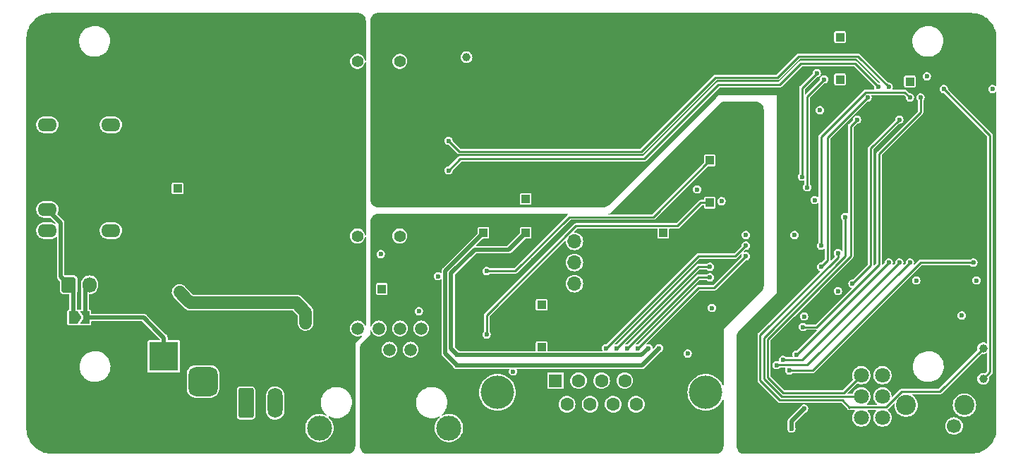
<source format=gbr>
%TF.GenerationSoftware,KiCad,Pcbnew,7.0.10*%
%TF.CreationDate,2024-04-30T16:31:27+09:00*%
%TF.ProjectId,ESP_Weight,4553505f-5765-4696-9768-742e6b696361,rev?*%
%TF.SameCoordinates,Original*%
%TF.FileFunction,Copper,L4,Bot*%
%TF.FilePolarity,Positive*%
%FSLAX46Y46*%
G04 Gerber Fmt 4.6, Leading zero omitted, Abs format (unit mm)*
G04 Created by KiCad (PCBNEW 7.0.10) date 2024-04-30 16:31:27*
%MOMM*%
%LPD*%
G01*
G04 APERTURE LIST*
G04 Aperture macros list*
%AMRoundRect*
0 Rectangle with rounded corners*
0 $1 Rounding radius*
0 $2 $3 $4 $5 $6 $7 $8 $9 X,Y pos of 4 corners*
0 Add a 4 corners polygon primitive as box body*
4,1,4,$2,$3,$4,$5,$6,$7,$8,$9,$2,$3,0*
0 Add four circle primitives for the rounded corners*
1,1,$1+$1,$2,$3*
1,1,$1+$1,$4,$5*
1,1,$1+$1,$6,$7*
1,1,$1+$1,$8,$9*
0 Add four rect primitives between the rounded corners*
20,1,$1+$1,$2,$3,$4,$5,0*
20,1,$1+$1,$4,$5,$6,$7,0*
20,1,$1+$1,$6,$7,$8,$9,0*
20,1,$1+$1,$8,$9,$2,$3,0*%
%AMFreePoly0*
4,1,6,1.000000,0.000000,0.500000,-0.750000,-0.500000,-0.750000,-0.500000,0.750000,0.500000,0.750000,1.000000,0.000000,1.000000,0.000000,$1*%
%AMFreePoly1*
4,1,6,0.500000,-0.750000,-0.650000,-0.750000,-0.150000,0.000000,-0.650000,0.750000,0.500000,0.750000,0.500000,-0.750000,0.500000,-0.750000,$1*%
G04 Aperture macros list end*
%TA.AperFunction,ComponentPad*%
%ADD10C,1.800000*%
%TD*%
%TA.AperFunction,ComponentPad*%
%ADD11C,1.000000*%
%TD*%
%TA.AperFunction,ComponentPad*%
%ADD12R,1.000000X1.000000*%
%TD*%
%TA.AperFunction,ComponentPad*%
%ADD13C,1.400000*%
%TD*%
%TA.AperFunction,ComponentPad*%
%ADD14R,1.500000X1.500000*%
%TD*%
%TA.AperFunction,ComponentPad*%
%ADD15C,1.500000*%
%TD*%
%TA.AperFunction,ComponentPad*%
%ADD16C,3.000000*%
%TD*%
%TA.AperFunction,ComponentPad*%
%ADD17RoundRect,0.250000X-0.600000X-0.675000X0.600000X-0.675000X0.600000X0.675000X-0.600000X0.675000X0*%
%TD*%
%TA.AperFunction,ComponentPad*%
%ADD18O,1.700000X1.850000*%
%TD*%
%TA.AperFunction,ComponentPad*%
%ADD19O,2.300000X1.600000*%
%TD*%
%TA.AperFunction,ComponentPad*%
%ADD20C,0.630000*%
%TD*%
%TA.AperFunction,SMDPad,CuDef*%
%ADD21R,3.300000X2.600000*%
%TD*%
%TA.AperFunction,ComponentPad*%
%ADD22R,1.600000X1.600000*%
%TD*%
%TA.AperFunction,ComponentPad*%
%ADD23C,1.600000*%
%TD*%
%TA.AperFunction,ComponentPad*%
%ADD24C,4.000000*%
%TD*%
%TA.AperFunction,ComponentPad*%
%ADD25R,1.700000X1.700000*%
%TD*%
%TA.AperFunction,ComponentPad*%
%ADD26O,1.700000X1.700000*%
%TD*%
%TA.AperFunction,ComponentPad*%
%ADD27RoundRect,0.250000X-0.650000X-1.550000X0.650000X-1.550000X0.650000X1.550000X-0.650000X1.550000X0*%
%TD*%
%TA.AperFunction,ComponentPad*%
%ADD28O,1.800000X3.600000*%
%TD*%
%TA.AperFunction,ComponentPad*%
%ADD29R,3.500000X3.500000*%
%TD*%
%TA.AperFunction,ComponentPad*%
%ADD30RoundRect,0.750000X1.000000X-0.750000X1.000000X0.750000X-1.000000X0.750000X-1.000000X-0.750000X0*%
%TD*%
%TA.AperFunction,ComponentPad*%
%ADD31RoundRect,0.875000X0.875000X-0.875000X0.875000X0.875000X-0.875000X0.875000X-0.875000X-0.875000X0*%
%TD*%
%TA.AperFunction,ComponentPad*%
%ADD32C,2.400000*%
%TD*%
%TA.AperFunction,ComponentPad*%
%ADD33C,1.700000*%
%TD*%
%TA.AperFunction,SMDPad,CuDef*%
%ADD34FreePoly0,0.000000*%
%TD*%
%TA.AperFunction,SMDPad,CuDef*%
%ADD35FreePoly1,0.000000*%
%TD*%
%TA.AperFunction,ViaPad*%
%ADD36C,0.600000*%
%TD*%
%TA.AperFunction,ViaPad*%
%ADD37C,0.800000*%
%TD*%
%TA.AperFunction,ViaPad*%
%ADD38C,1.000000*%
%TD*%
%TA.AperFunction,Conductor*%
%ADD39C,0.250000*%
%TD*%
%TA.AperFunction,Conductor*%
%ADD40C,1.500000*%
%TD*%
%TA.AperFunction,Conductor*%
%ADD41C,0.500000*%
%TD*%
G04 APERTURE END LIST*
D10*
%TO.P,D4,1,RK*%
%TO.N,Net-(D4-RK)*%
X195326000Y-121105000D03*
%TO.P,D4,2,GK*%
%TO.N,Net-(D4-GK)*%
X195326000Y-123645000D03*
%TO.P,D4,3,BK*%
%TO.N,Net-(D4-BK)*%
X195326000Y-126185000D03*
%TO.P,D4,4,BA*%
%TO.N,+3.3V*%
X192786000Y-126185000D03*
%TO.P,D4,5,GA*%
%TO.N,/STATUS_1*%
X192786000Y-123645000D03*
%TO.P,D4,6,RA*%
%TO.N,/STATUS_2*%
X192786000Y-121105000D03*
%TD*%
D11*
%TO.P,JP2,1,1*%
%TO.N,/EN*%
X207421000Y-121539000D03*
%TO.P,JP2,2,2*%
%TO.N,GND*%
X206121000Y-121539000D03*
%TD*%
D12*
%TO.P,TP8,1,1*%
%TO.N,/SDA*%
X190246000Y-85598000D03*
%TD*%
%TO.P,TP4,1,1*%
%TO.N,GNDPWR*%
X115824000Y-98679000D03*
%TD*%
%TO.P,TP10,1,1*%
%TO.N,Net-(U10-SDA2)*%
X174625000Y-100394000D03*
%TD*%
%TO.P,TP7,1,1*%
%TO.N,/SCL*%
X190246000Y-80518000D03*
%TD*%
D11*
%TO.P,JP1,1,1*%
%TO.N,/IO0*%
X207421000Y-117856000D03*
%TO.P,JP1,2,2*%
%TO.N,GND*%
X206121000Y-117856000D03*
%TD*%
D13*
%TO.P,U4,1,-Vin*%
%TO.N,GNDPWR*%
X129794000Y-83439000D03*
%TO.P,U4,2,+Vin*%
%TO.N,Net-(U4-+Vin)*%
X132334000Y-83439000D03*
%TO.P,U4,3,-Vout*%
%TO.N,GND*%
X134874000Y-83439000D03*
%TO.P,U4,4,+Vout*%
%TO.N,Net-(U4-+Vout)*%
X137414000Y-83439000D03*
%TD*%
D14*
%TO.P,J4,1*%
%TO.N,GNDPWR*%
X131087000Y-118035000D03*
D15*
%TO.P,J4,2*%
%TO.N,Net-(C20-Pad1)*%
X132357000Y-115495000D03*
%TO.P,J4,3*%
%TO.N,/Communication/5V_Comm_GND*%
X133627000Y-118035000D03*
%TO.P,J4,4*%
%TO.N,/Communication/H_INT*%
X134897000Y-115495000D03*
%TO.P,J4,5*%
%TO.N,/Communication/RFID_TX*%
X136167000Y-118035000D03*
%TO.P,J4,6*%
%TO.N,/Communication/RFID_RX*%
X137437000Y-115495000D03*
%TO.P,J4,7*%
%TO.N,/Communication/H_SDA*%
X138707000Y-118035000D03*
%TO.P,J4,8*%
%TO.N,/Communication/H_SCL*%
X139977000Y-115495000D03*
D16*
%TO.P,J4,SH*%
%TO.N,N/C*%
X127762000Y-127435000D03*
X143302000Y-127435000D03*
%TD*%
D12*
%TO.P,TP18,1,1*%
%TO.N,/INT*%
X198628000Y-85852000D03*
%TD*%
%TO.P,TP1,1,1*%
%TO.N,GND*%
X147447000Y-99949000D03*
%TD*%
%TO.P,TP9,1,1*%
%TO.N,Net-(U10-SCL2)*%
X174625000Y-95314000D03*
%TD*%
%TO.P,TP17,1,1*%
%TO.N,/Communication/H_INT*%
X135255000Y-110744000D03*
%TD*%
%TO.P,TP2,1,1*%
%TO.N,+3.3V*%
X152527000Y-99949000D03*
%TD*%
D17*
%TO.P,J6,1,Pin_1*%
%TO.N,Net-(J6-Pin_1)*%
X97683000Y-110251000D03*
D18*
%TO.P,J6,2,Pin_2*%
%TO.N,Net-(J6-Pin_2)*%
X100183000Y-110251000D03*
%TD*%
D13*
%TO.P,U6,1,-Vin*%
%TO.N,GNDPWR*%
X129794000Y-104394000D03*
%TO.P,U6,2,+Vin*%
%TO.N,Net-(U6-+Vin)*%
X132334000Y-104394000D03*
%TO.P,U6,3,-Vout*%
%TO.N,/Communication/5V_Comm_GND*%
X134874000Y-104394000D03*
%TO.P,U6,4,+Vout*%
%TO.N,Net-(U6-+Vout)*%
X137414000Y-104394000D03*
%TD*%
D12*
%TO.P,TP5,1,1*%
%TO.N,/Communication/5V_Comm_GND*%
X163957000Y-104013000D03*
%TD*%
D19*
%TO.P,K1,1*%
%TO.N,N/C*%
X95123000Y-91059000D03*
%TO.P,K1,5*%
%TO.N,Net-(J6-Pin_1)*%
X95123000Y-101219000D03*
%TO.P,K1,6*%
%TO.N,Net-(D1-K)*%
X95123000Y-103759000D03*
%TO.P,K1,7*%
%TO.N,unconnected-(K1-Pad7)*%
X102743000Y-103759000D03*
%TO.P,K1,8*%
%TO.N,GNDPWR*%
X102743000Y-101219000D03*
%TO.P,K1,12*%
%TO.N,+12V*%
X102743000Y-91059000D03*
%TD*%
D12*
%TO.P,TP12,1,1*%
%TO.N,/Communication/H_SDA*%
X154432000Y-117729000D03*
%TD*%
D20*
%TO.P,U2,9,GND*%
%TO.N,GNDPWR*%
X123347000Y-114920000D03*
X122047000Y-114920000D03*
X120747000Y-114920000D03*
D21*
X122047000Y-115570000D03*
D20*
X123347000Y-116220000D03*
X122047000Y-116220000D03*
X120747000Y-116220000D03*
%TD*%
D22*
%TO.P,J7,1,1*%
%TO.N,unconnected-(J7-Pad1)*%
X156095000Y-121747000D03*
D23*
%TO.P,J7,2,2*%
%TO.N,/Communication/COMM_RX*%
X158865000Y-121747000D03*
%TO.P,J7,3,3*%
%TO.N,/Communication/COMM_TX*%
X161635000Y-121747000D03*
%TO.P,J7,4,4*%
%TO.N,unconnected-(J7-Pad4)*%
X164405000Y-121747000D03*
%TO.P,J7,5,5*%
%TO.N,/Communication/5V_Comm_GND*%
X167175000Y-121747000D03*
%TO.P,J7,6,6*%
%TO.N,unconnected-(J7-Pad6)*%
X157480000Y-124587000D03*
%TO.P,J7,7,7*%
%TO.N,unconnected-(J7-Pad7)*%
X160250000Y-124587000D03*
%TO.P,J7,8,8*%
%TO.N,unconnected-(J7-Pad8)*%
X163020000Y-124587000D03*
%TO.P,J7,9,9*%
%TO.N,unconnected-(J7-Pad9)*%
X165790000Y-124587000D03*
D24*
%TO.P,J7,10*%
%TO.N,N/C*%
X149135000Y-123167000D03*
X174135000Y-123167000D03*
%TD*%
D12*
%TO.P,TP11,1,1*%
%TO.N,/Communication/H_SCL*%
X154432000Y-112649000D03*
%TD*%
%TO.P,TP3,1,1*%
%TO.N,+12V*%
X110744000Y-98679000D03*
%TD*%
%TO.P,TP13,1,1*%
%TO.N,/Communication/RFID_TX*%
X147447000Y-104013000D03*
%TD*%
%TO.P,TP6,1,1*%
%TO.N,/Communication/5V_Comm*%
X169037000Y-104013000D03*
%TD*%
D25*
%TO.P,J2,1,Pin_1*%
%TO.N,/Communication/5V_Comm_GND*%
X158369000Y-112649000D03*
D26*
%TO.P,J2,2,Pin_2*%
%TO.N,/Communication/COMM_RX*%
X158369000Y-110109000D03*
%TO.P,J2,3,Pin_3*%
%TO.N,/Communication/COMM_TX*%
X158369000Y-107569000D03*
%TO.P,J2,4,Pin_4*%
%TO.N,unconnected-(J2-Pin_4-Pad4)*%
X158369000Y-105029000D03*
%TD*%
D27*
%TO.P,J3,1,Pin_1*%
%TO.N,Net-(J3-Pin_1)*%
X118955000Y-124448500D03*
D28*
%TO.P,J3,2,Pin_2*%
%TO.N,Net-(J3-Pin_2)*%
X122455000Y-124448500D03*
%TD*%
D12*
%TO.P,TP14,1,1*%
%TO.N,/Communication/RFID_RX*%
X152527000Y-104013000D03*
%TD*%
D29*
%TO.P,J1,1*%
%TO.N,Net-(J6-Pin_2)*%
X109093000Y-118841000D03*
D30*
%TO.P,J1,2*%
%TO.N,GNDPWR*%
X109093000Y-124841000D03*
D31*
%TO.P,J1,3*%
%TO.N,N/C*%
X113793000Y-121841000D03*
%TD*%
D32*
%TO.P,SW1,*%
%TO.N,*%
X205176001Y-124695000D03*
X198176001Y-124695000D03*
D33*
%TO.P,SW1,1,1*%
%TO.N,/EN*%
X203926001Y-127195000D03*
%TO.P,SW1,2,2*%
%TO.N,GND*%
X199426001Y-127195000D03*
%TD*%
D34*
%TO.P,JP3,1,A*%
%TO.N,Net-(J6-Pin_1)*%
X98208000Y-114173000D03*
D35*
%TO.P,JP3,2,B*%
%TO.N,Net-(J6-Pin_2)*%
X99658000Y-114173000D03*
%TD*%
D36*
%TO.N,GND*%
X203327000Y-82677000D03*
X193167000Y-86487000D03*
X152527000Y-92837000D03*
X183007000Y-92837000D03*
X150114000Y-87757000D03*
X147447000Y-82677000D03*
X142367000Y-97917000D03*
X198247000Y-92837000D03*
X139827000Y-80137000D03*
X162687000Y-97917000D03*
X195707000Y-82677000D03*
X200787000Y-125857000D03*
X205867000Y-100457000D03*
X205867000Y-95377000D03*
X144907000Y-92837000D03*
X203327000Y-100457000D03*
X180467000Y-125857000D03*
X152527000Y-82677000D03*
X165227000Y-90297000D03*
X149987000Y-80137000D03*
X203073000Y-108458000D03*
X203327000Y-97917000D03*
X144907000Y-97917000D03*
X208407000Y-80137000D03*
X180467000Y-80137000D03*
X172847000Y-85217000D03*
X198247000Y-118237000D03*
X205867000Y-102997000D03*
X183007000Y-95377000D03*
X155067000Y-85217000D03*
X134747000Y-87757000D03*
X208407000Y-82677000D03*
X190627000Y-125857000D03*
X160147000Y-87757000D03*
X205867000Y-97917000D03*
X160147000Y-100457000D03*
X134747000Y-80137000D03*
X200787000Y-102997000D03*
X165227000Y-80137000D03*
X157607000Y-87757000D03*
X160147000Y-90297000D03*
X167767000Y-85217000D03*
X177927000Y-82677000D03*
X208407000Y-90297000D03*
X162687000Y-85217000D03*
X162687000Y-82677000D03*
X149987000Y-85217000D03*
X149987000Y-82677000D03*
X205867000Y-128397000D03*
X193167000Y-100457000D03*
X195707000Y-113157000D03*
X183007000Y-90297000D03*
X147447000Y-90297000D03*
X160147000Y-82677000D03*
X162687000Y-87757000D03*
X193167000Y-80137000D03*
X167767000Y-87757000D03*
X134747000Y-92837000D03*
X193167000Y-92837000D03*
X147447000Y-85217000D03*
X155067000Y-92837000D03*
X198247000Y-120777000D03*
X165227000Y-82677000D03*
X162687000Y-92837000D03*
X198247000Y-102997000D03*
X203327000Y-92837000D03*
X205867000Y-110617000D03*
X134747000Y-95377000D03*
X188468000Y-90805000D03*
X193167000Y-102997000D03*
X188087000Y-125857000D03*
X160147000Y-85344000D03*
X195707000Y-97917000D03*
X205867000Y-120777000D03*
X183007000Y-102997000D03*
X142367000Y-100457000D03*
X142367000Y-95377000D03*
X205867000Y-82677000D03*
X157607000Y-97917000D03*
X170307000Y-85217000D03*
X193167000Y-128397000D03*
X165227000Y-85217000D03*
X147447000Y-97917000D03*
X134747000Y-100457000D03*
X139827000Y-100457000D03*
X195707000Y-90297000D03*
X183007000Y-110617000D03*
X134747000Y-85217000D03*
X142367000Y-80137000D03*
X188087000Y-87757000D03*
X183007000Y-105537000D03*
X155067000Y-87757000D03*
X205867000Y-80137000D03*
X203327000Y-120777000D03*
X203327000Y-125857000D03*
X138557000Y-92837000D03*
X144907000Y-100457000D03*
X167767000Y-80137000D03*
X157607000Y-82677000D03*
X172847000Y-82677000D03*
X183007000Y-108077000D03*
X208407000Y-125857000D03*
X137287000Y-100457000D03*
X147447000Y-92837000D03*
X167767000Y-82677000D03*
X195707000Y-85217000D03*
X155067000Y-82677000D03*
X170307000Y-80137000D03*
X183007000Y-97917000D03*
X183007000Y-87757000D03*
X144907000Y-90297000D03*
X208407000Y-128397000D03*
X137287000Y-85217000D03*
X183007000Y-100457000D03*
X183007000Y-82677000D03*
X155067000Y-90297000D03*
X205867000Y-92837000D03*
X149987000Y-90297000D03*
X203327000Y-102997000D03*
X157607000Y-92837000D03*
X195707000Y-80137000D03*
X195707000Y-128397000D03*
X198247000Y-82677000D03*
X134747000Y-90297000D03*
X203327000Y-113157000D03*
X137287000Y-80137000D03*
X134747000Y-97917000D03*
X188087000Y-113157000D03*
X137287000Y-97917000D03*
X152527000Y-90297000D03*
X191770000Y-109093000D03*
X144907000Y-80137000D03*
X162687000Y-80137000D03*
X198247000Y-100457000D03*
X149987000Y-92837000D03*
X172847000Y-80137000D03*
X139827000Y-85217000D03*
X205867000Y-115697000D03*
X147574000Y-87757000D03*
X157607000Y-80137000D03*
X139827000Y-97917000D03*
X155067000Y-80137000D03*
X144145000Y-94742000D03*
X152527000Y-80137000D03*
X139827000Y-95377000D03*
X149987000Y-100457000D03*
X160147000Y-97917000D03*
X157607000Y-100457000D03*
X187198000Y-96774000D03*
X167767000Y-90297000D03*
X180467000Y-123317000D03*
X198247000Y-90297000D03*
X203327000Y-123317000D03*
X152654000Y-87757000D03*
X200787000Y-110617000D03*
X193167000Y-118237000D03*
X170307000Y-82677000D03*
X165227000Y-92837000D03*
X157607000Y-85217000D03*
X195707000Y-102997000D03*
X193167000Y-97917000D03*
X208407000Y-87757000D03*
X197231000Y-86487000D03*
X203327000Y-90297000D03*
X165227000Y-87757000D03*
X203327000Y-80137000D03*
X152527000Y-85217000D03*
X157607000Y-90297000D03*
X145034000Y-87757000D03*
X203327000Y-95377000D03*
X203327000Y-118237000D03*
X160147000Y-80137000D03*
X193167000Y-82677000D03*
X200787000Y-100457000D03*
X193167000Y-95377000D03*
X144907000Y-85217000D03*
X147447000Y-80137000D03*
X139827000Y-87757000D03*
X188087000Y-80137000D03*
X162687000Y-90297000D03*
X155067000Y-100457000D03*
X195707000Y-95377000D03*
X198247000Y-80137000D03*
X160147000Y-92837000D03*
X200787000Y-92837000D03*
X208407000Y-123317000D03*
X193167000Y-90297000D03*
X152527000Y-97917000D03*
X149987000Y-97917000D03*
X155067000Y-97917000D03*
X200787000Y-90297000D03*
X200787000Y-128397000D03*
X198247000Y-115697000D03*
X195707000Y-100457000D03*
X139827000Y-90297000D03*
X198247000Y-128397000D03*
D37*
%TO.N,GNDPWR*%
X130683000Y-120777000D03*
X107823000Y-110617000D03*
X128143000Y-118237000D03*
X100203000Y-123317000D03*
X95123000Y-85217000D03*
X115443000Y-85217000D03*
X130683000Y-113538000D03*
X95123000Y-123317000D03*
X105283000Y-87757000D03*
X123063000Y-87757000D03*
X128143000Y-82931000D03*
X105283000Y-108077000D03*
X102743000Y-125857000D03*
X110363000Y-128397000D03*
X97663000Y-108077000D03*
X100203000Y-95377000D03*
X130683000Y-97917000D03*
X107823000Y-102997000D03*
X125603000Y-102997000D03*
X128143000Y-97917000D03*
X131064000Y-92837000D03*
X100203000Y-85217000D03*
X110363000Y-115697000D03*
X95123000Y-80137000D03*
X95123000Y-92837000D03*
X100203000Y-115697000D03*
X97663000Y-125857000D03*
X112903000Y-100457000D03*
X128143000Y-100457000D03*
X97663000Y-87757000D03*
X128143000Y-80137000D03*
X102743000Y-97917000D03*
X120523000Y-97917000D03*
X105283000Y-95377000D03*
X95123000Y-97917000D03*
X112903000Y-85217000D03*
X100203000Y-102997000D03*
X97663000Y-90297000D03*
X100203000Y-97917000D03*
X97663000Y-85217000D03*
X125603000Y-100457000D03*
X125603000Y-82931000D03*
X112903000Y-125857000D03*
X125603000Y-123317000D03*
X125603000Y-118237000D03*
X115443000Y-105537000D03*
X110363000Y-90297000D03*
X97663000Y-118237000D03*
X130683000Y-80137000D03*
X125603000Y-90297000D03*
X123063000Y-80137000D03*
X105283000Y-97917000D03*
X97663000Y-97917000D03*
D38*
X112268000Y-108458000D03*
D37*
X123571000Y-100457000D03*
X105283000Y-128397000D03*
X117983000Y-110617000D03*
X120523000Y-100457000D03*
X117983000Y-95377000D03*
X107823000Y-113157000D03*
X95123000Y-118237000D03*
X123063000Y-92837000D03*
D38*
X132207000Y-109347000D03*
D37*
X105283000Y-80137000D03*
X100203000Y-90297000D03*
X125603000Y-128397000D03*
X97663000Y-128397000D03*
X102743000Y-123317000D03*
X112903000Y-92837000D03*
X130683000Y-85217000D03*
X120523000Y-95377000D03*
X95123000Y-128397000D03*
X123063000Y-95377000D03*
X117983000Y-105537000D03*
X107823000Y-95377000D03*
X115443000Y-87757000D03*
X110363000Y-82677000D03*
X115443000Y-102997000D03*
X115443000Y-113792000D03*
X123063000Y-128397000D03*
X120523000Y-105537000D03*
X100203000Y-87757000D03*
X107823000Y-128397000D03*
X95123000Y-108077000D03*
D38*
X113538000Y-108458000D03*
D37*
X115443000Y-125857000D03*
X112903000Y-90297000D03*
X97663000Y-80137000D03*
X120523000Y-85217000D03*
X128143000Y-113538000D03*
X107823000Y-82677000D03*
X125603000Y-97917000D03*
X107823000Y-97917000D03*
X97663000Y-100457000D03*
X117983000Y-108077000D03*
X97663000Y-120777000D03*
X95123000Y-95377000D03*
X125603000Y-125857000D03*
X112903000Y-128397000D03*
X100203000Y-100457000D03*
X107823000Y-100457000D03*
X123571000Y-105537000D03*
X105283000Y-120777000D03*
X131064000Y-87757000D03*
X125603000Y-80137000D03*
X102743000Y-128397000D03*
X120523000Y-102997000D03*
X105283000Y-102997000D03*
X128143000Y-120777000D03*
X107823000Y-87757000D03*
X131064000Y-90297000D03*
X105283000Y-85217000D03*
X123063000Y-90297000D03*
X123571000Y-108077000D03*
X110363000Y-80137000D03*
X130683000Y-102997000D03*
X100203000Y-128397000D03*
X125603000Y-87757000D03*
X120523000Y-108077000D03*
X115443000Y-128397000D03*
X130683000Y-108077000D03*
X128143000Y-108077000D03*
X115443000Y-82677000D03*
X128143000Y-102997000D03*
D38*
X105918000Y-110363000D03*
D37*
X128143000Y-110617000D03*
X125603000Y-92837000D03*
X102743000Y-87757000D03*
X97663000Y-92837000D03*
X110363000Y-113157000D03*
X130683000Y-128397000D03*
X95123000Y-120777000D03*
X105283000Y-125857000D03*
X115443000Y-90297000D03*
X120523000Y-92837000D03*
X105283000Y-100457000D03*
X123571000Y-102997000D03*
X102743000Y-95377000D03*
X120523000Y-90297000D03*
X112903000Y-82677000D03*
X131064000Y-95377000D03*
X95123000Y-87757000D03*
X120523000Y-128397000D03*
X95123000Y-113157000D03*
D36*
X122682000Y-121158000D03*
D37*
X117983000Y-120777000D03*
X105283000Y-82677000D03*
X97663000Y-123317000D03*
D36*
X122682000Y-120142000D03*
D37*
X117983000Y-113792000D03*
X120523000Y-80137000D03*
X112903000Y-102997000D03*
X117983000Y-80137000D03*
X97663000Y-82677000D03*
X125603000Y-120777000D03*
X115443000Y-80137000D03*
X120523000Y-125857000D03*
X128143000Y-115697000D03*
X105283000Y-123317000D03*
X97663000Y-115697000D03*
X115443000Y-110617000D03*
X130683000Y-115697000D03*
X110363000Y-85217000D03*
X95123000Y-110617000D03*
X115443000Y-100457000D03*
X95123000Y-125857000D03*
X97663000Y-95377000D03*
X95123000Y-115697000D03*
X130683000Y-100457000D03*
X110363000Y-87757000D03*
X117983000Y-100457000D03*
X102743000Y-85217000D03*
X117983000Y-102997000D03*
X112903000Y-80137000D03*
X117983000Y-128397000D03*
X120523000Y-87757000D03*
D38*
X105791000Y-105537000D03*
X123952000Y-110744000D03*
D37*
X112903000Y-87757000D03*
X107823000Y-85217000D03*
X100203000Y-125857000D03*
X95123000Y-82677000D03*
X117983000Y-97917000D03*
X107823000Y-80137000D03*
X117983000Y-115697000D03*
X100203000Y-92837000D03*
D38*
X114808000Y-108458000D03*
D36*
%TO.N,/EN*%
X202692000Y-86741000D03*
D38*
%TO.N,+12V*%
X126111000Y-114808000D03*
X110998000Y-111125000D03*
X111887000Y-112014000D03*
X126111000Y-113538000D03*
D36*
%TO.N,Net-(J5-VDD)*%
X184404000Y-127508000D03*
X185928000Y-125095000D03*
%TO.N,/SDA*%
X188341000Y-85598000D03*
X186309000Y-98552000D03*
%TO.N,/SCL*%
X185674000Y-97282000D03*
X187452000Y-84836000D03*
%TO.N,/IO0*%
X189992000Y-106426000D03*
%TO.N,/M2*%
X143256000Y-96520000D03*
X194818000Y-86487000D03*
%TO.N,/M1*%
X143256000Y-92964000D03*
X196088000Y-86487000D03*
%TO.N,/USER_4*%
X198628000Y-87757000D03*
X187960000Y-105537000D03*
%TO.N,/USER_3*%
X193548000Y-87757000D03*
X187960000Y-108077000D03*
%TO.N,/Communication/5V_Comm_GND*%
X170307000Y-104775000D03*
X175387000Y-114935000D03*
X180467000Y-92075000D03*
X152527000Y-122555000D03*
X167767000Y-120015000D03*
X160147000Y-107315000D03*
X180467000Y-94615000D03*
X144907000Y-102235000D03*
X175514000Y-107442000D03*
X139954000Y-116967000D03*
X175387000Y-117475000D03*
X170307000Y-127635000D03*
X144907000Y-114935000D03*
X134747000Y-122555000D03*
X152527000Y-125095000D03*
X172847000Y-127635000D03*
X155067000Y-127635000D03*
X144907000Y-130175000D03*
X172847000Y-130175000D03*
X139827000Y-104775000D03*
X160147000Y-112395000D03*
X157607000Y-122555000D03*
X139827000Y-127635000D03*
X153416000Y-107315000D03*
X149987000Y-107315000D03*
X170307000Y-114935000D03*
X172847000Y-120015000D03*
X142367000Y-102235000D03*
X172847000Y-102235000D03*
X180467000Y-102235000D03*
X172847000Y-99695000D03*
X160147000Y-122555000D03*
X134747000Y-130175000D03*
X152527000Y-130175000D03*
X155067000Y-114935000D03*
X139827000Y-102235000D03*
X157607000Y-114935000D03*
X157607000Y-117475000D03*
X175387000Y-97155000D03*
X152527000Y-127635000D03*
X155067000Y-109855000D03*
X147447000Y-117475000D03*
X149987000Y-127635000D03*
X180467000Y-89535000D03*
X134747000Y-125095000D03*
X149987000Y-114935000D03*
X155067000Y-125095000D03*
X170307000Y-125095000D03*
X167767000Y-107315000D03*
X162687000Y-122555000D03*
X165227000Y-130175000D03*
X139827000Y-122555000D03*
X170307000Y-97155000D03*
X170307000Y-117475000D03*
X177927000Y-94615000D03*
X172847000Y-117475000D03*
X157607000Y-130175000D03*
X175387000Y-102235000D03*
X134747000Y-102235000D03*
X137287000Y-113411000D03*
X170307000Y-120015000D03*
X167767000Y-130175000D03*
X147447000Y-125095000D03*
X157607000Y-127635000D03*
X160147000Y-130175000D03*
X137287000Y-130175000D03*
X134747000Y-120015000D03*
X172847000Y-114935000D03*
X160147000Y-127635000D03*
X167767000Y-125095000D03*
X175387000Y-130175000D03*
X177927000Y-102235000D03*
X137287000Y-125095000D03*
X134747000Y-127635000D03*
X165227000Y-104775000D03*
X165227000Y-107315000D03*
X170307000Y-122555000D03*
X175387000Y-120015000D03*
X142367000Y-130175000D03*
X175387000Y-104775000D03*
X147447000Y-130175000D03*
X167767000Y-99695000D03*
X172847000Y-104775000D03*
X139827000Y-130175000D03*
X134747000Y-117475000D03*
X134747000Y-107315000D03*
X144907000Y-122555000D03*
X162687000Y-107315000D03*
X137287000Y-127635000D03*
X162687000Y-127635000D03*
X175387000Y-89535000D03*
X180467000Y-104775000D03*
X165227000Y-127635000D03*
X147447000Y-107315000D03*
X160147000Y-104775000D03*
X152527000Y-114935000D03*
X167767000Y-127635000D03*
X144907000Y-125095000D03*
X137287000Y-109855000D03*
X162687000Y-104775000D03*
X155067000Y-130175000D03*
X149987000Y-130175000D03*
X180467000Y-107315000D03*
X147447000Y-127635000D03*
X170307000Y-130175000D03*
X175387000Y-127635000D03*
X137287000Y-102235000D03*
X180467000Y-109855000D03*
X162687000Y-130175000D03*
X172847000Y-94615000D03*
X149987000Y-104775000D03*
X142367000Y-104775000D03*
X137287000Y-122555000D03*
X139827000Y-107315000D03*
X167767000Y-104775000D03*
X170307000Y-107315000D03*
%TO.N,/Communication/5V_Comm*%
X151003000Y-120650000D03*
X135128000Y-106553000D03*
X141986000Y-109220000D03*
X173101000Y-98806000D03*
X176022000Y-100203000D03*
X139700000Y-113411000D03*
X174879000Y-113030000D03*
X178943000Y-104267000D03*
X171958000Y-118491000D03*
%TO.N,Net-(U10-SDA2)*%
X147828000Y-116205000D03*
%TO.N,Net-(U10-SCL2)*%
X147828000Y-108585000D03*
%TO.N,/Communication/RFID_TX*%
X144272000Y-119888000D03*
X168529000Y-117856000D03*
%TO.N,/Communication/RFID_RX*%
X144272000Y-118618000D03*
X167259000Y-117856000D03*
%TO.N,Net-(U11-VID)*%
X178943000Y-105537000D03*
X162179000Y-117856000D03*
%TO.N,Net-(U11-VIC)*%
X165989000Y-117856000D03*
X178943000Y-106807000D03*
%TO.N,Net-(U11-VOB)*%
X174625000Y-108077000D03*
X163449000Y-117856000D03*
%TO.N,Net-(U11-VOA)*%
X174625000Y-109347000D03*
X164719000Y-117856000D03*
%TO.N,/STATUS_1*%
X190881000Y-102108000D03*
%TO.N,/STATUS_2*%
X192278000Y-90424000D03*
%TO.N,+3.3V*%
X187198000Y-100076000D03*
X199390000Y-109728000D03*
X204851000Y-113919000D03*
D38*
X145415000Y-82931000D03*
D36*
X200660000Y-85217000D03*
X185928000Y-114046000D03*
X206629000Y-109728000D03*
X189992000Y-110998000D03*
X184785000Y-104267000D03*
X208534000Y-86741000D03*
X187833000Y-89281000D03*
%TO.N,/SD_CS*%
X185039000Y-118618000D03*
X196088000Y-107569000D03*
%TO.N,/SD_MOSI*%
X206248000Y-107569000D03*
X184150000Y-120523000D03*
%TO.N,/SD_CLK*%
X197358000Y-107569000D03*
X183388000Y-119253000D03*
%TO.N,/SD_MISO*%
X182626000Y-119888000D03*
X198628000Y-107569000D03*
%TO.N,/SD_DET*%
X199898000Y-87757000D03*
X185801000Y-115316000D03*
%TO.N,/SD_PWR*%
X191739500Y-110109000D03*
X197358000Y-90424000D03*
%TD*%
D39*
%TO.N,/EN*%
X208246000Y-120714000D02*
X207421000Y-121539000D01*
X208246000Y-92295000D02*
X208246000Y-120714000D01*
X202692000Y-86741000D02*
X208246000Y-92295000D01*
D40*
%TO.N,+12V*%
X124968000Y-112395000D02*
X112268000Y-112395000D01*
X111887000Y-112014000D02*
X110998000Y-111125000D01*
X126111000Y-114808000D02*
X126111000Y-113538000D01*
X112268000Y-112395000D02*
X111887000Y-112014000D01*
X126111000Y-113538000D02*
X124968000Y-112395000D01*
D41*
%TO.N,Net-(J5-VDD)*%
X184404000Y-126619000D02*
X185928000Y-125095000D01*
X184404000Y-127508000D02*
X184404000Y-126619000D01*
D39*
%TO.N,/SDA*%
X186309000Y-87630000D02*
X188341000Y-85598000D01*
X186309000Y-98552000D02*
X186309000Y-87630000D01*
%TO.N,/SCL*%
X185674000Y-97282000D02*
X185674000Y-86614000D01*
X185674000Y-86614000D02*
X187452000Y-84836000D01*
%TO.N,/IO0*%
X180652000Y-121725396D02*
X183021604Y-124095000D01*
X183021604Y-124095000D02*
X190516000Y-124095000D01*
X197651325Y-123063000D02*
X202214000Y-123063000D01*
X189992000Y-106928884D02*
X180652000Y-116268884D01*
X190516000Y-124095000D02*
X191389000Y-124968000D01*
X191389000Y-124968000D02*
X191397000Y-124960000D01*
X195754325Y-124960000D02*
X197651325Y-123063000D01*
X202214000Y-123063000D02*
X207421000Y-117856000D01*
X180652000Y-116268884D02*
X180652000Y-121725396D01*
X191397000Y-124960000D02*
X195754325Y-124960000D01*
X189992000Y-106426000D02*
X189992000Y-106928884D01*
%TO.N,/M2*%
X166751000Y-95123000D02*
X175641000Y-86233000D01*
X144653000Y-95123000D02*
X166751000Y-95123000D01*
X185547000Y-83693000D02*
X192024000Y-83693000D01*
X175641000Y-86233000D02*
X183007000Y-86233000D01*
X183007000Y-86233000D02*
X185547000Y-83693000D01*
X143256000Y-96520000D02*
X144653000Y-95123000D01*
X192024000Y-83693000D02*
X194818000Y-86487000D01*
%TO.N,/M1*%
X196088000Y-86487000D02*
X192405000Y-82804000D01*
X175260000Y-85344000D02*
X166370000Y-94234000D01*
X185293000Y-82804000D02*
X182753000Y-85344000D01*
X182753000Y-85344000D02*
X175260000Y-85344000D01*
X166370000Y-94234000D02*
X144526000Y-94234000D01*
X192405000Y-82804000D02*
X185293000Y-82804000D01*
X144526000Y-94234000D02*
X143256000Y-92964000D01*
%TO.N,/USER_4*%
X187960000Y-105537000D02*
X187960000Y-92461116D01*
X198003000Y-87132000D02*
X198628000Y-87757000D01*
X193289116Y-87132000D02*
X198003000Y-87132000D01*
X187960000Y-92461116D02*
X193289116Y-87132000D01*
%TO.N,/USER_3*%
X193548000Y-87757000D02*
X188722000Y-92583000D01*
X188722000Y-92583000D02*
X188722000Y-107315000D01*
X188722000Y-107315000D02*
X187960000Y-108077000D01*
%TO.N,Net-(U10-SDA2)*%
X147828000Y-116205000D02*
X147828000Y-113908299D01*
X158548300Y-103188000D02*
X170751000Y-103188000D01*
X173545000Y-100394000D02*
X174625000Y-100394000D01*
X147828000Y-113908299D02*
X158548300Y-103188000D01*
X170751000Y-103188000D02*
X173545000Y-100394000D01*
%TO.N,Net-(U10-SCL2)*%
X157734000Y-102108000D02*
X167831000Y-102108000D01*
X167831000Y-102108000D02*
X174625000Y-95314000D01*
X151257000Y-108585000D02*
X157734000Y-102108000D01*
X147828000Y-108585000D02*
X151257000Y-108585000D01*
D41*
%TO.N,/Communication/RFID_TX*%
X144272000Y-119888000D02*
X166497000Y-119888000D01*
X142875000Y-108585000D02*
X142875000Y-118491000D01*
X147447000Y-104013000D02*
X142875000Y-108585000D01*
X142875000Y-118491000D02*
X144272000Y-119888000D01*
X166497000Y-119888000D02*
X168529000Y-117856000D01*
%TO.N,/Communication/RFID_RX*%
X152527000Y-104013000D02*
X150508025Y-106031975D01*
X144272000Y-118618000D02*
X143575000Y-117921000D01*
X166436000Y-118679000D02*
X144333000Y-118679000D01*
X167259000Y-117856000D02*
X166436000Y-118679000D01*
X150508025Y-106031975D02*
X146417975Y-106031975D01*
X143575000Y-117921000D02*
X143575000Y-108874950D01*
X143575000Y-108874950D02*
X146417975Y-106031975D01*
D39*
%TO.N,Net-(U11-VID)*%
X173228000Y-106807000D02*
X162179000Y-117856000D01*
X177673000Y-106807000D02*
X173228000Y-106807000D01*
X178943000Y-105537000D02*
X177673000Y-106807000D01*
%TO.N,Net-(U11-VIC)*%
X173228000Y-110617000D02*
X175133000Y-110617000D01*
X165989000Y-117856000D02*
X173228000Y-110617000D01*
X178943000Y-106807000D02*
X175133000Y-110617000D01*
%TO.N,Net-(U11-VOB)*%
X173228000Y-108077000D02*
X163449000Y-117856000D01*
X174625000Y-108077000D02*
X173228000Y-108077000D01*
%TO.N,Net-(U11-VOA)*%
X173228000Y-109347000D02*
X164719000Y-117856000D01*
X174625000Y-109347000D02*
X173228000Y-109347000D01*
%TO.N,/STATUS_1*%
X190881000Y-106807000D02*
X190881000Y-102108000D01*
X181102000Y-121539000D02*
X181102000Y-116586000D01*
X192786000Y-123645000D02*
X183208000Y-123645000D01*
X181102000Y-116586000D02*
X190881000Y-106807000D01*
X183208000Y-123645000D02*
X181102000Y-121539000D01*
%TO.N,/STATUS_2*%
X192278000Y-90424000D02*
X191516000Y-91186000D01*
X190696000Y-123195000D02*
X192786000Y-121105000D01*
X181552000Y-116772396D02*
X181552000Y-121352604D01*
X183394396Y-123195000D02*
X190696000Y-123195000D01*
X191516000Y-91186000D02*
X191516000Y-106808396D01*
X191516000Y-106808396D02*
X181552000Y-116772396D01*
X181552000Y-121352604D02*
X183394396Y-123195000D01*
%TO.N,/SD_CS*%
X196088000Y-107569000D02*
X185039000Y-118618000D01*
%TO.N,/SD_MOSI*%
X199898000Y-107569000D02*
X186944000Y-120523000D01*
X206248000Y-107569000D02*
X199898000Y-107569000D01*
X184150000Y-120523000D02*
X186944000Y-120523000D01*
%TO.N,/SD_CLK*%
X183398000Y-119243000D02*
X183388000Y-119253000D01*
X185684000Y-119243000D02*
X183398000Y-119243000D01*
X185684000Y-119243000D02*
X197358000Y-107569000D01*
%TO.N,/SD_MISO*%
X186319000Y-119878000D02*
X198628000Y-107569000D01*
X186319000Y-119878000D02*
X182636000Y-119878000D01*
X182636000Y-119878000D02*
X182626000Y-119888000D01*
%TO.N,/SD_DET*%
X199898000Y-87757000D02*
X199898000Y-89529884D01*
X199898000Y-89529884D02*
X194945000Y-94482884D01*
X194945000Y-94482884D02*
X194945000Y-107787384D01*
X194945000Y-107787384D02*
X187416384Y-115316000D01*
X187416384Y-115316000D02*
X185801000Y-115316000D01*
%TO.N,/SD_PWR*%
X197358000Y-90424000D02*
X193929000Y-93853000D01*
X193929000Y-107919500D02*
X191739500Y-110109000D01*
X193929000Y-93853000D02*
X193929000Y-107919500D01*
D41*
%TO.N,Net-(J6-Pin_2)*%
X106680000Y-114173000D02*
X108331000Y-115824000D01*
X109093000Y-118841000D02*
X109093000Y-116586000D01*
X99658000Y-110776000D02*
X100183000Y-110251000D01*
X99658000Y-114173000D02*
X99658000Y-110776000D01*
X109093000Y-116586000D02*
X108331000Y-115824000D01*
X99658000Y-114173000D02*
X106680000Y-114173000D01*
%TO.N,Net-(J6-Pin_1)*%
X97683000Y-110251000D02*
X96723000Y-109291000D01*
X98208000Y-110776000D02*
X97683000Y-110251000D01*
X96723000Y-102819000D02*
X95123000Y-101219000D01*
X96723000Y-109291000D02*
X96723000Y-102819000D01*
X98208000Y-114173000D02*
X98208000Y-110776000D01*
%TD*%
%TA.AperFunction,Conductor*%
%TO.N,GNDPWR*%
G36*
X132565963Y-77622547D02*
G01*
X132648113Y-77647466D01*
X132726795Y-77671334D01*
X132738109Y-77676020D01*
X132876517Y-77750001D01*
X132900139Y-77762627D01*
X132910327Y-77769434D01*
X133052348Y-77885988D01*
X133061011Y-77894651D01*
X133177565Y-78036672D01*
X133184372Y-78046860D01*
X133270977Y-78208886D01*
X133275666Y-78220205D01*
X133328998Y-78396020D01*
X133331388Y-78408037D01*
X133349699Y-78593943D01*
X133350000Y-78600069D01*
X133350000Y-83298145D01*
X133331694Y-83342339D01*
X133287500Y-83360645D01*
X133243306Y-83342339D01*
X133225342Y-83304679D01*
X133219674Y-83250744D01*
X133161179Y-83070716D01*
X133066533Y-82906784D01*
X132939871Y-82766112D01*
X132930110Y-82759020D01*
X132786734Y-82654851D01*
X132786725Y-82654846D01*
X132613814Y-82577860D01*
X132613797Y-82577854D01*
X132428646Y-82538500D01*
X132239354Y-82538500D01*
X132054202Y-82577854D01*
X132054185Y-82577860D01*
X131881274Y-82654846D01*
X131881265Y-82654851D01*
X131728129Y-82766111D01*
X131728128Y-82766112D01*
X131601466Y-82906785D01*
X131506818Y-83070721D01*
X131448326Y-83250741D01*
X131428540Y-83439000D01*
X131448326Y-83627258D01*
X131506818Y-83807278D01*
X131506820Y-83807282D01*
X131506821Y-83807284D01*
X131601467Y-83971216D01*
X131714118Y-84096327D01*
X131728128Y-84111887D01*
X131728129Y-84111888D01*
X131881265Y-84223148D01*
X131881274Y-84223153D01*
X132054185Y-84300139D01*
X132054188Y-84300140D01*
X132054197Y-84300144D01*
X132239354Y-84339500D01*
X132428646Y-84339500D01*
X132613803Y-84300144D01*
X132786730Y-84223151D01*
X132939871Y-84111888D01*
X133066533Y-83971216D01*
X133161179Y-83807284D01*
X133219674Y-83627256D01*
X133225342Y-83573319D01*
X133248167Y-83531282D01*
X133294033Y-83517696D01*
X133336072Y-83540521D01*
X133350000Y-83579854D01*
X133350000Y-104253145D01*
X133331694Y-104297339D01*
X133287500Y-104315645D01*
X133243306Y-104297339D01*
X133225342Y-104259679D01*
X133219674Y-104205744D01*
X133194787Y-104129150D01*
X133161181Y-104025721D01*
X133161180Y-104025719D01*
X133161179Y-104025716D01*
X133066533Y-103861784D01*
X132939871Y-103721112D01*
X132921905Y-103708059D01*
X132786734Y-103609851D01*
X132786725Y-103609846D01*
X132613814Y-103532860D01*
X132613797Y-103532854D01*
X132428646Y-103493500D01*
X132239354Y-103493500D01*
X132054202Y-103532854D01*
X132054185Y-103532860D01*
X131881274Y-103609846D01*
X131881265Y-103609851D01*
X131728129Y-103721111D01*
X131728128Y-103721112D01*
X131601466Y-103861785D01*
X131506818Y-104025721D01*
X131448326Y-104205741D01*
X131428540Y-104394000D01*
X131448326Y-104582258D01*
X131506818Y-104762278D01*
X131506820Y-104762282D01*
X131506821Y-104762284D01*
X131601467Y-104926216D01*
X131714118Y-105051327D01*
X131728128Y-105066887D01*
X131728129Y-105066888D01*
X131881265Y-105178148D01*
X131881274Y-105178153D01*
X132054185Y-105255139D01*
X132054188Y-105255140D01*
X132054197Y-105255144D01*
X132239354Y-105294500D01*
X132428646Y-105294500D01*
X132613803Y-105255144D01*
X132786730Y-105178151D01*
X132939871Y-105066888D01*
X133066533Y-104926216D01*
X133161179Y-104762284D01*
X133219674Y-104582256D01*
X133225342Y-104528319D01*
X133248167Y-104486282D01*
X133294033Y-104472696D01*
X133336072Y-104495521D01*
X133350000Y-104534854D01*
X133350000Y-115086909D01*
X133331694Y-115131103D01*
X133287500Y-115149409D01*
X133243306Y-115131103D01*
X133232380Y-115116371D01*
X133151139Y-114964380D01*
X133151135Y-114964374D01*
X133102127Y-114904658D01*
X133032357Y-114819643D01*
X132887625Y-114700864D01*
X132887619Y-114700860D01*
X132722506Y-114612606D01*
X132722503Y-114612605D01*
X132722501Y-114612604D01*
X132623723Y-114582640D01*
X132543329Y-114558252D01*
X132357000Y-114539901D01*
X132170670Y-114558252D01*
X132028267Y-114601450D01*
X131991499Y-114612604D01*
X131991498Y-114612604D01*
X131991493Y-114612606D01*
X131826380Y-114700860D01*
X131826374Y-114700864D01*
X131681643Y-114819643D01*
X131562864Y-114964374D01*
X131562860Y-114964380D01*
X131474606Y-115129493D01*
X131474604Y-115129498D01*
X131474604Y-115129499D01*
X131468564Y-115149409D01*
X131420252Y-115308670D01*
X131401901Y-115494999D01*
X131401901Y-115495000D01*
X131420252Y-115681329D01*
X131427108Y-115703930D01*
X131450632Y-115781478D01*
X131474606Y-115860506D01*
X131562860Y-116025619D01*
X131562864Y-116025625D01*
X131681643Y-116170357D01*
X131826375Y-116289136D01*
X131826377Y-116289137D01*
X131826380Y-116289139D01*
X131979065Y-116370750D01*
X131991499Y-116377396D01*
X132170669Y-116431747D01*
X132357000Y-116450099D01*
X132543331Y-116431747D01*
X132722501Y-116377396D01*
X132782936Y-116345092D01*
X132830541Y-116340404D01*
X132867518Y-116370750D01*
X132872207Y-116418356D01*
X132856592Y-116444407D01*
X132372894Y-116928105D01*
X132372888Y-116928112D01*
X132080000Y-117221000D01*
X132080000Y-117635214D01*
X132080000Y-117635218D01*
X132080000Y-129552930D01*
X132079699Y-129559056D01*
X132061388Y-129744962D01*
X132058998Y-129756979D01*
X132005666Y-129932794D01*
X132000977Y-129944113D01*
X131914372Y-130106139D01*
X131907565Y-130116327D01*
X131791011Y-130258348D01*
X131782348Y-130267011D01*
X131640327Y-130383565D01*
X131630139Y-130390372D01*
X131468113Y-130476977D01*
X131456794Y-130481666D01*
X131304680Y-130527809D01*
X131286537Y-130530500D01*
X95632630Y-130530500D01*
X95629359Y-130530414D01*
X95318057Y-130514099D01*
X95311551Y-130513415D01*
X95005277Y-130464905D01*
X94998878Y-130463545D01*
X94699353Y-130383287D01*
X94693131Y-130381266D01*
X94403629Y-130270136D01*
X94397652Y-130267475D01*
X94121353Y-130126691D01*
X94115688Y-130123420D01*
X93855621Y-129954529D01*
X93850328Y-129950683D01*
X93609342Y-129755534D01*
X93604481Y-129751157D01*
X93385214Y-129531887D01*
X93380836Y-129527025D01*
X93185685Y-129286030D01*
X93181844Y-129280743D01*
X93012955Y-129020671D01*
X93009686Y-129015009D01*
X92966373Y-128930000D01*
X92868901Y-128738696D01*
X92866251Y-128732743D01*
X92755123Y-128443235D01*
X92753101Y-128437014D01*
X92672842Y-128137467D01*
X92671487Y-128131090D01*
X92622978Y-127824792D01*
X92622296Y-127818291D01*
X92605942Y-127506145D01*
X92605856Y-127502875D01*
X92605856Y-127435003D01*
X126056732Y-127435003D01*
X126075778Y-127689156D01*
X126075778Y-127689158D01*
X126132489Y-127937630D01*
X126182794Y-128065803D01*
X126225607Y-128174888D01*
X126353041Y-128395612D01*
X126353043Y-128395615D01*
X126353047Y-128395621D01*
X126511943Y-128594869D01*
X126511946Y-128594872D01*
X126511950Y-128594877D01*
X126698783Y-128768232D01*
X126698788Y-128768235D01*
X126698791Y-128768238D01*
X126790197Y-128830557D01*
X126909366Y-128911805D01*
X127138996Y-129022389D01*
X127260769Y-129059951D01*
X127382534Y-129097511D01*
X127382537Y-129097511D01*
X127382542Y-129097513D01*
X127634565Y-129135500D01*
X127634571Y-129135500D01*
X127889429Y-129135500D01*
X127889435Y-129135500D01*
X128141458Y-129097513D01*
X128141463Y-129097511D01*
X128141466Y-129097511D01*
X128233033Y-129069265D01*
X128385004Y-129022389D01*
X128614634Y-128911805D01*
X128825217Y-128768232D01*
X129012050Y-128594877D01*
X129170959Y-128395612D01*
X129298393Y-128174888D01*
X129391508Y-127937637D01*
X129448222Y-127689157D01*
X129467268Y-127435000D01*
X129448222Y-127180843D01*
X129405371Y-126993101D01*
X129391510Y-126932369D01*
X129391508Y-126932363D01*
X129298393Y-126695112D01*
X129170959Y-126474388D01*
X129170954Y-126474382D01*
X129170952Y-126474378D01*
X129012056Y-126275130D01*
X129012053Y-126275127D01*
X129012050Y-126275123D01*
X128878417Y-126151130D01*
X128858473Y-126107653D01*
X128875113Y-126062805D01*
X128918592Y-126042860D01*
X128947455Y-126048724D01*
X129145221Y-126141433D01*
X129408119Y-126220527D01*
X129679731Y-126260500D01*
X129679732Y-126260500D01*
X129885544Y-126260500D01*
X129885547Y-126260500D01*
X129885550Y-126260499D01*
X129885568Y-126260499D01*
X130090796Y-126245478D01*
X130090798Y-126245477D01*
X130090805Y-126245477D01*
X130358775Y-126185784D01*
X130615198Y-126087711D01*
X130854609Y-125953347D01*
X131071904Y-125785557D01*
X131262454Y-125587916D01*
X131422196Y-125364637D01*
X131547727Y-125120479D01*
X131636370Y-124860646D01*
X131686236Y-124590674D01*
X131696262Y-124316320D01*
X131666236Y-124043429D01*
X131596796Y-123777818D01*
X131489423Y-123525148D01*
X131346405Y-123290804D01*
X131170791Y-123079782D01*
X131170785Y-123079777D01*
X131170778Y-123079769D01*
X130966321Y-122896575D01*
X130798602Y-122785614D01*
X130737359Y-122745096D01*
X130488779Y-122628567D01*
X130488776Y-122628566D01*
X130488777Y-122628566D01*
X130225890Y-122549475D01*
X130225876Y-122549472D01*
X129954275Y-122509500D01*
X129954269Y-122509500D01*
X129748453Y-122509500D01*
X129748431Y-122509500D01*
X129543203Y-122524521D01*
X129275225Y-122584216D01*
X129275223Y-122584216D01*
X129018800Y-122682289D01*
X128779390Y-122816653D01*
X128562093Y-122984445D01*
X128371542Y-123182088D01*
X128371541Y-123182089D01*
X128211807Y-123405358D01*
X128211804Y-123405362D01*
X128086269Y-123649528D01*
X127997634Y-123909340D01*
X127997628Y-123909360D01*
X127947765Y-124179317D01*
X127947763Y-124179338D01*
X127937737Y-124453676D01*
X127967763Y-124726564D01*
X127967764Y-124726571D01*
X128037204Y-124992182D01*
X128144577Y-125244852D01*
X128221258Y-125370498D01*
X128287596Y-125479198D01*
X128388091Y-125599954D01*
X128463209Y-125690218D01*
X128463213Y-125690222D01*
X128463221Y-125690230D01*
X128512630Y-125734500D01*
X128605696Y-125817887D01*
X128626395Y-125861012D01*
X128610537Y-125906142D01*
X128567412Y-125926841D01*
X128536872Y-125920746D01*
X128385005Y-125847611D01*
X128384995Y-125847608D01*
X128141465Y-125772488D01*
X128141466Y-125772488D01*
X127995976Y-125750558D01*
X127889435Y-125734500D01*
X127634565Y-125734500D01*
X127382533Y-125772488D01*
X127139004Y-125847608D01*
X127139000Y-125847609D01*
X126909365Y-125958195D01*
X126698791Y-126101761D01*
X126698784Y-126101766D01*
X126698783Y-126101768D01*
X126645581Y-126151132D01*
X126511948Y-126275125D01*
X126511943Y-126275130D01*
X126353047Y-126474378D01*
X126225608Y-126695109D01*
X126132489Y-126932369D01*
X126075778Y-127180841D01*
X126075778Y-127180843D01*
X126056732Y-127434996D01*
X126056732Y-127435003D01*
X92605856Y-127435003D01*
X92605856Y-126052766D01*
X117854500Y-126052766D01*
X117855441Y-126062805D01*
X117857353Y-126083196D01*
X117857354Y-126083201D01*
X117902207Y-126211382D01*
X117902207Y-126211383D01*
X117940211Y-126262876D01*
X117982850Y-126320650D01*
X118092118Y-126401293D01*
X118220301Y-126446146D01*
X118250734Y-126449000D01*
X118250738Y-126449000D01*
X119659262Y-126449000D01*
X119659266Y-126449000D01*
X119689699Y-126446146D01*
X119817882Y-126401293D01*
X119927150Y-126320650D01*
X120007793Y-126211382D01*
X120052646Y-126083199D01*
X120055500Y-126052766D01*
X120055500Y-125400925D01*
X121354500Y-125400925D01*
X121369472Y-125557719D01*
X121428683Y-125759375D01*
X121481081Y-125861012D01*
X121524989Y-125946182D01*
X121524991Y-125946185D01*
X121524994Y-125946189D01*
X121654908Y-126111386D01*
X121654909Y-126111387D01*
X121813740Y-126249016D01*
X121813741Y-126249016D01*
X121813744Y-126249019D01*
X121995756Y-126354104D01*
X122194367Y-126422844D01*
X122402398Y-126452754D01*
X122612330Y-126442754D01*
X122816576Y-126393204D01*
X123007753Y-126305896D01*
X123178952Y-126183986D01*
X123323986Y-126031878D01*
X123332001Y-126019406D01*
X123437610Y-125855077D01*
X123437610Y-125855076D01*
X123437613Y-125855072D01*
X123515725Y-125659957D01*
X123555500Y-125453585D01*
X123555500Y-123496075D01*
X123540528Y-123339282D01*
X123494372Y-123182088D01*
X123481316Y-123137624D01*
X123404436Y-122988498D01*
X123385011Y-122950818D01*
X123342353Y-122896575D01*
X123282935Y-122821019D01*
X123255092Y-122785614D01*
X123208331Y-122745095D01*
X123096259Y-122647983D01*
X123069968Y-122632804D01*
X122914244Y-122542896D01*
X122715633Y-122474156D01*
X122715631Y-122474155D01*
X122715629Y-122474155D01*
X122507598Y-122444245D01*
X122297675Y-122454245D01*
X122297669Y-122454245D01*
X122093424Y-122503796D01*
X121902245Y-122591105D01*
X121731050Y-122713011D01*
X121586009Y-122865127D01*
X121472389Y-123041922D01*
X121394276Y-123237037D01*
X121394275Y-123237040D01*
X121354500Y-123443416D01*
X121354500Y-125400925D01*
X120055500Y-125400925D01*
X120055500Y-122844234D01*
X120052646Y-122813801D01*
X120007793Y-122685618D01*
X120005336Y-122682289D01*
X119968816Y-122632806D01*
X119927150Y-122576350D01*
X119817882Y-122495707D01*
X119787392Y-122485038D01*
X119689701Y-122450854D01*
X119689696Y-122450853D01*
X119669699Y-122448978D01*
X119659266Y-122448000D01*
X118250734Y-122448000D01*
X118241124Y-122448901D01*
X118220303Y-122450853D01*
X118220298Y-122450854D01*
X118092117Y-122495707D01*
X118092116Y-122495707D01*
X117982850Y-122576350D01*
X117902207Y-122685616D01*
X117902207Y-122685617D01*
X117857354Y-122813798D01*
X117857353Y-122813803D01*
X117856677Y-122821019D01*
X117854500Y-122844234D01*
X117854500Y-126052766D01*
X92605856Y-126052766D01*
X92605856Y-122798112D01*
X111842500Y-122798112D01*
X111842501Y-122798147D01*
X111845247Y-122844257D01*
X111888908Y-123044964D01*
X111969762Y-123233776D01*
X112084886Y-123403873D01*
X112230126Y-123549113D01*
X112400223Y-123664237D01*
X112589035Y-123745091D01*
X112789742Y-123788752D01*
X112825127Y-123790859D01*
X112835882Y-123791500D01*
X112835887Y-123791500D01*
X114750113Y-123791500D01*
X114750118Y-123791500D01*
X114763874Y-123790680D01*
X114796257Y-123788752D01*
X114796261Y-123788751D01*
X114796263Y-123788751D01*
X114996965Y-123745091D01*
X115185777Y-123664237D01*
X115355875Y-123549112D01*
X115501112Y-123403875D01*
X115616237Y-123233777D01*
X115697091Y-123044965D01*
X115740751Y-122844263D01*
X115740751Y-122844261D01*
X115740752Y-122844257D01*
X115743498Y-122798147D01*
X115743500Y-122798112D01*
X115743500Y-120883887D01*
X115743498Y-120883852D01*
X115740752Y-120837742D01*
X115730692Y-120791499D01*
X115697091Y-120637035D01*
X115616237Y-120448223D01*
X115576166Y-120389018D01*
X115501113Y-120278126D01*
X115355873Y-120132886D01*
X115185776Y-120017762D01*
X114996964Y-119936908D01*
X114796257Y-119893247D01*
X114750147Y-119890501D01*
X114750122Y-119890500D01*
X114750118Y-119890500D01*
X112835882Y-119890500D01*
X112835877Y-119890500D01*
X112835852Y-119890501D01*
X112789742Y-119893247D01*
X112589035Y-119936908D01*
X112400223Y-120017762D01*
X112230126Y-120132886D01*
X112084886Y-120278126D01*
X111969762Y-120448223D01*
X111888908Y-120637035D01*
X111845247Y-120837742D01*
X111842501Y-120883852D01*
X111842500Y-120883887D01*
X111842500Y-122798112D01*
X92605856Y-122798112D01*
X92605856Y-120119761D01*
X98983787Y-120119761D01*
X99013413Y-120389011D01*
X99013414Y-120389018D01*
X99081928Y-120651088D01*
X99187870Y-120900390D01*
X99254131Y-121008962D01*
X99328983Y-121131612D01*
X99502253Y-121339818D01*
X99502267Y-121339832D01*
X99703988Y-121520574D01*
X99703993Y-121520578D01*
X99703998Y-121520582D01*
X99704003Y-121520585D01*
X99929906Y-121670042D01*
X99929908Y-121670043D01*
X99929910Y-121670044D01*
X100175176Y-121785020D01*
X100434569Y-121863060D01*
X100702561Y-121902500D01*
X100702562Y-121902500D01*
X100905628Y-121902500D01*
X100905631Y-121902500D01*
X100905634Y-121902499D01*
X100905652Y-121902499D01*
X101108147Y-121887678D01*
X101108149Y-121887677D01*
X101108156Y-121887677D01*
X101372553Y-121828780D01*
X101625558Y-121732014D01*
X101861777Y-121599441D01*
X102076177Y-121433888D01*
X102264186Y-121238881D01*
X102375865Y-121082783D01*
X102421795Y-121018585D01*
X102421795Y-121018583D01*
X102421799Y-121018579D01*
X102545656Y-120777675D01*
X102560027Y-120735552D01*
X102617858Y-120566035D01*
X102633118Y-120521305D01*
X102682319Y-120254933D01*
X102692212Y-119984235D01*
X102662586Y-119714982D01*
X102594072Y-119452912D01*
X102488130Y-119203610D01*
X102347018Y-118972390D01*
X102335000Y-118957949D01*
X102173746Y-118764181D01*
X102173732Y-118764167D01*
X101972011Y-118583425D01*
X101972004Y-118583420D01*
X101972002Y-118583418D01*
X101943169Y-118564342D01*
X101746093Y-118433957D01*
X101746091Y-118433956D01*
X101558548Y-118346040D01*
X101500824Y-118318980D01*
X101500821Y-118318979D01*
X101500819Y-118318978D01*
X101241440Y-118240942D01*
X101241426Y-118240939D01*
X100973445Y-118201500D01*
X100973439Y-118201500D01*
X100770369Y-118201500D01*
X100770347Y-118201500D01*
X100567852Y-118216321D01*
X100303447Y-118275220D01*
X100303445Y-118275220D01*
X100050440Y-118371986D01*
X99814223Y-118504558D01*
X99599824Y-118670111D01*
X99599815Y-118670118D01*
X99411817Y-118865115D01*
X99411809Y-118865124D01*
X99254204Y-119085414D01*
X99130340Y-119326332D01*
X99042886Y-119582681D01*
X99042880Y-119582701D01*
X98993682Y-119849058D01*
X98993680Y-119849079D01*
X98983787Y-120119761D01*
X92605856Y-120119761D01*
X92605856Y-103809938D01*
X93768631Y-103809938D01*
X93799443Y-104011065D01*
X93799444Y-104011070D01*
X93870114Y-104201888D01*
X93977744Y-104374566D01*
X93977745Y-104374568D01*
X94117939Y-104522052D01*
X94175333Y-104561999D01*
X94284951Y-104638295D01*
X94471942Y-104718540D01*
X94671259Y-104759500D01*
X94671262Y-104759500D01*
X95523749Y-104759500D01*
X95629929Y-104748701D01*
X95675438Y-104744074D01*
X95869588Y-104683159D01*
X96047502Y-104584409D01*
X96136507Y-104508000D01*
X96169289Y-104479858D01*
X96214746Y-104464960D01*
X96257422Y-104486569D01*
X96272500Y-104527280D01*
X96272500Y-109262189D01*
X96272107Y-109269186D01*
X96267730Y-109308035D01*
X96275102Y-109347000D01*
X96278568Y-109365315D01*
X96278960Y-109367620D01*
X96287652Y-109425288D01*
X96287807Y-109425610D01*
X96292909Y-109441111D01*
X96292977Y-109441471D01*
X96292978Y-109441476D01*
X96320220Y-109493019D01*
X96321273Y-109495105D01*
X96346572Y-109547637D01*
X96346576Y-109547643D01*
X96346827Y-109547914D01*
X96356257Y-109561203D01*
X96356433Y-109561537D01*
X96397657Y-109602761D01*
X96399279Y-109604444D01*
X96438945Y-109647194D01*
X96439259Y-109647375D01*
X96452205Y-109657309D01*
X96614194Y-109819297D01*
X96632500Y-109863491D01*
X96632500Y-110980262D01*
X96635353Y-111010696D01*
X96635354Y-111010701D01*
X96680207Y-111138882D01*
X96680207Y-111138883D01*
X96705046Y-111172538D01*
X96760850Y-111248150D01*
X96870118Y-111328793D01*
X96998301Y-111373646D01*
X97028734Y-111376500D01*
X97695000Y-111376500D01*
X97739194Y-111394806D01*
X97757500Y-111439000D01*
X97757500Y-113157433D01*
X97739194Y-113201627D01*
X97707193Y-113218732D01*
X97629769Y-113234132D01*
X97629767Y-113234133D01*
X97563447Y-113278447D01*
X97519133Y-113344767D01*
X97519132Y-113344769D01*
X97503572Y-113422999D01*
X97503572Y-114923000D01*
X97519132Y-115001230D01*
X97519133Y-115001232D01*
X97563447Y-115067552D01*
X97629767Y-115111866D01*
X97629769Y-115111867D01*
X97708000Y-115127428D01*
X98708000Y-115127428D01*
X98748092Y-115123458D01*
X98821752Y-115092857D01*
X98821757Y-115092851D01*
X98826745Y-115089512D01*
X98873651Y-115080125D01*
X98896253Y-115089472D01*
X98929766Y-115111866D01*
X98929769Y-115111867D01*
X99008000Y-115127428D01*
X100158000Y-115127428D01*
X100236231Y-115111867D01*
X100302552Y-115067552D01*
X100346867Y-115001231D01*
X100362428Y-114923000D01*
X100362428Y-114686000D01*
X100380734Y-114641806D01*
X100424928Y-114623500D01*
X106467508Y-114623500D01*
X106511702Y-114641806D01*
X107962246Y-116092349D01*
X107962251Y-116092355D01*
X107964433Y-116094537D01*
X107964434Y-116094538D01*
X108301643Y-116431747D01*
X108624194Y-116754297D01*
X108642500Y-116798491D01*
X108642500Y-116828000D01*
X108624194Y-116872194D01*
X108580000Y-116890500D01*
X107323252Y-116890500D01*
X107264769Y-116902132D01*
X107264767Y-116902133D01*
X107198447Y-116946447D01*
X107154133Y-117012767D01*
X107154132Y-117012769D01*
X107142500Y-117071251D01*
X107142500Y-120610748D01*
X107154132Y-120669230D01*
X107154133Y-120669232D01*
X107198447Y-120735552D01*
X107264767Y-120779866D01*
X107264769Y-120779867D01*
X107323252Y-120791500D01*
X110862748Y-120791500D01*
X110921231Y-120779867D01*
X110987552Y-120735552D01*
X111031867Y-120669231D01*
X111043500Y-120610748D01*
X111043500Y-117071252D01*
X111031867Y-117012769D01*
X111031866Y-117012767D01*
X110987552Y-116946447D01*
X110921232Y-116902133D01*
X110921230Y-116902132D01*
X110862748Y-116890500D01*
X109606000Y-116890500D01*
X109561806Y-116872194D01*
X109543500Y-116828000D01*
X109543500Y-116614809D01*
X109543893Y-116607812D01*
X109548270Y-116568965D01*
X109537419Y-116511619D01*
X109537043Y-116509405D01*
X109528348Y-116451713D01*
X109528192Y-116451389D01*
X109523092Y-116435891D01*
X109523023Y-116435526D01*
X109495773Y-116383967D01*
X109494720Y-116381881D01*
X109469427Y-116329362D01*
X109469426Y-116329361D01*
X109469425Y-116329358D01*
X109469174Y-116329087D01*
X109459735Y-116315783D01*
X109459565Y-116315462D01*
X109418326Y-116274223D01*
X109416731Y-116272567D01*
X109389858Y-116243605D01*
X109377055Y-116229806D01*
X109376730Y-116229618D01*
X109363792Y-116219689D01*
X107018922Y-113874819D01*
X107014261Y-113869604D01*
X106989879Y-113839030D01*
X106941661Y-113806155D01*
X106939797Y-113804832D01*
X106913460Y-113785394D01*
X106892884Y-113770208D01*
X106892879Y-113770206D01*
X106892542Y-113770088D01*
X106877975Y-113762734D01*
X106877673Y-113762528D01*
X106877672Y-113762527D01*
X106851011Y-113754304D01*
X106821914Y-113745329D01*
X106819730Y-113744610D01*
X106764699Y-113725354D01*
X106764697Y-113725353D01*
X106764695Y-113725353D01*
X106764321Y-113725339D01*
X106748260Y-113722610D01*
X106747904Y-113722500D01*
X106747902Y-113722500D01*
X106689587Y-113722500D01*
X106687250Y-113722456D01*
X106628991Y-113720276D01*
X106628988Y-113720276D01*
X106628740Y-113720342D01*
X106628638Y-113720370D01*
X106612461Y-113722500D01*
X100424928Y-113722500D01*
X100380734Y-113704194D01*
X100362428Y-113660000D01*
X100362428Y-113423000D01*
X100346867Y-113344769D01*
X100346866Y-113344767D01*
X100302552Y-113278447D01*
X100236232Y-113234133D01*
X100236230Y-113234132D01*
X100158807Y-113218732D01*
X100119033Y-113192156D01*
X100108500Y-113157433D01*
X100108500Y-111443203D01*
X100126806Y-111399009D01*
X100171000Y-111380703D01*
X100177113Y-111381003D01*
X100183000Y-111381583D01*
X100388934Y-111361300D01*
X100586954Y-111301232D01*
X100769450Y-111203685D01*
X100776930Y-111197546D01*
X110045356Y-111197546D01*
X110079461Y-111387828D01*
X110079462Y-111387832D01*
X110079463Y-111387834D01*
X110151170Y-111567348D01*
X110257548Y-111728758D01*
X111586804Y-113058014D01*
X111587910Y-113059148D01*
X111645675Y-113119918D01*
X111645678Y-113119920D01*
X111693400Y-113153137D01*
X111697191Y-113155995D01*
X111741540Y-113192156D01*
X111742249Y-113192734D01*
X111770986Y-113207745D01*
X111777744Y-113211840D01*
X111804330Y-113230345D01*
X111804332Y-113230346D01*
X111804342Y-113230353D01*
X111849824Y-113249870D01*
X111857775Y-113253282D01*
X111862067Y-113255320D01*
X111913593Y-113282236D01*
X111944741Y-113291148D01*
X111952196Y-113293802D01*
X111981988Y-113306587D01*
X112038963Y-113318294D01*
X112043546Y-113319419D01*
X112099448Y-113335416D01*
X112131770Y-113337876D01*
X112139592Y-113338974D01*
X112171344Y-113345500D01*
X112229482Y-113345500D01*
X112234227Y-113345680D01*
X112236264Y-113345835D01*
X112292203Y-113350095D01*
X112324348Y-113346000D01*
X112332245Y-113345500D01*
X124548402Y-113345500D01*
X124592596Y-113363806D01*
X125142194Y-113913404D01*
X125160500Y-113957598D01*
X125160500Y-114856213D01*
X125175154Y-115000318D01*
X125175154Y-115000319D01*
X125213790Y-115123458D01*
X125233026Y-115184768D01*
X125326841Y-115353791D01*
X125326845Y-115353796D01*
X125326846Y-115353797D01*
X125452755Y-115500463D01*
X125452757Y-115500464D01*
X125452760Y-115500468D01*
X125605627Y-115618796D01*
X125779184Y-115703930D01*
X125966326Y-115752385D01*
X126159390Y-115762176D01*
X126350474Y-115732903D01*
X126531753Y-115665764D01*
X126695807Y-115563509D01*
X126835919Y-115430323D01*
X126946353Y-115271658D01*
X127022587Y-115094012D01*
X127061500Y-114904656D01*
X127061500Y-113550839D01*
X127061520Y-113549256D01*
X127061524Y-113549059D01*
X127063644Y-113465454D01*
X127053381Y-113408199D01*
X127052729Y-113403546D01*
X127046845Y-113345679D01*
X127037140Y-113314751D01*
X127035256Y-113307072D01*
X127029540Y-113275177D01*
X127029538Y-113275170D01*
X127007966Y-113221167D01*
X127006377Y-113216702D01*
X127001647Y-113201627D01*
X126988974Y-113161232D01*
X126973240Y-113132886D01*
X126969858Y-113125765D01*
X126957830Y-113095652D01*
X126925835Y-113047106D01*
X126923376Y-113043047D01*
X126895163Y-112992215D01*
X126895163Y-112992214D01*
X126874042Y-112967611D01*
X126869285Y-112961303D01*
X126851451Y-112934241D01*
X126810325Y-112893115D01*
X126807122Y-112889659D01*
X126769240Y-112845532D01*
X126743613Y-112825695D01*
X126737676Y-112820466D01*
X125649194Y-111731984D01*
X125648088Y-111730850D01*
X125590323Y-111670081D01*
X125590324Y-111670081D01*
X125565574Y-111652855D01*
X125542594Y-111636860D01*
X125538821Y-111634015D01*
X125493751Y-111597266D01*
X125493750Y-111597265D01*
X125465020Y-111582258D01*
X125458253Y-111578158D01*
X125431658Y-111559647D01*
X125378230Y-111536719D01*
X125373941Y-111534682D01*
X125346569Y-111520384D01*
X125322406Y-111507763D01*
X125322401Y-111507761D01*
X125322400Y-111507761D01*
X125291251Y-111498848D01*
X125283798Y-111496195D01*
X125254012Y-111483413D01*
X125197061Y-111471709D01*
X125192450Y-111470577D01*
X125136549Y-111454582D01*
X125104230Y-111452120D01*
X125096399Y-111451022D01*
X125064662Y-111444500D01*
X125064656Y-111444500D01*
X125006522Y-111444500D01*
X125001777Y-111444320D01*
X124987107Y-111443203D01*
X124943797Y-111439905D01*
X124943795Y-111439905D01*
X124943792Y-111439905D01*
X124911652Y-111443999D01*
X124903755Y-111444500D01*
X112687598Y-111444500D01*
X112643404Y-111426194D01*
X111636016Y-110418806D01*
X111585484Y-110377603D01*
X111523751Y-110327266D01*
X111352406Y-110237763D01*
X111352405Y-110237762D01*
X111352404Y-110237762D01*
X111290595Y-110220076D01*
X111166552Y-110184583D01*
X110973797Y-110169905D01*
X110973794Y-110169905D01*
X110973791Y-110169905D01*
X110782036Y-110194327D01*
X110599108Y-110256853D01*
X110432519Y-110354918D01*
X110289078Y-110484513D01*
X110174660Y-110640330D01*
X110093950Y-110815990D01*
X110093950Y-110815991D01*
X110050252Y-111004293D01*
X110045690Y-111184376D01*
X110045356Y-111197546D01*
X100776930Y-111197546D01*
X100929410Y-111072410D01*
X101060685Y-110912450D01*
X101158232Y-110729954D01*
X101218300Y-110531934D01*
X101233500Y-110377608D01*
X101233500Y-110124392D01*
X101218300Y-109970066D01*
X101158232Y-109772046D01*
X101088720Y-109641999D01*
X101060688Y-109589555D01*
X101060686Y-109589553D01*
X101060685Y-109589550D01*
X100993866Y-109508130D01*
X100929411Y-109429591D01*
X100929408Y-109429588D01*
X100769455Y-109298319D01*
X100769453Y-109298318D01*
X100769450Y-109298315D01*
X100769448Y-109298313D01*
X100769444Y-109298311D01*
X100586954Y-109200768D01*
X100586949Y-109200766D01*
X100388935Y-109140700D01*
X100388930Y-109140699D01*
X100183000Y-109120417D01*
X99977069Y-109140699D01*
X99977064Y-109140700D01*
X99779050Y-109200766D01*
X99779045Y-109200768D01*
X99596555Y-109298311D01*
X99596544Y-109298319D01*
X99436591Y-109429588D01*
X99436588Y-109429591D01*
X99305319Y-109589544D01*
X99305311Y-109589555D01*
X99207768Y-109772045D01*
X99207766Y-109772050D01*
X99147700Y-109970064D01*
X99147699Y-109970069D01*
X99137951Y-110069047D01*
X99132500Y-110124392D01*
X99132500Y-110377608D01*
X99139313Y-110446789D01*
X99147699Y-110531930D01*
X99147699Y-110531931D01*
X99147700Y-110531934D01*
X99204809Y-110720198D01*
X99207500Y-110738341D01*
X99207500Y-110766411D01*
X99207456Y-110768748D01*
X99205276Y-110827008D01*
X99205276Y-110827011D01*
X99205369Y-110827356D01*
X99207500Y-110843538D01*
X99207500Y-113156072D01*
X99189194Y-113200266D01*
X99145000Y-113218572D01*
X99007997Y-113218572D01*
X98968330Y-113222457D01*
X98968329Y-113222457D01*
X98894604Y-113252905D01*
X98889484Y-113256319D01*
X98887576Y-113253457D01*
X98854309Y-113267100D01*
X98819806Y-113256567D01*
X98786232Y-113234133D01*
X98786230Y-113234132D01*
X98708807Y-113218732D01*
X98669033Y-113192156D01*
X98658500Y-113157433D01*
X98658500Y-111196428D01*
X98670712Y-111159315D01*
X98685793Y-111138882D01*
X98730646Y-111010699D01*
X98733500Y-110980266D01*
X98733500Y-109521734D01*
X98730646Y-109491301D01*
X98685793Y-109363118D01*
X98673897Y-109347000D01*
X98637966Y-109298315D01*
X98605150Y-109253850D01*
X98495882Y-109173207D01*
X98367701Y-109128354D01*
X98367696Y-109128353D01*
X98347699Y-109126478D01*
X98337266Y-109125500D01*
X98337262Y-109125500D01*
X97236000Y-109125500D01*
X97191806Y-109107194D01*
X97173500Y-109063000D01*
X97173500Y-103809938D01*
X101388631Y-103809938D01*
X101419443Y-104011065D01*
X101419444Y-104011070D01*
X101490114Y-104201888D01*
X101597744Y-104374566D01*
X101597745Y-104374568D01*
X101737939Y-104522052D01*
X101795333Y-104561999D01*
X101904951Y-104638295D01*
X102091942Y-104718540D01*
X102291259Y-104759500D01*
X102291262Y-104759500D01*
X103143749Y-104759500D01*
X103249929Y-104748701D01*
X103295438Y-104744074D01*
X103489588Y-104683159D01*
X103667502Y-104584409D01*
X103821895Y-104451866D01*
X103946448Y-104290958D01*
X104036060Y-104108271D01*
X104087063Y-103911285D01*
X104097369Y-103708064D01*
X104066556Y-103506929D01*
X103995886Y-103316113D01*
X103991693Y-103309386D01*
X103888255Y-103143433D01*
X103888254Y-103143431D01*
X103748060Y-102995947D01*
X103581049Y-102879705D01*
X103394057Y-102799459D01*
X103194743Y-102758500D01*
X103194741Y-102758500D01*
X102342258Y-102758500D01*
X102342251Y-102758500D01*
X102190564Y-102773925D01*
X102190563Y-102773925D01*
X101996411Y-102834841D01*
X101853475Y-102914177D01*
X101818498Y-102933591D01*
X101818496Y-102933592D01*
X101818491Y-102933596D01*
X101664109Y-103066129D01*
X101664105Y-103066134D01*
X101539555Y-103227037D01*
X101539553Y-103227040D01*
X101461337Y-103386495D01*
X101449940Y-103409729D01*
X101398937Y-103606715D01*
X101390198Y-103779047D01*
X101388631Y-103809938D01*
X97173500Y-103809938D01*
X97173500Y-102847809D01*
X97173893Y-102840812D01*
X97174566Y-102834841D01*
X97178270Y-102801965D01*
X97167419Y-102744619D01*
X97167043Y-102742405D01*
X97158348Y-102684713D01*
X97158192Y-102684389D01*
X97153092Y-102668891D01*
X97153023Y-102668526D01*
X97125773Y-102616967D01*
X97124720Y-102614881D01*
X97099427Y-102562362D01*
X97099426Y-102562361D01*
X97099425Y-102562358D01*
X97099174Y-102562087D01*
X97089735Y-102548783D01*
X97089565Y-102548462D01*
X97048326Y-102507223D01*
X97046731Y-102505567D01*
X97028529Y-102485950D01*
X97007055Y-102462806D01*
X97006730Y-102462618D01*
X96993792Y-102452689D01*
X96346730Y-101805627D01*
X96328424Y-101761433D01*
X96334811Y-101733908D01*
X96337436Y-101728557D01*
X96416060Y-101568271D01*
X96467063Y-101371285D01*
X96477369Y-101168064D01*
X96446556Y-100966929D01*
X96375886Y-100776113D01*
X96302992Y-100659164D01*
X96268255Y-100603433D01*
X96268254Y-100603431D01*
X96128060Y-100455947D01*
X95961049Y-100339705D01*
X95774057Y-100259459D01*
X95574743Y-100218500D01*
X95574741Y-100218500D01*
X94722258Y-100218500D01*
X94722251Y-100218500D01*
X94570564Y-100233925D01*
X94570563Y-100233925D01*
X94376411Y-100294841D01*
X94295582Y-100339705D01*
X94198498Y-100393591D01*
X94198496Y-100393592D01*
X94198491Y-100393596D01*
X94044109Y-100526129D01*
X94044105Y-100526134D01*
X93919555Y-100687037D01*
X93919553Y-100687040D01*
X93875861Y-100776113D01*
X93829940Y-100869729D01*
X93778937Y-101066715D01*
X93768631Y-101269936D01*
X93799444Y-101471071D01*
X93826475Y-101544058D01*
X93870114Y-101661888D01*
X93977744Y-101834566D01*
X93977745Y-101834568D01*
X94117939Y-101982052D01*
X94184890Y-102028651D01*
X94284951Y-102098295D01*
X94471942Y-102178540D01*
X94671259Y-102219500D01*
X95460508Y-102219500D01*
X95504702Y-102237806D01*
X96074379Y-102807483D01*
X96092685Y-102851677D01*
X96074379Y-102895871D01*
X96030185Y-102914177D01*
X95994483Y-102902976D01*
X95961049Y-102879705D01*
X95886723Y-102847809D01*
X95774057Y-102799459D01*
X95574743Y-102758500D01*
X95574741Y-102758500D01*
X94722258Y-102758500D01*
X94722251Y-102758500D01*
X94570564Y-102773925D01*
X94570563Y-102773925D01*
X94376411Y-102834841D01*
X94233475Y-102914177D01*
X94198498Y-102933591D01*
X94198496Y-102933592D01*
X94198491Y-102933596D01*
X94044109Y-103066129D01*
X94044105Y-103066134D01*
X93919555Y-103227037D01*
X93919553Y-103227040D01*
X93841337Y-103386495D01*
X93829940Y-103409729D01*
X93778937Y-103606715D01*
X93770198Y-103779047D01*
X93768631Y-103809938D01*
X92605856Y-103809938D01*
X92605856Y-99198748D01*
X110043500Y-99198748D01*
X110055132Y-99257230D01*
X110055133Y-99257232D01*
X110099447Y-99323552D01*
X110165767Y-99367866D01*
X110165769Y-99367867D01*
X110224252Y-99379500D01*
X111263748Y-99379500D01*
X111322231Y-99367867D01*
X111388552Y-99323552D01*
X111432867Y-99257231D01*
X111444500Y-99198748D01*
X111444500Y-98159252D01*
X111432867Y-98100769D01*
X111432866Y-98100767D01*
X111388552Y-98034447D01*
X111322232Y-97990133D01*
X111322230Y-97990132D01*
X111263748Y-97978500D01*
X110224252Y-97978500D01*
X110165769Y-97990132D01*
X110165767Y-97990133D01*
X110099447Y-98034447D01*
X110055133Y-98100767D01*
X110055132Y-98100769D01*
X110043500Y-98159251D01*
X110043500Y-99198748D01*
X92605856Y-99198748D01*
X92605856Y-91109938D01*
X93768631Y-91109938D01*
X93799443Y-91311065D01*
X93799444Y-91311070D01*
X93870114Y-91501888D01*
X93977744Y-91674566D01*
X93977745Y-91674568D01*
X94117939Y-91822052D01*
X94207522Y-91884403D01*
X94284951Y-91938295D01*
X94471942Y-92018540D01*
X94671259Y-92059500D01*
X94671262Y-92059500D01*
X95523749Y-92059500D01*
X95629929Y-92048701D01*
X95675438Y-92044074D01*
X95869588Y-91983159D01*
X96047502Y-91884409D01*
X96201895Y-91751866D01*
X96326448Y-91590958D01*
X96416060Y-91408271D01*
X96467063Y-91211285D01*
X96472203Y-91109938D01*
X101388631Y-91109938D01*
X101419443Y-91311065D01*
X101419444Y-91311070D01*
X101490114Y-91501888D01*
X101597744Y-91674566D01*
X101597745Y-91674568D01*
X101737939Y-91822052D01*
X101827522Y-91884403D01*
X101904951Y-91938295D01*
X102091942Y-92018540D01*
X102291259Y-92059500D01*
X102291262Y-92059500D01*
X103143749Y-92059500D01*
X103249929Y-92048701D01*
X103295438Y-92044074D01*
X103489588Y-91983159D01*
X103667502Y-91884409D01*
X103821895Y-91751866D01*
X103946448Y-91590958D01*
X104036060Y-91408271D01*
X104087063Y-91211285D01*
X104097369Y-91008064D01*
X104066556Y-90806929D01*
X103995886Y-90616113D01*
X103940365Y-90527037D01*
X103888255Y-90443433D01*
X103888254Y-90443431D01*
X103748060Y-90295947D01*
X103581049Y-90179705D01*
X103394057Y-90099459D01*
X103194743Y-90058500D01*
X103194741Y-90058500D01*
X102342258Y-90058500D01*
X102342251Y-90058500D01*
X102190564Y-90073925D01*
X102190563Y-90073925D01*
X101996411Y-90134841D01*
X101915582Y-90179705D01*
X101818498Y-90233591D01*
X101818496Y-90233592D01*
X101818491Y-90233596D01*
X101664109Y-90366129D01*
X101664105Y-90366134D01*
X101539555Y-90527037D01*
X101539553Y-90527040D01*
X101449941Y-90709726D01*
X101398937Y-90906715D01*
X101388631Y-91109938D01*
X96472203Y-91109938D01*
X96477369Y-91008064D01*
X96446556Y-90806929D01*
X96375886Y-90616113D01*
X96320365Y-90527037D01*
X96268255Y-90443433D01*
X96268254Y-90443431D01*
X96128060Y-90295947D01*
X95961049Y-90179705D01*
X95774057Y-90099459D01*
X95574743Y-90058500D01*
X95574741Y-90058500D01*
X94722258Y-90058500D01*
X94722251Y-90058500D01*
X94570564Y-90073925D01*
X94570563Y-90073925D01*
X94376411Y-90134841D01*
X94295582Y-90179705D01*
X94198498Y-90233591D01*
X94198496Y-90233592D01*
X94198491Y-90233596D01*
X94044109Y-90366129D01*
X94044105Y-90366134D01*
X93919555Y-90527037D01*
X93919553Y-90527040D01*
X93829941Y-90709726D01*
X93778937Y-90906715D01*
X93768631Y-91109938D01*
X92605856Y-91109938D01*
X92605856Y-81093761D01*
X98932787Y-81093761D01*
X98947661Y-81228941D01*
X98962414Y-81363018D01*
X99030928Y-81625088D01*
X99136870Y-81874390D01*
X99209000Y-81992579D01*
X99277983Y-82105612D01*
X99451253Y-82313818D01*
X99451267Y-82313832D01*
X99652988Y-82494574D01*
X99652993Y-82494578D01*
X99652998Y-82494582D01*
X99653003Y-82494585D01*
X99878906Y-82644042D01*
X99878908Y-82644043D01*
X99878910Y-82644044D01*
X100124176Y-82759020D01*
X100383569Y-82837060D01*
X100651561Y-82876500D01*
X100651562Y-82876500D01*
X100854628Y-82876500D01*
X100854631Y-82876500D01*
X100854634Y-82876499D01*
X100854652Y-82876499D01*
X101057147Y-82861678D01*
X101057149Y-82861677D01*
X101057156Y-82861677D01*
X101321553Y-82802780D01*
X101574558Y-82706014D01*
X101810777Y-82573441D01*
X102025177Y-82407888D01*
X102213186Y-82212881D01*
X102370799Y-81992579D01*
X102494656Y-81751675D01*
X102582118Y-81495305D01*
X102631319Y-81228933D01*
X102641212Y-80958235D01*
X102611586Y-80688982D01*
X102543072Y-80426912D01*
X102437130Y-80177610D01*
X102296018Y-79946390D01*
X102206743Y-79839115D01*
X102122746Y-79738181D01*
X102122732Y-79738167D01*
X101921011Y-79557425D01*
X101921004Y-79557420D01*
X101921002Y-79557418D01*
X101801807Y-79478559D01*
X101695093Y-79407957D01*
X101695091Y-79407956D01*
X101553610Y-79341633D01*
X101449824Y-79292980D01*
X101449821Y-79292979D01*
X101449819Y-79292978D01*
X101190440Y-79214942D01*
X101190426Y-79214939D01*
X100922445Y-79175500D01*
X100922439Y-79175500D01*
X100719369Y-79175500D01*
X100719347Y-79175500D01*
X100516852Y-79190321D01*
X100252447Y-79249220D01*
X100252445Y-79249220D01*
X99999440Y-79345986D01*
X99763223Y-79478558D01*
X99548824Y-79644111D01*
X99548815Y-79644118D01*
X99360817Y-79839115D01*
X99360809Y-79839124D01*
X99203204Y-80059414D01*
X99079340Y-80300332D01*
X98991886Y-80556681D01*
X98991880Y-80556701D01*
X98942682Y-80823058D01*
X98942680Y-80823079D01*
X98932787Y-81093761D01*
X92605856Y-81093761D01*
X92605856Y-80646630D01*
X92605942Y-80643359D01*
X92606122Y-80639928D01*
X92622256Y-80332060D01*
X92622939Y-80325558D01*
X92671454Y-80019247D01*
X92672808Y-80012881D01*
X92753071Y-79713332D01*
X92755082Y-79707141D01*
X92866222Y-79417613D01*
X92868881Y-79411642D01*
X92870759Y-79407956D01*
X93009669Y-79135330D01*
X93012919Y-79129699D01*
X93181824Y-78869609D01*
X93185665Y-78864323D01*
X93313498Y-78706463D01*
X93380832Y-78623312D01*
X93385191Y-78618472D01*
X93604472Y-78399191D01*
X93609312Y-78394832D01*
X93850328Y-78199660D01*
X93855609Y-78195824D01*
X94115699Y-78026919D01*
X94121330Y-78023669D01*
X94397647Y-77882878D01*
X94403613Y-77880222D01*
X94693141Y-77769082D01*
X94699332Y-77767071D01*
X94998881Y-77686808D01*
X95005247Y-77685454D01*
X95311563Y-77636938D01*
X95318060Y-77636256D01*
X95629359Y-77619941D01*
X95632630Y-77619856D01*
X132547821Y-77619856D01*
X132565963Y-77622547D01*
G37*
%TD.AperFunction*%
%TD*%
%TA.AperFunction,Conductor*%
%TO.N,/Communication/5V_Comm_GND*%
G36*
X178454296Y-106574417D02*
G01*
X178472602Y-106618611D01*
X178466954Y-106644574D01*
X178457835Y-106664541D01*
X178457834Y-106664544D01*
X178437353Y-106807000D01*
X178437353Y-106807004D01*
X178438597Y-106815660D01*
X178426765Y-106862009D01*
X178420927Y-106868745D01*
X175016480Y-110273194D01*
X174972286Y-110291500D01*
X173244941Y-110291500D01*
X173239494Y-110291262D01*
X173236768Y-110291023D01*
X173199192Y-110287735D01*
X173160100Y-110298209D01*
X173154781Y-110299388D01*
X173114956Y-110306411D01*
X173109483Y-110309571D01*
X173094417Y-110315811D01*
X173088314Y-110317446D01*
X173055172Y-110340651D01*
X173050579Y-110343577D01*
X173015545Y-110363805D01*
X172989536Y-110394801D01*
X172985853Y-110398819D01*
X166047480Y-117337194D01*
X166003286Y-117355500D01*
X165917037Y-117355500D01*
X165816172Y-117385116D01*
X165768611Y-117380003D01*
X165738596Y-117342756D01*
X165743709Y-117295195D01*
X165754366Y-117280958D01*
X173344521Y-109690806D01*
X173388715Y-109672500D01*
X174216248Y-109672500D01*
X174260442Y-109690806D01*
X174263482Y-109694071D01*
X174293872Y-109729143D01*
X174414947Y-109806953D01*
X174414949Y-109806953D01*
X174414950Y-109806954D01*
X174553036Y-109847499D01*
X174553038Y-109847500D01*
X174553039Y-109847500D01*
X174696962Y-109847500D01*
X174696962Y-109847499D01*
X174835053Y-109806953D01*
X174956128Y-109729143D01*
X175050377Y-109620373D01*
X175110165Y-109489457D01*
X175130647Y-109347000D01*
X175110165Y-109204543D01*
X175050377Y-109073627D01*
X175050376Y-109073625D01*
X174956128Y-108964857D01*
X174835053Y-108887047D01*
X174835051Y-108887046D01*
X174835049Y-108887045D01*
X174696963Y-108846500D01*
X174696961Y-108846500D01*
X174553039Y-108846500D01*
X174553037Y-108846500D01*
X174414950Y-108887045D01*
X174293871Y-108964857D01*
X174263482Y-108999929D01*
X174220707Y-109021341D01*
X174216248Y-109021500D01*
X173244934Y-109021500D01*
X173239487Y-109021262D01*
X173199192Y-109017736D01*
X173160108Y-109028208D01*
X173154788Y-109029387D01*
X173114957Y-109036411D01*
X173109483Y-109039571D01*
X173094417Y-109045811D01*
X173088314Y-109047446D01*
X173055176Y-109070649D01*
X173050581Y-109073577D01*
X173015546Y-109093805D01*
X173015543Y-109093808D01*
X172989540Y-109124795D01*
X172985858Y-109128813D01*
X164777480Y-117337194D01*
X164733286Y-117355500D01*
X164647037Y-117355500D01*
X164546172Y-117385116D01*
X164498611Y-117380003D01*
X164468596Y-117342756D01*
X164473709Y-117295195D01*
X164484366Y-117280958D01*
X173344521Y-108420806D01*
X173388715Y-108402500D01*
X174216248Y-108402500D01*
X174260442Y-108420806D01*
X174263482Y-108424071D01*
X174293872Y-108459143D01*
X174414947Y-108536953D01*
X174414949Y-108536953D01*
X174414950Y-108536954D01*
X174483993Y-108557226D01*
X174545924Y-108575411D01*
X174553036Y-108577499D01*
X174553038Y-108577500D01*
X174553039Y-108577500D01*
X174696962Y-108577500D01*
X174696962Y-108577499D01*
X174835053Y-108536953D01*
X174956128Y-108459143D01*
X175050377Y-108350373D01*
X175110165Y-108219457D01*
X175130647Y-108077000D01*
X175110165Y-107934543D01*
X175050377Y-107803627D01*
X175050376Y-107803625D01*
X174956128Y-107694857D01*
X174835053Y-107617047D01*
X174835051Y-107617046D01*
X174835049Y-107617045D01*
X174696963Y-107576500D01*
X174696961Y-107576500D01*
X174553039Y-107576500D01*
X174553037Y-107576500D01*
X174414950Y-107617045D01*
X174293871Y-107694857D01*
X174263482Y-107729929D01*
X174220707Y-107751341D01*
X174216248Y-107751500D01*
X173244930Y-107751500D01*
X173239482Y-107751262D01*
X173199192Y-107747736D01*
X173160111Y-107758207D01*
X173154792Y-107759386D01*
X173114957Y-107766411D01*
X173114954Y-107766412D01*
X173109476Y-107769574D01*
X173094420Y-107775810D01*
X173088318Y-107777445D01*
X173055179Y-107800648D01*
X173050585Y-107803575D01*
X173015546Y-107823805D01*
X173015543Y-107823808D01*
X172989540Y-107854795D01*
X172985858Y-107858813D01*
X163507480Y-117337194D01*
X163463286Y-117355500D01*
X163377037Y-117355500D01*
X163276172Y-117385116D01*
X163228611Y-117380003D01*
X163198596Y-117342756D01*
X163203709Y-117295195D01*
X163214366Y-117280958D01*
X173344520Y-107150806D01*
X173388714Y-107132500D01*
X177656059Y-107132500D01*
X177661505Y-107132737D01*
X177672562Y-107133705D01*
X177701805Y-107136264D01*
X177701805Y-107136263D01*
X177701807Y-107136264D01*
X177740913Y-107125784D01*
X177746187Y-107124615D01*
X177786045Y-107117588D01*
X177791508Y-107114432D01*
X177806584Y-107108188D01*
X177812684Y-107106554D01*
X177845830Y-107083343D01*
X177850401Y-107080431D01*
X177885455Y-107060194D01*
X177911474Y-107029183D01*
X177915134Y-107025190D01*
X178365909Y-106574416D01*
X178410102Y-106556111D01*
X178454296Y-106574417D01*
G37*
%TD.AperFunction*%
%TA.AperFunction,Conductor*%
G36*
X180105056Y-88265301D02*
G01*
X180290966Y-88283611D01*
X180302975Y-88286000D01*
X180478799Y-88339335D01*
X180490109Y-88344020D01*
X180652139Y-88430627D01*
X180662327Y-88437434D01*
X180804348Y-88553988D01*
X180813011Y-88562651D01*
X180929565Y-88704672D01*
X180936372Y-88714860D01*
X181022977Y-88876886D01*
X181027666Y-88888205D01*
X181080998Y-89064020D01*
X181083388Y-89076037D01*
X181101699Y-89261943D01*
X181102000Y-89268069D01*
X181102000Y-110326716D01*
X181101699Y-110332842D01*
X181083388Y-110518749D01*
X181080998Y-110530766D01*
X181027666Y-110706581D01*
X181022977Y-110717900D01*
X180936372Y-110879926D01*
X180929565Y-110890114D01*
X180811052Y-111034522D01*
X180806933Y-111039066D01*
X176568894Y-115277105D01*
X176568888Y-115277112D01*
X176276000Y-115570000D01*
X176276000Y-115984214D01*
X176276000Y-115984218D01*
X176276000Y-122265214D01*
X176257694Y-122309408D01*
X176213500Y-122327714D01*
X176169306Y-122309408D01*
X176157447Y-122292860D01*
X176044778Y-122064389D01*
X175884520Y-121824546D01*
X175694327Y-121607673D01*
X175477454Y-121417480D01*
X175318286Y-121311127D01*
X175237613Y-121257223D01*
X175098177Y-121188461D01*
X174978902Y-121129641D01*
X174920903Y-121109953D01*
X174705754Y-121036919D01*
X174422847Y-120980645D01*
X174422830Y-120980643D01*
X174135002Y-120961778D01*
X174134998Y-120961778D01*
X173847169Y-120980643D01*
X173847152Y-120980645D01*
X173564245Y-121036919D01*
X173291100Y-121129640D01*
X173032386Y-121257223D01*
X172792543Y-121417482D01*
X172575673Y-121607673D01*
X172385482Y-121824543D01*
X172225223Y-122064386D01*
X172097640Y-122323100D01*
X172004919Y-122596245D01*
X171948645Y-122879152D01*
X171948643Y-122879169D01*
X171929778Y-123166997D01*
X171929778Y-123167002D01*
X171948643Y-123454830D01*
X171948645Y-123454847D01*
X172004919Y-123737754D01*
X172078772Y-123955316D01*
X172097641Y-124010902D01*
X172225222Y-124269611D01*
X172385480Y-124509454D01*
X172575673Y-124726327D01*
X172792546Y-124916520D01*
X173032389Y-125076778D01*
X173291098Y-125204359D01*
X173564247Y-125297081D01*
X173847161Y-125353356D01*
X174077432Y-125368448D01*
X174134998Y-125372222D01*
X174135000Y-125372222D01*
X174135002Y-125372222D01*
X174187334Y-125368791D01*
X174422839Y-125353356D01*
X174705753Y-125297081D01*
X174978902Y-125204359D01*
X175237611Y-125076778D01*
X175477454Y-124916520D01*
X175694327Y-124726327D01*
X175884520Y-124509454D01*
X176044778Y-124269611D01*
X176157447Y-124041139D01*
X176193410Y-124009602D01*
X176241143Y-124012730D01*
X176272683Y-124048695D01*
X176276000Y-124068785D01*
X176276000Y-129552930D01*
X176275699Y-129559056D01*
X176257388Y-129744962D01*
X176254998Y-129756979D01*
X176201666Y-129932794D01*
X176196977Y-129944113D01*
X176110372Y-130106139D01*
X176103565Y-130116327D01*
X175987011Y-130258348D01*
X175978348Y-130267011D01*
X175836327Y-130383565D01*
X175826139Y-130390372D01*
X175664113Y-130476977D01*
X175652794Y-130481666D01*
X175500680Y-130527809D01*
X175482537Y-130530500D01*
X133381463Y-130530500D01*
X133363320Y-130527809D01*
X133211205Y-130481666D01*
X133199886Y-130476977D01*
X133037860Y-130390372D01*
X133027672Y-130383565D01*
X132885651Y-130267011D01*
X132876988Y-130258348D01*
X132760434Y-130116327D01*
X132753627Y-130106139D01*
X132667022Y-129944113D01*
X132662335Y-129932799D01*
X132609000Y-129756975D01*
X132606611Y-129744962D01*
X132588301Y-129559056D01*
X132588000Y-129552930D01*
X132588000Y-124453676D01*
X139367737Y-124453676D01*
X139373875Y-124509456D01*
X139397764Y-124726571D01*
X139467204Y-124992182D01*
X139574577Y-125244852D01*
X139683244Y-125422909D01*
X139717596Y-125479198D01*
X139811755Y-125592341D01*
X139893209Y-125690218D01*
X139893213Y-125690222D01*
X139893221Y-125690230D01*
X140097678Y-125873424D01*
X140121205Y-125888989D01*
X140326641Y-126024904D01*
X140575221Y-126141433D01*
X140838119Y-126220527D01*
X141109731Y-126260500D01*
X141109732Y-126260500D01*
X141315544Y-126260500D01*
X141315547Y-126260500D01*
X141315550Y-126260499D01*
X141315568Y-126260499D01*
X141520796Y-126245478D01*
X141520798Y-126245477D01*
X141520805Y-126245477D01*
X141788775Y-126185784D01*
X142045198Y-126087711D01*
X142114838Y-126048626D01*
X142162337Y-126042961D01*
X142199930Y-126072541D01*
X142205596Y-126120040D01*
X142187939Y-126148943D01*
X142083901Y-126245477D01*
X142051948Y-126275125D01*
X142051943Y-126275130D01*
X141893047Y-126474378D01*
X141765608Y-126695109D01*
X141672489Y-126932369D01*
X141615778Y-127180841D01*
X141615778Y-127180843D01*
X141596732Y-127434996D01*
X141596732Y-127435003D01*
X141615778Y-127689156D01*
X141615778Y-127689158D01*
X141672489Y-127937630D01*
X141672492Y-127937637D01*
X141765607Y-128174888D01*
X141893041Y-128395612D01*
X141893043Y-128395615D01*
X141893047Y-128395621D01*
X142051943Y-128594869D01*
X142051946Y-128594872D01*
X142051950Y-128594877D01*
X142238783Y-128768232D01*
X142238788Y-128768235D01*
X142238791Y-128768238D01*
X142371802Y-128858922D01*
X142449366Y-128911805D01*
X142678996Y-129022389D01*
X142800769Y-129059951D01*
X142922534Y-129097511D01*
X142922537Y-129097511D01*
X142922542Y-129097513D01*
X143174565Y-129135500D01*
X143174571Y-129135500D01*
X143429429Y-129135500D01*
X143429435Y-129135500D01*
X143681458Y-129097513D01*
X143681463Y-129097511D01*
X143681466Y-129097511D01*
X143773033Y-129069265D01*
X143925004Y-129022389D01*
X144154634Y-128911805D01*
X144365217Y-128768232D01*
X144552050Y-128594877D01*
X144710959Y-128395612D01*
X144838393Y-128174888D01*
X144931508Y-127937637D01*
X144988222Y-127689157D01*
X145007268Y-127435000D01*
X144988222Y-127180843D01*
X144961967Y-127065813D01*
X144931510Y-126932369D01*
X144931508Y-126932363D01*
X144838393Y-126695112D01*
X144710959Y-126474388D01*
X144710954Y-126474382D01*
X144710952Y-126474378D01*
X144552056Y-126275130D01*
X144552053Y-126275127D01*
X144552050Y-126275123D01*
X144365217Y-126101768D01*
X144365211Y-126101764D01*
X144365208Y-126101761D01*
X144154634Y-125958195D01*
X143944500Y-125857000D01*
X143925004Y-125847611D01*
X143925001Y-125847610D01*
X143924999Y-125847609D01*
X143924995Y-125847608D01*
X143681465Y-125772488D01*
X143681466Y-125772488D01*
X143535976Y-125750558D01*
X143429435Y-125734500D01*
X143174565Y-125734500D01*
X142922533Y-125772488D01*
X142679004Y-125847608D01*
X142678994Y-125847611D01*
X142532450Y-125918183D01*
X142484690Y-125920865D01*
X142449022Y-125888989D01*
X142446340Y-125841229D01*
X142467132Y-125812407D01*
X142501904Y-125785557D01*
X142692454Y-125587916D01*
X142852196Y-125364637D01*
X142977727Y-125120479D01*
X142992637Y-125076776D01*
X143047309Y-124916517D01*
X143066370Y-124860646D01*
X143116236Y-124590674D01*
X143126262Y-124316320D01*
X143096236Y-124043429D01*
X143026796Y-123777818D01*
X142919423Y-123525148D01*
X142776405Y-123290804D01*
X142673376Y-123167002D01*
X146929778Y-123167002D01*
X146948643Y-123454830D01*
X146948645Y-123454847D01*
X147004919Y-123737754D01*
X147078772Y-123955316D01*
X147097641Y-124010902D01*
X147225222Y-124269611D01*
X147385480Y-124509454D01*
X147575673Y-124726327D01*
X147792546Y-124916520D01*
X148032389Y-125076778D01*
X148291098Y-125204359D01*
X148564247Y-125297081D01*
X148847161Y-125353356D01*
X149077432Y-125368448D01*
X149134998Y-125372222D01*
X149135000Y-125372222D01*
X149135002Y-125372222D01*
X149187334Y-125368791D01*
X149422839Y-125353356D01*
X149705753Y-125297081D01*
X149978902Y-125204359D01*
X150237611Y-125076778D01*
X150477454Y-124916520D01*
X150694327Y-124726327D01*
X150816514Y-124587000D01*
X156474659Y-124587000D01*
X156493975Y-124783130D01*
X156493976Y-124783132D01*
X156551186Y-124971727D01*
X156585550Y-125036018D01*
X156644086Y-125145532D01*
X156644090Y-125145538D01*
X156769117Y-125297883D01*
X156921462Y-125422910D01*
X156921464Y-125422911D01*
X156921467Y-125422913D01*
X156966690Y-125447085D01*
X157095273Y-125515814D01*
X157283868Y-125573024D01*
X157480000Y-125592341D01*
X157676132Y-125573024D01*
X157864727Y-125515814D01*
X158038538Y-125422910D01*
X158190883Y-125297883D01*
X158315910Y-125145538D01*
X158408814Y-124971727D01*
X158466024Y-124783132D01*
X158485341Y-124587000D01*
X159244659Y-124587000D01*
X159263975Y-124783130D01*
X159263976Y-124783132D01*
X159321186Y-124971727D01*
X159355550Y-125036018D01*
X159414086Y-125145532D01*
X159414090Y-125145538D01*
X159539117Y-125297883D01*
X159691462Y-125422910D01*
X159691464Y-125422911D01*
X159691467Y-125422913D01*
X159736690Y-125447085D01*
X159865273Y-125515814D01*
X160053868Y-125573024D01*
X160250000Y-125592341D01*
X160446132Y-125573024D01*
X160634727Y-125515814D01*
X160808538Y-125422910D01*
X160960883Y-125297883D01*
X161085910Y-125145538D01*
X161178814Y-124971727D01*
X161236024Y-124783132D01*
X161255341Y-124587000D01*
X162014659Y-124587000D01*
X162033975Y-124783130D01*
X162033976Y-124783132D01*
X162091186Y-124971727D01*
X162125550Y-125036018D01*
X162184086Y-125145532D01*
X162184090Y-125145538D01*
X162309117Y-125297883D01*
X162461462Y-125422910D01*
X162461464Y-125422911D01*
X162461467Y-125422913D01*
X162506690Y-125447085D01*
X162635273Y-125515814D01*
X162823868Y-125573024D01*
X163020000Y-125592341D01*
X163216132Y-125573024D01*
X163404727Y-125515814D01*
X163578538Y-125422910D01*
X163730883Y-125297883D01*
X163855910Y-125145538D01*
X163948814Y-124971727D01*
X164006024Y-124783132D01*
X164025341Y-124587000D01*
X164784659Y-124587000D01*
X164803975Y-124783130D01*
X164803976Y-124783132D01*
X164861186Y-124971727D01*
X164895550Y-125036018D01*
X164954086Y-125145532D01*
X164954090Y-125145538D01*
X165079117Y-125297883D01*
X165231462Y-125422910D01*
X165231464Y-125422911D01*
X165231467Y-125422913D01*
X165276690Y-125447085D01*
X165405273Y-125515814D01*
X165593868Y-125573024D01*
X165790000Y-125592341D01*
X165986132Y-125573024D01*
X166174727Y-125515814D01*
X166348538Y-125422910D01*
X166500883Y-125297883D01*
X166625910Y-125145538D01*
X166718814Y-124971727D01*
X166776024Y-124783132D01*
X166795341Y-124587000D01*
X166776024Y-124390868D01*
X166718814Y-124202273D01*
X166625910Y-124028462D01*
X166500883Y-123876117D01*
X166348538Y-123751090D01*
X166348532Y-123751086D01*
X166239018Y-123692550D01*
X166174727Y-123658186D01*
X166054184Y-123621619D01*
X165986130Y-123600975D01*
X165790000Y-123581659D01*
X165593869Y-123600975D01*
X165473325Y-123637542D01*
X165405273Y-123658186D01*
X165405271Y-123658186D01*
X165405271Y-123658187D01*
X165231467Y-123751086D01*
X165231461Y-123751090D01*
X165079117Y-123876117D01*
X164954090Y-124028461D01*
X164954086Y-124028467D01*
X164861187Y-124202271D01*
X164803975Y-124390869D01*
X164784659Y-124586999D01*
X164784659Y-124587000D01*
X164025341Y-124587000D01*
X164006024Y-124390868D01*
X163948814Y-124202273D01*
X163855910Y-124028462D01*
X163730883Y-123876117D01*
X163578538Y-123751090D01*
X163578532Y-123751086D01*
X163469018Y-123692550D01*
X163404727Y-123658186D01*
X163284184Y-123621619D01*
X163216130Y-123600975D01*
X163020000Y-123581659D01*
X162823869Y-123600975D01*
X162703325Y-123637542D01*
X162635273Y-123658186D01*
X162635271Y-123658186D01*
X162635271Y-123658187D01*
X162461467Y-123751086D01*
X162461461Y-123751090D01*
X162309117Y-123876117D01*
X162184090Y-124028461D01*
X162184086Y-124028467D01*
X162091187Y-124202271D01*
X162033975Y-124390869D01*
X162014659Y-124586999D01*
X162014659Y-124587000D01*
X161255341Y-124587000D01*
X161236024Y-124390868D01*
X161178814Y-124202273D01*
X161085910Y-124028462D01*
X160960883Y-123876117D01*
X160808538Y-123751090D01*
X160808532Y-123751086D01*
X160699018Y-123692550D01*
X160634727Y-123658186D01*
X160514184Y-123621619D01*
X160446130Y-123600975D01*
X160250000Y-123581659D01*
X160053869Y-123600975D01*
X159933325Y-123637542D01*
X159865273Y-123658186D01*
X159865271Y-123658186D01*
X159865271Y-123658187D01*
X159691467Y-123751086D01*
X159691461Y-123751090D01*
X159539117Y-123876117D01*
X159414090Y-124028461D01*
X159414086Y-124028467D01*
X159321187Y-124202271D01*
X159263975Y-124390869D01*
X159244659Y-124586999D01*
X159244659Y-124587000D01*
X158485341Y-124587000D01*
X158466024Y-124390868D01*
X158408814Y-124202273D01*
X158315910Y-124028462D01*
X158190883Y-123876117D01*
X158038538Y-123751090D01*
X158038532Y-123751086D01*
X157929018Y-123692550D01*
X157864727Y-123658186D01*
X157744184Y-123621619D01*
X157676130Y-123600975D01*
X157480000Y-123581659D01*
X157283869Y-123600975D01*
X157163325Y-123637542D01*
X157095273Y-123658186D01*
X157095271Y-123658186D01*
X157095271Y-123658187D01*
X156921467Y-123751086D01*
X156921461Y-123751090D01*
X156769117Y-123876117D01*
X156644090Y-124028461D01*
X156644086Y-124028467D01*
X156551187Y-124202271D01*
X156493975Y-124390869D01*
X156474659Y-124586999D01*
X156474659Y-124587000D01*
X150816514Y-124587000D01*
X150884520Y-124509454D01*
X151044778Y-124269611D01*
X151172359Y-124010902D01*
X151265081Y-123737753D01*
X151321356Y-123454839D01*
X151340222Y-123167000D01*
X151321356Y-122879161D01*
X151265081Y-122596247D01*
X151255067Y-122566748D01*
X155094500Y-122566748D01*
X155106132Y-122625230D01*
X155106133Y-122625232D01*
X155150447Y-122691552D01*
X155216767Y-122735866D01*
X155216769Y-122735867D01*
X155275252Y-122747500D01*
X156914748Y-122747500D01*
X156973231Y-122735867D01*
X157039552Y-122691552D01*
X157083867Y-122625231D01*
X157095500Y-122566748D01*
X157095500Y-121747000D01*
X157859659Y-121747000D01*
X157878975Y-121943130D01*
X157878976Y-121943132D01*
X157936186Y-122131727D01*
X157936187Y-122131728D01*
X158029086Y-122305532D01*
X158029090Y-122305538D01*
X158154117Y-122457883D01*
X158306462Y-122582910D01*
X158306464Y-122582911D01*
X158306467Y-122582913D01*
X158351690Y-122607085D01*
X158480273Y-122675814D01*
X158668868Y-122733024D01*
X158865000Y-122752341D01*
X159061132Y-122733024D01*
X159249727Y-122675814D01*
X159423538Y-122582910D01*
X159575883Y-122457883D01*
X159700910Y-122305538D01*
X159793814Y-122131727D01*
X159851024Y-121943132D01*
X159870341Y-121747000D01*
X160629659Y-121747000D01*
X160648975Y-121943130D01*
X160648976Y-121943132D01*
X160706186Y-122131727D01*
X160706187Y-122131728D01*
X160799086Y-122305532D01*
X160799090Y-122305538D01*
X160924117Y-122457883D01*
X161076462Y-122582910D01*
X161076464Y-122582911D01*
X161076467Y-122582913D01*
X161121690Y-122607085D01*
X161250273Y-122675814D01*
X161438868Y-122733024D01*
X161635000Y-122752341D01*
X161831132Y-122733024D01*
X162019727Y-122675814D01*
X162193538Y-122582910D01*
X162345883Y-122457883D01*
X162470910Y-122305538D01*
X162563814Y-122131727D01*
X162621024Y-121943132D01*
X162640341Y-121747000D01*
X163399659Y-121747000D01*
X163418975Y-121943130D01*
X163418976Y-121943132D01*
X163476186Y-122131727D01*
X163476187Y-122131728D01*
X163569086Y-122305532D01*
X163569090Y-122305538D01*
X163694117Y-122457883D01*
X163846462Y-122582910D01*
X163846464Y-122582911D01*
X163846467Y-122582913D01*
X163891690Y-122607085D01*
X164020273Y-122675814D01*
X164208868Y-122733024D01*
X164405000Y-122752341D01*
X164601132Y-122733024D01*
X164789727Y-122675814D01*
X164963538Y-122582910D01*
X165115883Y-122457883D01*
X165240910Y-122305538D01*
X165333814Y-122131727D01*
X165391024Y-121943132D01*
X165410341Y-121747000D01*
X165391024Y-121550868D01*
X165333814Y-121362273D01*
X165240910Y-121188462D01*
X165115883Y-121036117D01*
X164963538Y-120911090D01*
X164963532Y-120911086D01*
X164854018Y-120852550D01*
X164789727Y-120818186D01*
X164669184Y-120781619D01*
X164601130Y-120760975D01*
X164405000Y-120741659D01*
X164208869Y-120760975D01*
X164088325Y-120797542D01*
X164020273Y-120818186D01*
X164020271Y-120818186D01*
X164020271Y-120818187D01*
X163846467Y-120911086D01*
X163846461Y-120911090D01*
X163694117Y-121036117D01*
X163569090Y-121188461D01*
X163569086Y-121188467D01*
X163532336Y-121257223D01*
X163476186Y-121362273D01*
X163455542Y-121430325D01*
X163418975Y-121550869D01*
X163399659Y-121746999D01*
X163399659Y-121747000D01*
X162640341Y-121747000D01*
X162621024Y-121550868D01*
X162563814Y-121362273D01*
X162470910Y-121188462D01*
X162345883Y-121036117D01*
X162193538Y-120911090D01*
X162193532Y-120911086D01*
X162084018Y-120852550D01*
X162019727Y-120818186D01*
X161899184Y-120781619D01*
X161831130Y-120760975D01*
X161635000Y-120741659D01*
X161438869Y-120760975D01*
X161318325Y-120797542D01*
X161250273Y-120818186D01*
X161250271Y-120818186D01*
X161250271Y-120818187D01*
X161076467Y-120911086D01*
X161076461Y-120911090D01*
X160924117Y-121036117D01*
X160799090Y-121188461D01*
X160799086Y-121188467D01*
X160762336Y-121257223D01*
X160706186Y-121362273D01*
X160685542Y-121430325D01*
X160648975Y-121550869D01*
X160629659Y-121746999D01*
X160629659Y-121747000D01*
X159870341Y-121747000D01*
X159851024Y-121550868D01*
X159793814Y-121362273D01*
X159700910Y-121188462D01*
X159575883Y-121036117D01*
X159423538Y-120911090D01*
X159423532Y-120911086D01*
X159314018Y-120852550D01*
X159249727Y-120818186D01*
X159129184Y-120781619D01*
X159061130Y-120760975D01*
X158865000Y-120741659D01*
X158668869Y-120760975D01*
X158548325Y-120797542D01*
X158480273Y-120818186D01*
X158480271Y-120818186D01*
X158480271Y-120818187D01*
X158306467Y-120911086D01*
X158306461Y-120911090D01*
X158154117Y-121036117D01*
X158029090Y-121188461D01*
X158029086Y-121188467D01*
X157992336Y-121257223D01*
X157936186Y-121362273D01*
X157915542Y-121430325D01*
X157878975Y-121550869D01*
X157859659Y-121746999D01*
X157859659Y-121747000D01*
X157095500Y-121747000D01*
X157095500Y-120927252D01*
X157083867Y-120868769D01*
X157050069Y-120818187D01*
X157039552Y-120802447D01*
X156973232Y-120758133D01*
X156973230Y-120758132D01*
X156914748Y-120746500D01*
X155275252Y-120746500D01*
X155216769Y-120758132D01*
X155216767Y-120758133D01*
X155150447Y-120802447D01*
X155106133Y-120868767D01*
X155106132Y-120868769D01*
X155094500Y-120927251D01*
X155094500Y-122566748D01*
X151255067Y-122566748D01*
X151172359Y-122323098D01*
X151044778Y-122064389D01*
X150884520Y-121824546D01*
X150694327Y-121607673D01*
X150477454Y-121417480D01*
X150318286Y-121311127D01*
X150237613Y-121257223D01*
X150098177Y-121188461D01*
X149978902Y-121129641D01*
X149920903Y-121109953D01*
X149705754Y-121036919D01*
X149422847Y-120980645D01*
X149422830Y-120980643D01*
X149135002Y-120961778D01*
X149134998Y-120961778D01*
X148847169Y-120980643D01*
X148847152Y-120980645D01*
X148564245Y-121036919D01*
X148291100Y-121129640D01*
X148032386Y-121257223D01*
X147792543Y-121417482D01*
X147575673Y-121607673D01*
X147385482Y-121824543D01*
X147225223Y-122064386D01*
X147097640Y-122323100D01*
X147004919Y-122596245D01*
X146948645Y-122879152D01*
X146948643Y-122879169D01*
X146929778Y-123166997D01*
X146929778Y-123167002D01*
X142673376Y-123167002D01*
X142600791Y-123079782D01*
X142600785Y-123079777D01*
X142600778Y-123079769D01*
X142396321Y-122896575D01*
X142241355Y-122794051D01*
X142167359Y-122745096D01*
X141918779Y-122628567D01*
X141918776Y-122628566D01*
X141918777Y-122628566D01*
X141655890Y-122549475D01*
X141655876Y-122549472D01*
X141384275Y-122509500D01*
X141384269Y-122509500D01*
X141178453Y-122509500D01*
X141178431Y-122509500D01*
X140973203Y-122524521D01*
X140705225Y-122584216D01*
X140705223Y-122584216D01*
X140448800Y-122682289D01*
X140209390Y-122816653D01*
X139992093Y-122984445D01*
X139801542Y-123182088D01*
X139801541Y-123182089D01*
X139641807Y-123405358D01*
X139641804Y-123405362D01*
X139516269Y-123649528D01*
X139427634Y-123909340D01*
X139427628Y-123909360D01*
X139377765Y-124179317D01*
X139377763Y-124179338D01*
X139367737Y-124453676D01*
X132588000Y-124453676D01*
X132588000Y-118035000D01*
X135211901Y-118035000D01*
X135230252Y-118221329D01*
X135235353Y-118238143D01*
X135258956Y-118315953D01*
X135284606Y-118400506D01*
X135372860Y-118565619D01*
X135372864Y-118565625D01*
X135491643Y-118710357D01*
X135636375Y-118829136D01*
X135636377Y-118829137D01*
X135636380Y-118829139D01*
X135801493Y-118917393D01*
X135801499Y-118917396D01*
X135980669Y-118971747D01*
X136167000Y-118990099D01*
X136353331Y-118971747D01*
X136532501Y-118917396D01*
X136697625Y-118829136D01*
X136842357Y-118710357D01*
X136961136Y-118565625D01*
X137049396Y-118400501D01*
X137103747Y-118221331D01*
X137122099Y-118035000D01*
X137751901Y-118035000D01*
X137770252Y-118221329D01*
X137775353Y-118238143D01*
X137798956Y-118315953D01*
X137824606Y-118400506D01*
X137912860Y-118565619D01*
X137912864Y-118565625D01*
X138031643Y-118710357D01*
X138176375Y-118829136D01*
X138176377Y-118829137D01*
X138176380Y-118829139D01*
X138341493Y-118917393D01*
X138341499Y-118917396D01*
X138520669Y-118971747D01*
X138707000Y-118990099D01*
X138893331Y-118971747D01*
X139072501Y-118917396D01*
X139237625Y-118829136D01*
X139382357Y-118710357D01*
X139501136Y-118565625D01*
X139589396Y-118400501D01*
X139643747Y-118221331D01*
X139662099Y-118035000D01*
X139661709Y-118031045D01*
X139643747Y-117848670D01*
X139642228Y-117843663D01*
X139589396Y-117669499D01*
X139589393Y-117669493D01*
X139501139Y-117504380D01*
X139501135Y-117504374D01*
X139476090Y-117473857D01*
X139382357Y-117359643D01*
X139237625Y-117240864D01*
X139237619Y-117240860D01*
X139072506Y-117152606D01*
X139072503Y-117152605D01*
X139072501Y-117152604D01*
X138973723Y-117122640D01*
X138893329Y-117098252D01*
X138707000Y-117079901D01*
X138520670Y-117098252D01*
X138378267Y-117141450D01*
X138341499Y-117152604D01*
X138341498Y-117152604D01*
X138341493Y-117152606D01*
X138176380Y-117240860D01*
X138176374Y-117240864D01*
X138031643Y-117359643D01*
X137912864Y-117504374D01*
X137912860Y-117504380D01*
X137824606Y-117669493D01*
X137824604Y-117669498D01*
X137824604Y-117669499D01*
X137816538Y-117696090D01*
X137770252Y-117848670D01*
X137751901Y-118034999D01*
X137751901Y-118035000D01*
X137122099Y-118035000D01*
X137121709Y-118031045D01*
X137103747Y-117848670D01*
X137102228Y-117843663D01*
X137049396Y-117669499D01*
X137049393Y-117669493D01*
X136961139Y-117504380D01*
X136961135Y-117504374D01*
X136936090Y-117473857D01*
X136842357Y-117359643D01*
X136697625Y-117240864D01*
X136697619Y-117240860D01*
X136532506Y-117152606D01*
X136532503Y-117152605D01*
X136532501Y-117152604D01*
X136433723Y-117122640D01*
X136353329Y-117098252D01*
X136167000Y-117079901D01*
X135980670Y-117098252D01*
X135838267Y-117141450D01*
X135801499Y-117152604D01*
X135801498Y-117152604D01*
X135801493Y-117152606D01*
X135636380Y-117240860D01*
X135636374Y-117240864D01*
X135491643Y-117359643D01*
X135372864Y-117504374D01*
X135372860Y-117504380D01*
X135284606Y-117669493D01*
X135284604Y-117669498D01*
X135284604Y-117669499D01*
X135276538Y-117696090D01*
X135230252Y-117848670D01*
X135211901Y-118034999D01*
X135211901Y-118035000D01*
X132588000Y-118035000D01*
X132588000Y-117892283D01*
X132588301Y-117886157D01*
X132591993Y-117848670D01*
X132606612Y-117700244D01*
X132608999Y-117688239D01*
X132662336Y-117512409D01*
X132667018Y-117501106D01*
X132753630Y-117339068D01*
X132760430Y-117328890D01*
X132878957Y-117184465D01*
X132883056Y-117179943D01*
X133565107Y-116497893D01*
X133858000Y-116205000D01*
X133858000Y-115765587D01*
X133876306Y-115721393D01*
X133920500Y-115703087D01*
X133964694Y-115721393D01*
X133980307Y-115747441D01*
X134014604Y-115860501D01*
X134014606Y-115860506D01*
X134102860Y-116025619D01*
X134102864Y-116025625D01*
X134221643Y-116170357D01*
X134366375Y-116289136D01*
X134366377Y-116289137D01*
X134366380Y-116289139D01*
X134531493Y-116377393D01*
X134531499Y-116377396D01*
X134710669Y-116431747D01*
X134897000Y-116450099D01*
X135083331Y-116431747D01*
X135262501Y-116377396D01*
X135427625Y-116289136D01*
X135572357Y-116170357D01*
X135691136Y-116025625D01*
X135779396Y-115860501D01*
X135833747Y-115681331D01*
X135852099Y-115495000D01*
X136481901Y-115495000D01*
X136500252Y-115681329D01*
X136512406Y-115721393D01*
X136546558Y-115833978D01*
X136554606Y-115860506D01*
X136642860Y-116025619D01*
X136642864Y-116025625D01*
X136761643Y-116170357D01*
X136906375Y-116289136D01*
X136906377Y-116289137D01*
X136906380Y-116289139D01*
X137071493Y-116377393D01*
X137071499Y-116377396D01*
X137250669Y-116431747D01*
X137437000Y-116450099D01*
X137623331Y-116431747D01*
X137802501Y-116377396D01*
X137967625Y-116289136D01*
X138112357Y-116170357D01*
X138231136Y-116025625D01*
X138319396Y-115860501D01*
X138373747Y-115681331D01*
X138392099Y-115495000D01*
X139021901Y-115495000D01*
X139040252Y-115681329D01*
X139052406Y-115721393D01*
X139086558Y-115833978D01*
X139094606Y-115860506D01*
X139182860Y-116025619D01*
X139182864Y-116025625D01*
X139301643Y-116170357D01*
X139446375Y-116289136D01*
X139446377Y-116289137D01*
X139446380Y-116289139D01*
X139611493Y-116377393D01*
X139611499Y-116377396D01*
X139790669Y-116431747D01*
X139977000Y-116450099D01*
X140163331Y-116431747D01*
X140342501Y-116377396D01*
X140507625Y-116289136D01*
X140652357Y-116170357D01*
X140771136Y-116025625D01*
X140859396Y-115860501D01*
X140913747Y-115681331D01*
X140932099Y-115495000D01*
X140913747Y-115308669D01*
X140859396Y-115129499D01*
X140771136Y-114964375D01*
X140652357Y-114819643D01*
X140507625Y-114700864D01*
X140507619Y-114700860D01*
X140342506Y-114612606D01*
X140342503Y-114612605D01*
X140342501Y-114612604D01*
X140243723Y-114582640D01*
X140163329Y-114558252D01*
X139977000Y-114539901D01*
X139790670Y-114558252D01*
X139648267Y-114601450D01*
X139611499Y-114612604D01*
X139611498Y-114612604D01*
X139611493Y-114612606D01*
X139446380Y-114700860D01*
X139446374Y-114700864D01*
X139301643Y-114819643D01*
X139182864Y-114964374D01*
X139182860Y-114964380D01*
X139094606Y-115129493D01*
X139040252Y-115308670D01*
X139021901Y-115494999D01*
X139021901Y-115495000D01*
X138392099Y-115495000D01*
X138373747Y-115308669D01*
X138319396Y-115129499D01*
X138231136Y-114964375D01*
X138112357Y-114819643D01*
X137967625Y-114700864D01*
X137967619Y-114700860D01*
X137802506Y-114612606D01*
X137802503Y-114612605D01*
X137802501Y-114612604D01*
X137703723Y-114582640D01*
X137623329Y-114558252D01*
X137437000Y-114539901D01*
X137250670Y-114558252D01*
X137108267Y-114601450D01*
X137071499Y-114612604D01*
X137071498Y-114612604D01*
X137071493Y-114612606D01*
X136906380Y-114700860D01*
X136906374Y-114700864D01*
X136761643Y-114819643D01*
X136642864Y-114964374D01*
X136642860Y-114964380D01*
X136554606Y-115129493D01*
X136500252Y-115308670D01*
X136481901Y-115494999D01*
X136481901Y-115495000D01*
X135852099Y-115495000D01*
X135833747Y-115308669D01*
X135779396Y-115129499D01*
X135691136Y-114964375D01*
X135572357Y-114819643D01*
X135427625Y-114700864D01*
X135427619Y-114700860D01*
X135262506Y-114612606D01*
X135262503Y-114612605D01*
X135262501Y-114612604D01*
X135163723Y-114582640D01*
X135083329Y-114558252D01*
X134897000Y-114539901D01*
X134710670Y-114558252D01*
X134568267Y-114601450D01*
X134531499Y-114612604D01*
X134531498Y-114612604D01*
X134531493Y-114612606D01*
X134366380Y-114700860D01*
X134366374Y-114700864D01*
X134221643Y-114819643D01*
X134102864Y-114964374D01*
X134102860Y-114964380D01*
X134014606Y-115129493D01*
X134014604Y-115129498D01*
X134014604Y-115129499D01*
X133985813Y-115224412D01*
X133980309Y-115242555D01*
X133949962Y-115279532D01*
X133902357Y-115284221D01*
X133865380Y-115253874D01*
X133858000Y-115224412D01*
X133858000Y-113411000D01*
X139194353Y-113411000D01*
X139214834Y-113553455D01*
X139214835Y-113553457D01*
X139267184Y-113668085D01*
X139274623Y-113684372D01*
X139274623Y-113684374D01*
X139352905Y-113774716D01*
X139368872Y-113793143D01*
X139489947Y-113870953D01*
X139489949Y-113870953D01*
X139489950Y-113870954D01*
X139628036Y-113911499D01*
X139628038Y-113911500D01*
X139628039Y-113911500D01*
X139771962Y-113911500D01*
X139771962Y-113911499D01*
X139910053Y-113870953D01*
X140031128Y-113793143D01*
X140125377Y-113684373D01*
X140185165Y-113553457D01*
X140205647Y-113411000D01*
X140185165Y-113268543D01*
X140125377Y-113137627D01*
X140125376Y-113137625D01*
X140031128Y-113028857D01*
X139910053Y-112951047D01*
X139910051Y-112951046D01*
X139910049Y-112951045D01*
X139771963Y-112910500D01*
X139771961Y-112910500D01*
X139628039Y-112910500D01*
X139628037Y-112910500D01*
X139489950Y-112951045D01*
X139368871Y-113028857D01*
X139274623Y-113137625D01*
X139274623Y-113137627D01*
X139214834Y-113268544D01*
X139194353Y-113411000D01*
X133858000Y-113411000D01*
X133858000Y-111263748D01*
X134554500Y-111263748D01*
X134566132Y-111322230D01*
X134566133Y-111322232D01*
X134610447Y-111388552D01*
X134676767Y-111432866D01*
X134676769Y-111432867D01*
X134735252Y-111444500D01*
X135774748Y-111444500D01*
X135833231Y-111432867D01*
X135899552Y-111388552D01*
X135943867Y-111322231D01*
X135955500Y-111263748D01*
X135955500Y-110224252D01*
X135943867Y-110165769D01*
X135905934Y-110108999D01*
X135899552Y-110099447D01*
X135833232Y-110055133D01*
X135833230Y-110055132D01*
X135774748Y-110043500D01*
X134735252Y-110043500D01*
X134676769Y-110055132D01*
X134676767Y-110055133D01*
X134610447Y-110099447D01*
X134566133Y-110165767D01*
X134566132Y-110165769D01*
X134554500Y-110224251D01*
X134554500Y-111263748D01*
X133858000Y-111263748D01*
X133858000Y-109220000D01*
X141480353Y-109220000D01*
X141500834Y-109362455D01*
X141560623Y-109493372D01*
X141560623Y-109493374D01*
X141638682Y-109583459D01*
X141654872Y-109602143D01*
X141775947Y-109679953D01*
X141861403Y-109705045D01*
X141914036Y-109720499D01*
X141914038Y-109720500D01*
X141914039Y-109720500D01*
X142057962Y-109720500D01*
X142057962Y-109720499D01*
X142196053Y-109679953D01*
X142317128Y-109602143D01*
X142317131Y-109602140D01*
X142320503Y-109599219D01*
X142322189Y-109601164D01*
X142357496Y-109583459D01*
X142402895Y-109598533D01*
X142424338Y-109641293D01*
X142424500Y-109645797D01*
X142424500Y-118462189D01*
X142424107Y-118469186D01*
X142419730Y-118508036D01*
X142430568Y-118565315D01*
X142430960Y-118567620D01*
X142439652Y-118625288D01*
X142439807Y-118625610D01*
X142444909Y-118641111D01*
X142444977Y-118641471D01*
X142444978Y-118641476D01*
X142472220Y-118693019D01*
X142473273Y-118695105D01*
X142498572Y-118747637D01*
X142498576Y-118747643D01*
X142498827Y-118747914D01*
X142508257Y-118761203D01*
X142508433Y-118761537D01*
X142549658Y-118802762D01*
X142551280Y-118804445D01*
X142590945Y-118847194D01*
X142591259Y-118847375D01*
X142604205Y-118857309D01*
X143786830Y-120039934D01*
X143799488Y-120058164D01*
X143846622Y-120161372D01*
X143846623Y-120161374D01*
X143935917Y-120264425D01*
X143940872Y-120270143D01*
X144061947Y-120347953D01*
X144061949Y-120347953D01*
X144061950Y-120347954D01*
X144200036Y-120388499D01*
X144200038Y-120388500D01*
X144200039Y-120388500D01*
X144343962Y-120388500D01*
X144343962Y-120388499D01*
X144482053Y-120347953D01*
X144482059Y-120347948D01*
X144486121Y-120346095D01*
X144486490Y-120346904D01*
X144515114Y-120338500D01*
X150497783Y-120338500D01*
X150541977Y-120356806D01*
X150560283Y-120401000D01*
X150554635Y-120426964D01*
X150517834Y-120507544D01*
X150497353Y-120650000D01*
X150517834Y-120792455D01*
X150517835Y-120792457D01*
X150572013Y-120911090D01*
X150577623Y-120923372D01*
X150577623Y-120923374D01*
X150627247Y-120980643D01*
X150671872Y-121032143D01*
X150792947Y-121109953D01*
X150792949Y-121109953D01*
X150792950Y-121109954D01*
X150931036Y-121150499D01*
X150931038Y-121150500D01*
X150931039Y-121150500D01*
X151074962Y-121150500D01*
X151074962Y-121150499D01*
X151213053Y-121109953D01*
X151334128Y-121032143D01*
X151428377Y-120923373D01*
X151488165Y-120792457D01*
X151508647Y-120650000D01*
X151488165Y-120507543D01*
X151451364Y-120426963D01*
X151449658Y-120379159D01*
X151482253Y-120344148D01*
X151508217Y-120338500D01*
X166468189Y-120338500D01*
X166475186Y-120338893D01*
X166479332Y-120339360D01*
X166514035Y-120343270D01*
X166571361Y-120332422D01*
X166573611Y-120332040D01*
X166608644Y-120326760D01*
X166631282Y-120323349D01*
X166631282Y-120323348D01*
X166631287Y-120323348D01*
X166631603Y-120323195D01*
X166647118Y-120318089D01*
X166647472Y-120318023D01*
X166699079Y-120290746D01*
X166701107Y-120289723D01*
X166753642Y-120264425D01*
X166753905Y-120264180D01*
X166767222Y-120254733D01*
X166767220Y-120254733D01*
X166767538Y-120254566D01*
X166808813Y-120213289D01*
X166810443Y-120211720D01*
X166853194Y-120172055D01*
X166853377Y-120171737D01*
X166863306Y-120158796D01*
X168531101Y-118491000D01*
X171452353Y-118491000D01*
X171472834Y-118633455D01*
X171476495Y-118641471D01*
X171531328Y-118761538D01*
X171532623Y-118764372D01*
X171532623Y-118764374D01*
X171613152Y-118857309D01*
X171626872Y-118873143D01*
X171747947Y-118950953D01*
X171747949Y-118950953D01*
X171747950Y-118950954D01*
X171886036Y-118991499D01*
X171886038Y-118991500D01*
X171886039Y-118991500D01*
X172029962Y-118991500D01*
X172029962Y-118991499D01*
X172168053Y-118950953D01*
X172289128Y-118873143D01*
X172383377Y-118764373D01*
X172443165Y-118633457D01*
X172463647Y-118491000D01*
X172443165Y-118348543D01*
X172383377Y-118217627D01*
X172383376Y-118217625D01*
X172289128Y-118108857D01*
X172168053Y-118031047D01*
X172168051Y-118031046D01*
X172168049Y-118031045D01*
X172029963Y-117990500D01*
X172029961Y-117990500D01*
X171886039Y-117990500D01*
X171886037Y-117990500D01*
X171747950Y-118031045D01*
X171626871Y-118108857D01*
X171532623Y-118217625D01*
X171532623Y-118217627D01*
X171472834Y-118348544D01*
X171452353Y-118491000D01*
X168531101Y-118491000D01*
X168681194Y-118340907D01*
X168707777Y-118325135D01*
X168739053Y-118315953D01*
X168860128Y-118238143D01*
X168954377Y-118129373D01*
X169014165Y-117998457D01*
X169034647Y-117856000D01*
X169014165Y-117713543D01*
X168954377Y-117582627D01*
X168954376Y-117582625D01*
X168860128Y-117473857D01*
X168739053Y-117396047D01*
X168739051Y-117396046D01*
X168739049Y-117396045D01*
X168600963Y-117355500D01*
X168600961Y-117355500D01*
X168457039Y-117355500D01*
X168457037Y-117355500D01*
X168318950Y-117396045D01*
X168197871Y-117473857D01*
X168103623Y-117582625D01*
X168103622Y-117582627D01*
X168056488Y-117685834D01*
X168043830Y-117704064D01*
X167868931Y-117878963D01*
X167824737Y-117897269D01*
X167780543Y-117878963D01*
X167762873Y-117843663D01*
X167744165Y-117713544D01*
X167744165Y-117713543D01*
X167684377Y-117582627D01*
X167684376Y-117582625D01*
X167590128Y-117473857D01*
X167469053Y-117396047D01*
X167469051Y-117396046D01*
X167469049Y-117396045D01*
X167330963Y-117355500D01*
X167330961Y-117355500D01*
X167187039Y-117355500D01*
X167187037Y-117355500D01*
X167086172Y-117385116D01*
X167038611Y-117380003D01*
X167008596Y-117342756D01*
X167013709Y-117295195D01*
X167024366Y-117280958D01*
X171275325Y-113030000D01*
X174373353Y-113030000D01*
X174393834Y-113172455D01*
X174393835Y-113172457D01*
X174437716Y-113268543D01*
X174453623Y-113303372D01*
X174453623Y-113303374D01*
X174547871Y-113412142D01*
X174547872Y-113412143D01*
X174668947Y-113489953D01*
X174668949Y-113489953D01*
X174668950Y-113489954D01*
X174807036Y-113530499D01*
X174807038Y-113530500D01*
X174807039Y-113530500D01*
X174950962Y-113530500D01*
X174950962Y-113530499D01*
X175089053Y-113489953D01*
X175210128Y-113412143D01*
X175304377Y-113303373D01*
X175364165Y-113172457D01*
X175384647Y-113030000D01*
X175364165Y-112887543D01*
X175304377Y-112756627D01*
X175304376Y-112756625D01*
X175210128Y-112647857D01*
X175089053Y-112570047D01*
X175089051Y-112570046D01*
X175089049Y-112570045D01*
X174950963Y-112529500D01*
X174950961Y-112529500D01*
X174807039Y-112529500D01*
X174807037Y-112529500D01*
X174668950Y-112570045D01*
X174547871Y-112647857D01*
X174453623Y-112756625D01*
X174453623Y-112756627D01*
X174393834Y-112887544D01*
X174373353Y-113030000D01*
X171275325Y-113030000D01*
X173344520Y-110960806D01*
X173388714Y-110942500D01*
X175116059Y-110942500D01*
X175121505Y-110942737D01*
X175132562Y-110943705D01*
X175161805Y-110946264D01*
X175161805Y-110946263D01*
X175161807Y-110946264D01*
X175200913Y-110935784D01*
X175206187Y-110934615D01*
X175246045Y-110927588D01*
X175251508Y-110924432D01*
X175266584Y-110918188D01*
X175272684Y-110916554D01*
X175305830Y-110893343D01*
X175310401Y-110890431D01*
X175345455Y-110870194D01*
X175371473Y-110839184D01*
X175375136Y-110835188D01*
X178884520Y-107325806D01*
X178928714Y-107307500D01*
X179014962Y-107307500D01*
X179014962Y-107307499D01*
X179153053Y-107266953D01*
X179274128Y-107189143D01*
X179368377Y-107080373D01*
X179428165Y-106949457D01*
X179448647Y-106807000D01*
X179428165Y-106664543D01*
X179368377Y-106533627D01*
X179368376Y-106533625D01*
X179274128Y-106424857D01*
X179233179Y-106398541D01*
X179153053Y-106347047D01*
X179153051Y-106347046D01*
X179153049Y-106347045D01*
X179014963Y-106306500D01*
X179014961Y-106306500D01*
X178871039Y-106306500D01*
X178871037Y-106306500D01*
X178770175Y-106336115D01*
X178722614Y-106331002D01*
X178692599Y-106293755D01*
X178697712Y-106246194D01*
X178708371Y-106231955D01*
X178884521Y-106055806D01*
X178928715Y-106037500D01*
X179014962Y-106037500D01*
X179014962Y-106037499D01*
X179153053Y-105996953D01*
X179274128Y-105919143D01*
X179368377Y-105810373D01*
X179428165Y-105679457D01*
X179448647Y-105537000D01*
X179428165Y-105394543D01*
X179368377Y-105263627D01*
X179368376Y-105263625D01*
X179274128Y-105154857D01*
X179153053Y-105077047D01*
X179153051Y-105077046D01*
X179153049Y-105077045D01*
X179014963Y-105036500D01*
X179014961Y-105036500D01*
X178871039Y-105036500D01*
X178871037Y-105036500D01*
X178732950Y-105077045D01*
X178611871Y-105154857D01*
X178517623Y-105263625D01*
X178517623Y-105263627D01*
X178457834Y-105394544D01*
X178437353Y-105537000D01*
X178437353Y-105537003D01*
X178438597Y-105545659D01*
X178426765Y-105592008D01*
X178420927Y-105598744D01*
X177556480Y-106463194D01*
X177512286Y-106481500D01*
X173244941Y-106481500D01*
X173239494Y-106481262D01*
X173236768Y-106481023D01*
X173199192Y-106477735D01*
X173160100Y-106488209D01*
X173154781Y-106489388D01*
X173114956Y-106496411D01*
X173109483Y-106499571D01*
X173094417Y-106505811D01*
X173088314Y-106507446D01*
X173055172Y-106530651D01*
X173050579Y-106533577D01*
X173015545Y-106553805D01*
X172989536Y-106584801D01*
X172985853Y-106588819D01*
X162237480Y-117337194D01*
X162193286Y-117355500D01*
X162107037Y-117355500D01*
X161968950Y-117396045D01*
X161847871Y-117473857D01*
X161753623Y-117582625D01*
X161753623Y-117582627D01*
X161693834Y-117713544D01*
X161673353Y-117856000D01*
X161693834Y-117998455D01*
X161753623Y-118129374D01*
X161755445Y-118132208D01*
X161763940Y-118179283D01*
X161736660Y-118218577D01*
X161702868Y-118228500D01*
X155195000Y-118228500D01*
X155150806Y-118210194D01*
X155132500Y-118166000D01*
X155132500Y-117209252D01*
X155120867Y-117150769D01*
X155120866Y-117150767D01*
X155076552Y-117084447D01*
X155010232Y-117040133D01*
X155010230Y-117040132D01*
X154951748Y-117028500D01*
X153912252Y-117028500D01*
X153853769Y-117040132D01*
X153853767Y-117040133D01*
X153787447Y-117084447D01*
X153743133Y-117150767D01*
X153743132Y-117150769D01*
X153731500Y-117209251D01*
X153731500Y-118166000D01*
X153713194Y-118210194D01*
X153669000Y-118228500D01*
X144610031Y-118228500D01*
X144576241Y-118218578D01*
X144576239Y-118218577D01*
X144515097Y-118179283D01*
X144482057Y-118158049D01*
X144482048Y-118158045D01*
X144450780Y-118148864D01*
X144424194Y-118133090D01*
X144043806Y-117752702D01*
X144025500Y-117708508D01*
X144025500Y-116205000D01*
X147322353Y-116205000D01*
X147342834Y-116347455D01*
X147342835Y-116347457D01*
X147381329Y-116431747D01*
X147402623Y-116478372D01*
X147402623Y-116478374D01*
X147496871Y-116587142D01*
X147496872Y-116587143D01*
X147617947Y-116664953D01*
X147617949Y-116664953D01*
X147617950Y-116664954D01*
X147756036Y-116705499D01*
X147756038Y-116705500D01*
X147756039Y-116705500D01*
X147899962Y-116705500D01*
X147899962Y-116705499D01*
X148038053Y-116664953D01*
X148159128Y-116587143D01*
X148253377Y-116478373D01*
X148313165Y-116347457D01*
X148333647Y-116205000D01*
X148313165Y-116062543D01*
X148253377Y-115931627D01*
X148191751Y-115860506D01*
X148168765Y-115833978D01*
X148153500Y-115793050D01*
X148153500Y-114069013D01*
X148171806Y-114024819D01*
X149027877Y-113168748D01*
X153731500Y-113168748D01*
X153743132Y-113227230D01*
X153743133Y-113227232D01*
X153787447Y-113293552D01*
X153853767Y-113337866D01*
X153853769Y-113337867D01*
X153912252Y-113349500D01*
X154951748Y-113349500D01*
X155010231Y-113337867D01*
X155076552Y-113293552D01*
X155120867Y-113227231D01*
X155132500Y-113168748D01*
X155132500Y-112129252D01*
X155120867Y-112070769D01*
X155120866Y-112070767D01*
X155076552Y-112004447D01*
X155010232Y-111960133D01*
X155010230Y-111960132D01*
X154951748Y-111948500D01*
X153912252Y-111948500D01*
X153853769Y-111960132D01*
X153853767Y-111960133D01*
X153787447Y-112004447D01*
X153743133Y-112070767D01*
X153743132Y-112070769D01*
X153731500Y-112129251D01*
X153731500Y-113168748D01*
X149027877Y-113168748D01*
X152087625Y-110109000D01*
X157313417Y-110109000D01*
X157333699Y-110314930D01*
X157333700Y-110314935D01*
X157393766Y-110512949D01*
X157393768Y-110512954D01*
X157491311Y-110695444D01*
X157491319Y-110695455D01*
X157622588Y-110855408D01*
X157622591Y-110855411D01*
X157666916Y-110891787D01*
X157782550Y-110986685D01*
X157782553Y-110986686D01*
X157782555Y-110986688D01*
X157857912Y-111026967D01*
X157965046Y-111084232D01*
X158163066Y-111144300D01*
X158369000Y-111164583D01*
X158574934Y-111144300D01*
X158772954Y-111084232D01*
X158955450Y-110986685D01*
X159115410Y-110855410D01*
X159246685Y-110695450D01*
X159344232Y-110512954D01*
X159404300Y-110314934D01*
X159424583Y-110109000D01*
X159404300Y-109903066D01*
X159344232Y-109705046D01*
X159246685Y-109522550D01*
X159115410Y-109362590D01*
X159096413Y-109347000D01*
X158955455Y-109231319D01*
X158955453Y-109231318D01*
X158955450Y-109231315D01*
X158955448Y-109231313D01*
X158955444Y-109231311D01*
X158772954Y-109133768D01*
X158772949Y-109133766D01*
X158574935Y-109073700D01*
X158574930Y-109073699D01*
X158369000Y-109053417D01*
X158163069Y-109073699D01*
X158163064Y-109073700D01*
X157965050Y-109133766D01*
X157965045Y-109133768D01*
X157782555Y-109231311D01*
X157782544Y-109231319D01*
X157622591Y-109362588D01*
X157622588Y-109362591D01*
X157491319Y-109522544D01*
X157491311Y-109522555D01*
X157393768Y-109705045D01*
X157393766Y-109705050D01*
X157333700Y-109903064D01*
X157333699Y-109903069D01*
X157313417Y-110108999D01*
X157313417Y-110109000D01*
X152087625Y-110109000D01*
X152680753Y-109515872D01*
X154627625Y-107569000D01*
X157313417Y-107569000D01*
X157333699Y-107774930D01*
X157333700Y-107774935D01*
X157393766Y-107972949D01*
X157393768Y-107972954D01*
X157491311Y-108155444D01*
X157491319Y-108155455D01*
X157622588Y-108315408D01*
X157622591Y-108315411D01*
X157709841Y-108387015D01*
X157782550Y-108446685D01*
X157782553Y-108446686D01*
X157782555Y-108446688D01*
X157805855Y-108459142D01*
X157965046Y-108544232D01*
X158163066Y-108604300D01*
X158369000Y-108624583D01*
X158574934Y-108604300D01*
X158772954Y-108544232D01*
X158955450Y-108446685D01*
X159115410Y-108315410D01*
X159246685Y-108155450D01*
X159344232Y-107972954D01*
X159404300Y-107774934D01*
X159424583Y-107569000D01*
X159404300Y-107363066D01*
X159344232Y-107165046D01*
X159265115Y-107017029D01*
X159246688Y-106982555D01*
X159246686Y-106982553D01*
X159246685Y-106982550D01*
X159126257Y-106835807D01*
X159115411Y-106822591D01*
X159115408Y-106822588D01*
X158955455Y-106691319D01*
X158955453Y-106691318D01*
X158955450Y-106691315D01*
X158955448Y-106691313D01*
X158955444Y-106691311D01*
X158772954Y-106593768D01*
X158772949Y-106593766D01*
X158574935Y-106533700D01*
X158574930Y-106533699D01*
X158369000Y-106513417D01*
X158163069Y-106533699D01*
X158163064Y-106533700D01*
X157965050Y-106593766D01*
X157965045Y-106593768D01*
X157782555Y-106691311D01*
X157782544Y-106691319D01*
X157622591Y-106822588D01*
X157622588Y-106822591D01*
X157491319Y-106982544D01*
X157491311Y-106982555D01*
X157393768Y-107165045D01*
X157393766Y-107165050D01*
X157333700Y-107363064D01*
X157333699Y-107363069D01*
X157313417Y-107568999D01*
X157313417Y-107569000D01*
X154627625Y-107569000D01*
X157206905Y-104989719D01*
X157251098Y-104971414D01*
X157295292Y-104989720D01*
X157313297Y-105027788D01*
X157333699Y-105234930D01*
X157333700Y-105234935D01*
X157393766Y-105432949D01*
X157393768Y-105432954D01*
X157491311Y-105615444D01*
X157491319Y-105615455D01*
X157622588Y-105775408D01*
X157622591Y-105775411D01*
X157665193Y-105810373D01*
X157782550Y-105906685D01*
X157782553Y-105906686D01*
X157782555Y-105906688D01*
X157805855Y-105919142D01*
X157965046Y-106004232D01*
X158163066Y-106064300D01*
X158369000Y-106084583D01*
X158574934Y-106064300D01*
X158772954Y-106004232D01*
X158955450Y-105906685D01*
X159115410Y-105775410D01*
X159246685Y-105615450D01*
X159344232Y-105432954D01*
X159404300Y-105234934D01*
X159424583Y-105029000D01*
X159404300Y-104823066D01*
X159344232Y-104625046D01*
X159246685Y-104442550D01*
X159115410Y-104282590D01*
X159096413Y-104267000D01*
X158955455Y-104151319D01*
X158955453Y-104151318D01*
X158955450Y-104151315D01*
X158955448Y-104151313D01*
X158955444Y-104151311D01*
X158772954Y-104053768D01*
X158772949Y-104053766D01*
X158574935Y-103993700D01*
X158574930Y-103993699D01*
X158367788Y-103973297D01*
X158325601Y-103950747D01*
X158311715Y-103904972D01*
X158329718Y-103866906D01*
X158664820Y-103531806D01*
X158709014Y-103513500D01*
X168274000Y-103513500D01*
X168318194Y-103531806D01*
X168336500Y-103576000D01*
X168336500Y-104532748D01*
X168348132Y-104591230D01*
X168348133Y-104591232D01*
X168392447Y-104657552D01*
X168458767Y-104701866D01*
X168458769Y-104701867D01*
X168517252Y-104713500D01*
X169556748Y-104713500D01*
X169615231Y-104701867D01*
X169681552Y-104657552D01*
X169725867Y-104591231D01*
X169737500Y-104532748D01*
X169737500Y-104267000D01*
X178437353Y-104267000D01*
X178457834Y-104409455D01*
X178457835Y-104409457D01*
X178472945Y-104442544D01*
X178517623Y-104540372D01*
X178517623Y-104540374D01*
X178553916Y-104582258D01*
X178611872Y-104649143D01*
X178732947Y-104726953D01*
X178853254Y-104762278D01*
X178871036Y-104767499D01*
X178871038Y-104767500D01*
X178871039Y-104767500D01*
X179014962Y-104767500D01*
X179014962Y-104767499D01*
X179153053Y-104726953D01*
X179274128Y-104649143D01*
X179368377Y-104540373D01*
X179428165Y-104409457D01*
X179448647Y-104267000D01*
X179428165Y-104124543D01*
X179368377Y-103993627D01*
X179368376Y-103993625D01*
X179274128Y-103884857D01*
X179153053Y-103807047D01*
X179153051Y-103807046D01*
X179153049Y-103807045D01*
X179014963Y-103766500D01*
X179014961Y-103766500D01*
X178871039Y-103766500D01*
X178871037Y-103766500D01*
X178732950Y-103807045D01*
X178611871Y-103884857D01*
X178517623Y-103993625D01*
X178517623Y-103993627D01*
X178457834Y-104124544D01*
X178437353Y-104267000D01*
X169737500Y-104267000D01*
X169737500Y-103576000D01*
X169755806Y-103531806D01*
X169800000Y-103513500D01*
X170734059Y-103513500D01*
X170739505Y-103513737D01*
X170750562Y-103514705D01*
X170779805Y-103517264D01*
X170779805Y-103517263D01*
X170779807Y-103517264D01*
X170818913Y-103506784D01*
X170824187Y-103505615D01*
X170864045Y-103498588D01*
X170869508Y-103495432D01*
X170884584Y-103489188D01*
X170890684Y-103487554D01*
X170923830Y-103464343D01*
X170928401Y-103461431D01*
X170963455Y-103441194D01*
X170989473Y-103410184D01*
X170993136Y-103406188D01*
X173661520Y-100737806D01*
X173705714Y-100719500D01*
X173862000Y-100719500D01*
X173906194Y-100737806D01*
X173924500Y-100782000D01*
X173924500Y-100913748D01*
X173936132Y-100972230D01*
X173936133Y-100972232D01*
X173980447Y-101038552D01*
X174046767Y-101082866D01*
X174046769Y-101082867D01*
X174105252Y-101094500D01*
X175144748Y-101094500D01*
X175203231Y-101082867D01*
X175269552Y-101038552D01*
X175313867Y-100972231D01*
X175325500Y-100913748D01*
X175325500Y-100203000D01*
X175516353Y-100203000D01*
X175536834Y-100345455D01*
X175596623Y-100476372D01*
X175596623Y-100476374D01*
X175640691Y-100527231D01*
X175690872Y-100585143D01*
X175811947Y-100662953D01*
X175811949Y-100662953D01*
X175811950Y-100662954D01*
X175950036Y-100703499D01*
X175950038Y-100703500D01*
X175950039Y-100703500D01*
X176093962Y-100703500D01*
X176093962Y-100703499D01*
X176232053Y-100662953D01*
X176353128Y-100585143D01*
X176447377Y-100476373D01*
X176507165Y-100345457D01*
X176527647Y-100203000D01*
X176507165Y-100060543D01*
X176447377Y-99929627D01*
X176447376Y-99929625D01*
X176353128Y-99820857D01*
X176345208Y-99815767D01*
X176232053Y-99743047D01*
X176232051Y-99743046D01*
X176232049Y-99743045D01*
X176093963Y-99702500D01*
X176093961Y-99702500D01*
X175950039Y-99702500D01*
X175950037Y-99702500D01*
X175811950Y-99743045D01*
X175690871Y-99820857D01*
X175596623Y-99929625D01*
X175596623Y-99929627D01*
X175536834Y-100060544D01*
X175516353Y-100203000D01*
X175325500Y-100203000D01*
X175325500Y-99874252D01*
X175313867Y-99815769D01*
X175313866Y-99815767D01*
X175269552Y-99749447D01*
X175203232Y-99705133D01*
X175203230Y-99705132D01*
X175144748Y-99693500D01*
X174105252Y-99693500D01*
X174046769Y-99705132D01*
X174046767Y-99705133D01*
X173980447Y-99749447D01*
X173936133Y-99815767D01*
X173936132Y-99815769D01*
X173924500Y-99874251D01*
X173924500Y-100006000D01*
X173906194Y-100050194D01*
X173862000Y-100068500D01*
X173561941Y-100068500D01*
X173556494Y-100068262D01*
X173553768Y-100068023D01*
X173516192Y-100064735D01*
X173477100Y-100075209D01*
X173471781Y-100076388D01*
X173431956Y-100083411D01*
X173426483Y-100086571D01*
X173411417Y-100092811D01*
X173405314Y-100094446D01*
X173372172Y-100117651D01*
X173367579Y-100120577D01*
X173332545Y-100140805D01*
X173306536Y-100171801D01*
X173302853Y-100175819D01*
X170634480Y-102844194D01*
X170590286Y-102862500D01*
X158565241Y-102862500D01*
X158559794Y-102862262D01*
X158557068Y-102862023D01*
X158519492Y-102858735D01*
X158480400Y-102869209D01*
X158475081Y-102870388D01*
X158435256Y-102877411D01*
X158429783Y-102880571D01*
X158414717Y-102886811D01*
X158408614Y-102888446D01*
X158375472Y-102911651D01*
X158370879Y-102914577D01*
X158335845Y-102934805D01*
X158309836Y-102965801D01*
X158306153Y-102969819D01*
X147609817Y-113666154D01*
X147605798Y-113669837D01*
X147574807Y-113695842D01*
X147574806Y-113695843D01*
X147554577Y-113730878D01*
X147551651Y-113735471D01*
X147528446Y-113768613D01*
X147526811Y-113774716D01*
X147520571Y-113789782D01*
X147517411Y-113795255D01*
X147510388Y-113835080D01*
X147509209Y-113840399D01*
X147498735Y-113879491D01*
X147502262Y-113919792D01*
X147502500Y-113925240D01*
X147502500Y-115793050D01*
X147487235Y-115833978D01*
X147402623Y-115931626D01*
X147402623Y-115931627D01*
X147342834Y-116062544D01*
X147322353Y-116205000D01*
X144025500Y-116205000D01*
X144025500Y-109087441D01*
X144043806Y-109043247D01*
X146586272Y-106500781D01*
X146630466Y-106482475D01*
X150479214Y-106482475D01*
X150486211Y-106482868D01*
X150490357Y-106483335D01*
X150525060Y-106487245D01*
X150582386Y-106476397D01*
X150584636Y-106476015D01*
X150619669Y-106470735D01*
X150642307Y-106467324D01*
X150642307Y-106467323D01*
X150642312Y-106467323D01*
X150642628Y-106467170D01*
X150658143Y-106462064D01*
X150658497Y-106461998D01*
X150710104Y-106434721D01*
X150712132Y-106433698D01*
X150764667Y-106408400D01*
X150764930Y-106408155D01*
X150778247Y-106398708D01*
X150778245Y-106398708D01*
X150778563Y-106398541D01*
X150819838Y-106357264D01*
X150821468Y-106355695D01*
X150864219Y-106316030D01*
X150864402Y-106315712D01*
X150874331Y-106302771D01*
X152445297Y-104731806D01*
X152489491Y-104713500D01*
X153046748Y-104713500D01*
X153105231Y-104701867D01*
X153171552Y-104657552D01*
X153215867Y-104591231D01*
X153227500Y-104532748D01*
X153227500Y-103493252D01*
X153215867Y-103434769D01*
X153198054Y-103408110D01*
X153171552Y-103368447D01*
X153105232Y-103324133D01*
X153105230Y-103324132D01*
X153046748Y-103312500D01*
X152007252Y-103312500D01*
X151948769Y-103324132D01*
X151948767Y-103324133D01*
X151882447Y-103368447D01*
X151838133Y-103434767D01*
X151838132Y-103434769D01*
X151826500Y-103493251D01*
X151826500Y-104050508D01*
X151808194Y-104094702D01*
X150339728Y-105563169D01*
X150295534Y-105581475D01*
X146666517Y-105581475D01*
X146622323Y-105563169D01*
X146604017Y-105518975D01*
X146622323Y-105474781D01*
X147365298Y-104731806D01*
X147409492Y-104713500D01*
X147966748Y-104713500D01*
X148025231Y-104701867D01*
X148091552Y-104657552D01*
X148135867Y-104591231D01*
X148147500Y-104532748D01*
X148147500Y-103493252D01*
X148135867Y-103434769D01*
X148118054Y-103408110D01*
X148091552Y-103368447D01*
X148025232Y-103324133D01*
X148025230Y-103324132D01*
X147966748Y-103312500D01*
X146927252Y-103312500D01*
X146868769Y-103324132D01*
X146868767Y-103324133D01*
X146802447Y-103368447D01*
X146758133Y-103434767D01*
X146758132Y-103434769D01*
X146746500Y-103493251D01*
X146746500Y-104050508D01*
X146728194Y-104094702D01*
X142576823Y-108246072D01*
X142571599Y-108250741D01*
X142541031Y-108275119D01*
X142541030Y-108275121D01*
X142508163Y-108323325D01*
X142506834Y-108325199D01*
X142472207Y-108372118D01*
X142472204Y-108372123D01*
X142472086Y-108372461D01*
X142464740Y-108387015D01*
X142464529Y-108387323D01*
X142464526Y-108387329D01*
X142447340Y-108443048D01*
X142446610Y-108445267D01*
X142427353Y-108500302D01*
X142427353Y-108500305D01*
X142427339Y-108500679D01*
X142424611Y-108516737D01*
X142424500Y-108517097D01*
X142424500Y-108575411D01*
X142424456Y-108577748D01*
X142422276Y-108636008D01*
X142422276Y-108636011D01*
X142422369Y-108636356D01*
X142424500Y-108652538D01*
X142424500Y-108794202D01*
X142406194Y-108838396D01*
X142362000Y-108856702D01*
X142321311Y-108839848D01*
X142320503Y-108840781D01*
X142317131Y-108837859D01*
X142317128Y-108837857D01*
X142196053Y-108760047D01*
X142196051Y-108760046D01*
X142196049Y-108760045D01*
X142057963Y-108719500D01*
X142057961Y-108719500D01*
X141914039Y-108719500D01*
X141914037Y-108719500D01*
X141775950Y-108760045D01*
X141654871Y-108837857D01*
X141560623Y-108946625D01*
X141560623Y-108946627D01*
X141500834Y-109077544D01*
X141480353Y-109220000D01*
X133858000Y-109220000D01*
X133858000Y-106553000D01*
X134622353Y-106553000D01*
X134642834Y-106695455D01*
X134642835Y-106695457D01*
X134700895Y-106822590D01*
X134702623Y-106826372D01*
X134702623Y-106826374D01*
X134739338Y-106868745D01*
X134796872Y-106935143D01*
X134917947Y-107012953D01*
X134917949Y-107012953D01*
X134917950Y-107012954D01*
X135056036Y-107053499D01*
X135056038Y-107053500D01*
X135056039Y-107053500D01*
X135199962Y-107053500D01*
X135199962Y-107053499D01*
X135338053Y-107012953D01*
X135459128Y-106935143D01*
X135553377Y-106826373D01*
X135613165Y-106695457D01*
X135633647Y-106553000D01*
X135613165Y-106410543D01*
X135553377Y-106279627D01*
X135553376Y-106279625D01*
X135459128Y-106170857D01*
X135338053Y-106093047D01*
X135338051Y-106093046D01*
X135338049Y-106093045D01*
X135199963Y-106052500D01*
X135199961Y-106052500D01*
X135056039Y-106052500D01*
X135056037Y-106052500D01*
X134917950Y-106093045D01*
X134796871Y-106170857D01*
X134702623Y-106279625D01*
X134702623Y-106279627D01*
X134642834Y-106410544D01*
X134622353Y-106553000D01*
X133858000Y-106553000D01*
X133858000Y-104394000D01*
X136508540Y-104394000D01*
X136528326Y-104582258D01*
X136586818Y-104762278D01*
X136586820Y-104762282D01*
X136586821Y-104762284D01*
X136681467Y-104926216D01*
X136794118Y-105051327D01*
X136808128Y-105066887D01*
X136808129Y-105066888D01*
X136961265Y-105178148D01*
X136961274Y-105178153D01*
X137134185Y-105255139D01*
X137134188Y-105255140D01*
X137134197Y-105255144D01*
X137319354Y-105294500D01*
X137508646Y-105294500D01*
X137693803Y-105255144D01*
X137866730Y-105178151D01*
X138019871Y-105066888D01*
X138146533Y-104926216D01*
X138241179Y-104762284D01*
X138299674Y-104582256D01*
X138319460Y-104394000D01*
X138299674Y-104205744D01*
X138281988Y-104151311D01*
X138241181Y-104025721D01*
X138241180Y-104025719D01*
X138241179Y-104025716D01*
X138146533Y-103861784D01*
X138019871Y-103721112D01*
X138019870Y-103721111D01*
X137866734Y-103609851D01*
X137866725Y-103609846D01*
X137693814Y-103532860D01*
X137693797Y-103532854D01*
X137508646Y-103493500D01*
X137319354Y-103493500D01*
X137134202Y-103532854D01*
X137134185Y-103532860D01*
X136961274Y-103609846D01*
X136961265Y-103609851D01*
X136808129Y-103721111D01*
X136808128Y-103721112D01*
X136681466Y-103861785D01*
X136586818Y-104025721D01*
X136528326Y-104205741D01*
X136508540Y-104394000D01*
X133858000Y-104394000D01*
X133858000Y-102730069D01*
X133858301Y-102723943D01*
X133876612Y-102538031D01*
X133878999Y-102526026D01*
X133932336Y-102350196D01*
X133937018Y-102338893D01*
X134023630Y-102176855D01*
X134030430Y-102166677D01*
X134146989Y-102024649D01*
X134155651Y-102015988D01*
X134297677Y-101899430D01*
X134307855Y-101892630D01*
X134469893Y-101806018D01*
X134481196Y-101801336D01*
X134657026Y-101747999D01*
X134669031Y-101745612D01*
X134854944Y-101727301D01*
X134861070Y-101727000D01*
X157509658Y-101727000D01*
X157553852Y-101745306D01*
X157572158Y-101789500D01*
X157553852Y-101833694D01*
X157540909Y-101843626D01*
X157521548Y-101854804D01*
X157521543Y-101854808D01*
X157495540Y-101885795D01*
X157491858Y-101889813D01*
X151140480Y-108241194D01*
X151096286Y-108259500D01*
X148236752Y-108259500D01*
X148192558Y-108241194D01*
X148189518Y-108237929D01*
X148159128Y-108202857D01*
X148038053Y-108125047D01*
X148038051Y-108125046D01*
X148038049Y-108125045D01*
X147899963Y-108084500D01*
X147899961Y-108084500D01*
X147756039Y-108084500D01*
X147756037Y-108084500D01*
X147617950Y-108125045D01*
X147496871Y-108202857D01*
X147402623Y-108311625D01*
X147402623Y-108311627D01*
X147342834Y-108442544D01*
X147322353Y-108585000D01*
X147342834Y-108727455D01*
X147342835Y-108727457D01*
X147393407Y-108838194D01*
X147402623Y-108858372D01*
X147402623Y-108858374D01*
X147447997Y-108910738D01*
X147496872Y-108967143D01*
X147617947Y-109044953D01*
X147715851Y-109073700D01*
X147756036Y-109085499D01*
X147756038Y-109085500D01*
X147756039Y-109085500D01*
X147899962Y-109085500D01*
X147899962Y-109085499D01*
X148038053Y-109044953D01*
X148159128Y-108967143D01*
X148189518Y-108932071D01*
X148232293Y-108910659D01*
X148236752Y-108910500D01*
X151240059Y-108910500D01*
X151245505Y-108910737D01*
X151256562Y-108911705D01*
X151285805Y-108914264D01*
X151285805Y-108914263D01*
X151285807Y-108914264D01*
X151324913Y-108903784D01*
X151330187Y-108902615D01*
X151370045Y-108895588D01*
X151375508Y-108892432D01*
X151390584Y-108886188D01*
X151396684Y-108884554D01*
X151429830Y-108861343D01*
X151434401Y-108858431D01*
X151469455Y-108838194D01*
X151495473Y-108807184D01*
X151499136Y-108803188D01*
X157850521Y-102451806D01*
X157894715Y-102433500D01*
X167814059Y-102433500D01*
X167819505Y-102433737D01*
X167830562Y-102434705D01*
X167859805Y-102437264D01*
X167859805Y-102437263D01*
X167859807Y-102437264D01*
X167898913Y-102426784D01*
X167904187Y-102425615D01*
X167944045Y-102418588D01*
X167949508Y-102415432D01*
X167964584Y-102409188D01*
X167970684Y-102407554D01*
X168003830Y-102384343D01*
X168008401Y-102381431D01*
X168043455Y-102361194D01*
X168069473Y-102330184D01*
X168073136Y-102326188D01*
X171593325Y-98806000D01*
X172595353Y-98806000D01*
X172615834Y-98948455D01*
X172675623Y-99079372D01*
X172675623Y-99079374D01*
X172769871Y-99188142D01*
X172769872Y-99188143D01*
X172890947Y-99265953D01*
X173022050Y-99304448D01*
X173029036Y-99306499D01*
X173029038Y-99306500D01*
X173029039Y-99306500D01*
X173172962Y-99306500D01*
X173172962Y-99306499D01*
X173311053Y-99265953D01*
X173432128Y-99188143D01*
X173526377Y-99079373D01*
X173586165Y-98948457D01*
X173606647Y-98806000D01*
X173586165Y-98663543D01*
X173526377Y-98532627D01*
X173526376Y-98532625D01*
X173432128Y-98423857D01*
X173422236Y-98417500D01*
X173311053Y-98346047D01*
X173311051Y-98346046D01*
X173311049Y-98346045D01*
X173172963Y-98305500D01*
X173172961Y-98305500D01*
X173029039Y-98305500D01*
X173029037Y-98305500D01*
X172890950Y-98346045D01*
X172769871Y-98423857D01*
X172675623Y-98532625D01*
X172675623Y-98532627D01*
X172615834Y-98663544D01*
X172595353Y-98806000D01*
X171593325Y-98806000D01*
X174366520Y-96032806D01*
X174410714Y-96014500D01*
X175144748Y-96014500D01*
X175203231Y-96002867D01*
X175269552Y-95958552D01*
X175313867Y-95892231D01*
X175325500Y-95833748D01*
X175325500Y-94794252D01*
X175313867Y-94735769D01*
X175313866Y-94735767D01*
X175269552Y-94669447D01*
X175203232Y-94625133D01*
X175203230Y-94625132D01*
X175144748Y-94613500D01*
X174105252Y-94613500D01*
X174046769Y-94625132D01*
X174046767Y-94625133D01*
X173980447Y-94669447D01*
X173936133Y-94735767D01*
X173936132Y-94735769D01*
X173924500Y-94794251D01*
X173924500Y-95528286D01*
X173906194Y-95572480D01*
X167714480Y-101764194D01*
X167670286Y-101782500D01*
X162516155Y-101782500D01*
X162471961Y-101764194D01*
X162456555Y-101727000D01*
X162560000Y-101727000D01*
X169295520Y-94996000D01*
X175736021Y-88559820D01*
X175740543Y-88555724D01*
X175884951Y-88437282D01*
X175895113Y-88430496D01*
X176057108Y-88343951D01*
X176068410Y-88339272D01*
X176244163Y-88285982D01*
X176256171Y-88283595D01*
X176442000Y-88265301D01*
X176448123Y-88265000D01*
X180098930Y-88265000D01*
X180105056Y-88265301D01*
G37*
%TD.AperFunction*%
%TD*%
%TA.AperFunction,Conductor*%
%TO.N,GND*%
G36*
X205995640Y-77619941D02*
G01*
X206306937Y-77636256D01*
X206313438Y-77636938D01*
X206619748Y-77685453D01*
X206626122Y-77686809D01*
X206925661Y-77767070D01*
X206931863Y-77769084D01*
X207182644Y-77865350D01*
X207221381Y-77880220D01*
X207227357Y-77882881D01*
X207503660Y-78023664D01*
X207509308Y-78026924D01*
X207562685Y-78061588D01*
X207769383Y-78195820D01*
X207774676Y-78199665D01*
X208015676Y-78394823D01*
X208020537Y-78399201D01*
X208239798Y-78618462D01*
X208244176Y-78623323D01*
X208439334Y-78864323D01*
X208443179Y-78869616D01*
X208612069Y-79129682D01*
X208615340Y-79135348D01*
X208756118Y-79411642D01*
X208758779Y-79417618D01*
X208869911Y-79707126D01*
X208871932Y-79713348D01*
X208952187Y-80012865D01*
X208953548Y-80019264D01*
X209002060Y-80325558D01*
X209002743Y-80332064D01*
X209019058Y-80643359D01*
X209019144Y-80646630D01*
X209019144Y-86369032D01*
X209000838Y-86413226D01*
X208956644Y-86431532D01*
X208912450Y-86413226D01*
X208909410Y-86409961D01*
X208865128Y-86358857D01*
X208842852Y-86344541D01*
X208744053Y-86281047D01*
X208744051Y-86281046D01*
X208744049Y-86281045D01*
X208605963Y-86240500D01*
X208605961Y-86240500D01*
X208462039Y-86240500D01*
X208462037Y-86240500D01*
X208323950Y-86281045D01*
X208202871Y-86358857D01*
X208108623Y-86467625D01*
X208108623Y-86467627D01*
X208048834Y-86598544D01*
X208028353Y-86741000D01*
X208048834Y-86883455D01*
X208108623Y-87014372D01*
X208108623Y-87014374D01*
X208202871Y-87123142D01*
X208202872Y-87123143D01*
X208323947Y-87200953D01*
X208323949Y-87200953D01*
X208323950Y-87200954D01*
X208462036Y-87241499D01*
X208462038Y-87241500D01*
X208462039Y-87241500D01*
X208605962Y-87241500D01*
X208605962Y-87241499D01*
X208744053Y-87200953D01*
X208865128Y-87123143D01*
X208909409Y-87072038D01*
X208952185Y-87050626D01*
X208997572Y-87065732D01*
X209018985Y-87108508D01*
X209019144Y-87112967D01*
X209019144Y-127503727D01*
X209019058Y-127506997D01*
X209002747Y-127818291D01*
X209002064Y-127824797D01*
X208953556Y-128131088D01*
X208952195Y-128137488D01*
X208871941Y-128437006D01*
X208869920Y-128443228D01*
X208758789Y-128732735D01*
X208756128Y-128738711D01*
X208615351Y-129015004D01*
X208612080Y-129020670D01*
X208443186Y-129280742D01*
X208439340Y-129286035D01*
X208244195Y-129527016D01*
X208239818Y-129531878D01*
X208020537Y-129751155D01*
X208015675Y-129755532D01*
X207774684Y-129950677D01*
X207769391Y-129954522D01*
X207509323Y-130123407D01*
X207503657Y-130126678D01*
X207227361Y-130267451D01*
X207221385Y-130270112D01*
X206931885Y-130381234D01*
X206925663Y-130383256D01*
X206626126Y-130463508D01*
X206619726Y-130464868D01*
X206313443Y-130513370D01*
X206306937Y-130514053D01*
X205994570Y-130530414D01*
X205991301Y-130530500D01*
X178594440Y-130530500D01*
X178576311Y-130527813D01*
X178498201Y-130504137D01*
X178423403Y-130481466D01*
X178412081Y-130476779D01*
X178250002Y-130390186D01*
X178239816Y-130383382D01*
X178097741Y-130266822D01*
X178089087Y-130258169D01*
X178006125Y-130157105D01*
X177972495Y-130116136D01*
X177965686Y-130105948D01*
X177879051Y-129943901D01*
X177874360Y-129932580D01*
X177821009Y-129756735D01*
X177818618Y-129744716D01*
X177800301Y-129558776D01*
X177800000Y-129552649D01*
X177800000Y-127508000D01*
X183898353Y-127508000D01*
X183918834Y-127650455D01*
X183978623Y-127781372D01*
X183978623Y-127781374D01*
X184072871Y-127890142D01*
X184072872Y-127890143D01*
X184193947Y-127967953D01*
X184193949Y-127967953D01*
X184193950Y-127967954D01*
X184332036Y-128008499D01*
X184332038Y-128008500D01*
X184332039Y-128008500D01*
X184475962Y-128008500D01*
X184475962Y-128008499D01*
X184614053Y-127967953D01*
X184735128Y-127890143D01*
X184829377Y-127781373D01*
X184889165Y-127650457D01*
X184909647Y-127508000D01*
X184889165Y-127365543D01*
X184885395Y-127357289D01*
X184860148Y-127302004D01*
X184854500Y-127276041D01*
X184854500Y-126831491D01*
X184872805Y-126787298D01*
X186080195Y-125579907D01*
X186106778Y-125564135D01*
X186138053Y-125554953D01*
X186259128Y-125477143D01*
X186353377Y-125368373D01*
X186413165Y-125237457D01*
X186433647Y-125095000D01*
X186413165Y-124952543D01*
X186353377Y-124821627D01*
X186353376Y-124821625D01*
X186259128Y-124712857D01*
X186231340Y-124694999D01*
X186138053Y-124635047D01*
X186138051Y-124635046D01*
X186138049Y-124635045D01*
X185999963Y-124594500D01*
X185999961Y-124594500D01*
X185856039Y-124594500D01*
X185856037Y-124594500D01*
X185717950Y-124635045D01*
X185596871Y-124712857D01*
X185502623Y-124821625D01*
X185502622Y-124821627D01*
X185455487Y-124924836D01*
X185442829Y-124943066D01*
X184105823Y-126280072D01*
X184100599Y-126284741D01*
X184070031Y-126309119D01*
X184070030Y-126309121D01*
X184037163Y-126357325D01*
X184035834Y-126359199D01*
X184001207Y-126406118D01*
X184001204Y-126406123D01*
X184001086Y-126406461D01*
X183993740Y-126421015D01*
X183993529Y-126421323D01*
X183993526Y-126421329D01*
X183976340Y-126477048D01*
X183975610Y-126479267D01*
X183956353Y-126534302D01*
X183956353Y-126534305D01*
X183956339Y-126534679D01*
X183953611Y-126550737D01*
X183953500Y-126551097D01*
X183953500Y-126609411D01*
X183953456Y-126611748D01*
X183951276Y-126670008D01*
X183951276Y-126670011D01*
X183951369Y-126670356D01*
X183953500Y-126686538D01*
X183953500Y-127276041D01*
X183947852Y-127302004D01*
X183918835Y-127365541D01*
X183918834Y-127365544D01*
X183898353Y-127508000D01*
X177800000Y-127508000D01*
X177800000Y-116505376D01*
X177800300Y-116499259D01*
X177800946Y-116492684D01*
X177818560Y-116313601D01*
X177820941Y-116301613D01*
X177874125Y-116126024D01*
X177878800Y-116114720D01*
X177965178Y-115952846D01*
X177971958Y-115942681D01*
X178090164Y-115798360D01*
X178094273Y-115793817D01*
X178112096Y-115775954D01*
X180213000Y-113670373D01*
X182333893Y-111544758D01*
X182333895Y-111544755D01*
X182626000Y-111252000D01*
X182626000Y-104267000D01*
X184279353Y-104267000D01*
X184299834Y-104409455D01*
X184359623Y-104540372D01*
X184359623Y-104540374D01*
X184403691Y-104591231D01*
X184453872Y-104649143D01*
X184574947Y-104726953D01*
X184574949Y-104726953D01*
X184574950Y-104726954D01*
X184713036Y-104767499D01*
X184713038Y-104767500D01*
X184713039Y-104767500D01*
X184856962Y-104767500D01*
X184856962Y-104767499D01*
X184995053Y-104726953D01*
X185116128Y-104649143D01*
X185210377Y-104540373D01*
X185270165Y-104409457D01*
X185290647Y-104267000D01*
X185270165Y-104124543D01*
X185210377Y-103993627D01*
X185210376Y-103993625D01*
X185116128Y-103884857D01*
X184995053Y-103807047D01*
X184995051Y-103807046D01*
X184995049Y-103807045D01*
X184856963Y-103766500D01*
X184856961Y-103766500D01*
X184713039Y-103766500D01*
X184713037Y-103766500D01*
X184574950Y-103807045D01*
X184453871Y-103884857D01*
X184359623Y-103993625D01*
X184359623Y-103993627D01*
X184299834Y-104124544D01*
X184279353Y-104267000D01*
X182626000Y-104267000D01*
X182626000Y-97282000D01*
X185168353Y-97282000D01*
X185188834Y-97424455D01*
X185248623Y-97555372D01*
X185248623Y-97555374D01*
X185335383Y-97655500D01*
X185342872Y-97664143D01*
X185463947Y-97741953D01*
X185463949Y-97741953D01*
X185463950Y-97741954D01*
X185602036Y-97782499D01*
X185602038Y-97782500D01*
X185602039Y-97782500D01*
X185745962Y-97782500D01*
X185745962Y-97782499D01*
X185884053Y-97741953D01*
X185887207Y-97739925D01*
X185934281Y-97731429D01*
X185973576Y-97758708D01*
X185983500Y-97792502D01*
X185983500Y-98140050D01*
X185968235Y-98180978D01*
X185883623Y-98278626D01*
X185883623Y-98278627D01*
X185823834Y-98409544D01*
X185803353Y-98552000D01*
X185823834Y-98694455D01*
X185883623Y-98825372D01*
X185883623Y-98825374D01*
X185977871Y-98934142D01*
X185977872Y-98934143D01*
X186098947Y-99011953D01*
X186098949Y-99011953D01*
X186098950Y-99011954D01*
X186237036Y-99052499D01*
X186237038Y-99052500D01*
X186237039Y-99052500D01*
X186380962Y-99052500D01*
X186380962Y-99052499D01*
X186519053Y-99011953D01*
X186640128Y-98934143D01*
X186734377Y-98825373D01*
X186794165Y-98694457D01*
X186814647Y-98552000D01*
X186794165Y-98409543D01*
X186734377Y-98278627D01*
X186720395Y-98262491D01*
X186649765Y-98180978D01*
X186634500Y-98140050D01*
X186634500Y-89281000D01*
X187327353Y-89281000D01*
X187347834Y-89423455D01*
X187407623Y-89554372D01*
X187407623Y-89554374D01*
X187501871Y-89663142D01*
X187501872Y-89663143D01*
X187622947Y-89740953D01*
X187722203Y-89770097D01*
X187761036Y-89781499D01*
X187761038Y-89781500D01*
X187761039Y-89781500D01*
X187904962Y-89781500D01*
X187904962Y-89781499D01*
X188043053Y-89740953D01*
X188164128Y-89663143D01*
X188258377Y-89554373D01*
X188318165Y-89423457D01*
X188338647Y-89281000D01*
X188318165Y-89138543D01*
X188258377Y-89007627D01*
X188258376Y-89007625D01*
X188164128Y-88898857D01*
X188043053Y-88821047D01*
X188043051Y-88821046D01*
X188043049Y-88821045D01*
X187904963Y-88780500D01*
X187904961Y-88780500D01*
X187761039Y-88780500D01*
X187761037Y-88780500D01*
X187622950Y-88821045D01*
X187501871Y-88898857D01*
X187407623Y-89007625D01*
X187407623Y-89007627D01*
X187347834Y-89138544D01*
X187327353Y-89281000D01*
X186634500Y-89281000D01*
X186634500Y-87790714D01*
X186652806Y-87746520D01*
X188281578Y-86117748D01*
X189545500Y-86117748D01*
X189557132Y-86176230D01*
X189557133Y-86176232D01*
X189601447Y-86242552D01*
X189667767Y-86286866D01*
X189667769Y-86286867D01*
X189726252Y-86298500D01*
X190765748Y-86298500D01*
X190824231Y-86286867D01*
X190890552Y-86242552D01*
X190934867Y-86176231D01*
X190946500Y-86117748D01*
X190946500Y-85078252D01*
X190934867Y-85019769D01*
X190931504Y-85014736D01*
X190890552Y-84953447D01*
X190824232Y-84909133D01*
X190824230Y-84909132D01*
X190765748Y-84897500D01*
X189726252Y-84897500D01*
X189667769Y-84909132D01*
X189667767Y-84909133D01*
X189601447Y-84953447D01*
X189557133Y-85019767D01*
X189557132Y-85019769D01*
X189545500Y-85078251D01*
X189545500Y-86117748D01*
X188281578Y-86117748D01*
X188282520Y-86116806D01*
X188326714Y-86098500D01*
X188412962Y-86098500D01*
X188412962Y-86098499D01*
X188551053Y-86057953D01*
X188672128Y-85980143D01*
X188766377Y-85871373D01*
X188826165Y-85740457D01*
X188846647Y-85598000D01*
X188826165Y-85455543D01*
X188766377Y-85324627D01*
X188766376Y-85324625D01*
X188672128Y-85215857D01*
X188659042Y-85207447D01*
X188551053Y-85138047D01*
X188551051Y-85138046D01*
X188551049Y-85138045D01*
X188412963Y-85097500D01*
X188412961Y-85097500D01*
X188269039Y-85097500D01*
X188269037Y-85097500D01*
X188130950Y-85138045D01*
X188009871Y-85215857D01*
X187915623Y-85324625D01*
X187915623Y-85324627D01*
X187855834Y-85455544D01*
X187835353Y-85598000D01*
X187835353Y-85598004D01*
X187836597Y-85606660D01*
X187824765Y-85653009D01*
X187818927Y-85659745D01*
X186106194Y-87372479D01*
X186062000Y-87390785D01*
X186017806Y-87372479D01*
X185999500Y-87328285D01*
X185999500Y-86774714D01*
X186017806Y-86730520D01*
X187393520Y-85354806D01*
X187437714Y-85336500D01*
X187523962Y-85336500D01*
X187523962Y-85336499D01*
X187662053Y-85295953D01*
X187783128Y-85218143D01*
X187877377Y-85109373D01*
X187937165Y-84978457D01*
X187957647Y-84836000D01*
X187937165Y-84693543D01*
X187877377Y-84562627D01*
X187877376Y-84562625D01*
X187783128Y-84453857D01*
X187662053Y-84376047D01*
X187662051Y-84376046D01*
X187662049Y-84376045D01*
X187523963Y-84335500D01*
X187523961Y-84335500D01*
X187380039Y-84335500D01*
X187380037Y-84335500D01*
X187241950Y-84376045D01*
X187120871Y-84453857D01*
X187026623Y-84562625D01*
X187026623Y-84562627D01*
X186966834Y-84693544D01*
X186946353Y-84836000D01*
X186946353Y-84836004D01*
X186947597Y-84844660D01*
X186935765Y-84891009D01*
X186929927Y-84897745D01*
X185455817Y-86371855D01*
X185451798Y-86375538D01*
X185420807Y-86401543D01*
X185420806Y-86401544D01*
X185400577Y-86436579D01*
X185397651Y-86441172D01*
X185374446Y-86474314D01*
X185372811Y-86480417D01*
X185366571Y-86495483D01*
X185363411Y-86500956D01*
X185356388Y-86540781D01*
X185355209Y-86546100D01*
X185344735Y-86585192D01*
X185348262Y-86625493D01*
X185348500Y-86630941D01*
X185348500Y-96870050D01*
X185333235Y-96910978D01*
X185248623Y-97008626D01*
X185248623Y-97008627D01*
X185188834Y-97139544D01*
X185168353Y-97282000D01*
X182626000Y-97282000D01*
X182626000Y-87503000D01*
X181626000Y-87503000D01*
X181625996Y-87503000D01*
X176055218Y-87503000D01*
X176055214Y-87503000D01*
X175641000Y-87503000D01*
X175348112Y-87795888D01*
X175348105Y-87795894D01*
X162474066Y-100669933D01*
X162469522Y-100674052D01*
X162325114Y-100792565D01*
X162314926Y-100799372D01*
X162152900Y-100885977D01*
X162141581Y-100890666D01*
X161965766Y-100943998D01*
X161953749Y-100946388D01*
X161767842Y-100964699D01*
X161761716Y-100965000D01*
X134861070Y-100965000D01*
X134854944Y-100964699D01*
X134669037Y-100946388D01*
X134657020Y-100943998D01*
X134481205Y-100890666D01*
X134469886Y-100885977D01*
X134307860Y-100799372D01*
X134297672Y-100792565D01*
X134155651Y-100676011D01*
X134146988Y-100667348D01*
X134030434Y-100525327D01*
X134023627Y-100515139D01*
X134017509Y-100503693D01*
X133998830Y-100468748D01*
X151826500Y-100468748D01*
X151838132Y-100527230D01*
X151838133Y-100527232D01*
X151882447Y-100593552D01*
X151948767Y-100637866D01*
X151948769Y-100637867D01*
X152007252Y-100649500D01*
X153046748Y-100649500D01*
X153105231Y-100637867D01*
X153171552Y-100593552D01*
X153215867Y-100527231D01*
X153227500Y-100468748D01*
X153227500Y-99429252D01*
X153215867Y-99370769D01*
X153177171Y-99312857D01*
X153171552Y-99304447D01*
X153105232Y-99260133D01*
X153105230Y-99260132D01*
X153046748Y-99248500D01*
X152007252Y-99248500D01*
X151948769Y-99260132D01*
X151948767Y-99260133D01*
X151882447Y-99304447D01*
X151838133Y-99370767D01*
X151838132Y-99370769D01*
X151826500Y-99429251D01*
X151826500Y-100468748D01*
X133998830Y-100468748D01*
X133937020Y-100353109D01*
X133932335Y-100341799D01*
X133879000Y-100165975D01*
X133876611Y-100153962D01*
X133868932Y-100076000D01*
X133858301Y-99968056D01*
X133858000Y-99961930D01*
X133858000Y-96520000D01*
X142750353Y-96520000D01*
X142770834Y-96662455D01*
X142830623Y-96793372D01*
X142830623Y-96793374D01*
X142897063Y-96870050D01*
X142924872Y-96902143D01*
X143045947Y-96979953D01*
X143143599Y-97008626D01*
X143184036Y-97020499D01*
X143184038Y-97020500D01*
X143184039Y-97020500D01*
X143327962Y-97020500D01*
X143327962Y-97020499D01*
X143466053Y-96979953D01*
X143587128Y-96902143D01*
X143681377Y-96793373D01*
X143741165Y-96662457D01*
X143761647Y-96520000D01*
X143760402Y-96511340D01*
X143772232Y-96464992D01*
X143778065Y-96458260D01*
X144769521Y-95466806D01*
X144813715Y-95448500D01*
X166734059Y-95448500D01*
X166739505Y-95448737D01*
X166750562Y-95449705D01*
X166779805Y-95452264D01*
X166779805Y-95452263D01*
X166779807Y-95452264D01*
X166818913Y-95441784D01*
X166824187Y-95440615D01*
X166864045Y-95433588D01*
X166869508Y-95430432D01*
X166884584Y-95424188D01*
X166890684Y-95422554D01*
X166923830Y-95399343D01*
X166928401Y-95396431D01*
X166963455Y-95376194D01*
X166989473Y-95345184D01*
X166993136Y-95341188D01*
X175757520Y-86576806D01*
X175801714Y-86558500D01*
X182990059Y-86558500D01*
X182995505Y-86558737D01*
X183006562Y-86559705D01*
X183035805Y-86562264D01*
X183035805Y-86562263D01*
X183035807Y-86562264D01*
X183074913Y-86551784D01*
X183080187Y-86550615D01*
X183120045Y-86543588D01*
X183125508Y-86540432D01*
X183140584Y-86534188D01*
X183146684Y-86532554D01*
X183179830Y-86509343D01*
X183184401Y-86506431D01*
X183219455Y-86486194D01*
X183245473Y-86455184D01*
X183249136Y-86451188D01*
X185663521Y-84036806D01*
X185707715Y-84018500D01*
X191863286Y-84018500D01*
X191907480Y-84036806D01*
X194295927Y-86425253D01*
X194314233Y-86469447D01*
X194313598Y-86478337D01*
X194312353Y-86487000D01*
X194332834Y-86629455D01*
X194332835Y-86629458D01*
X194373288Y-86718037D01*
X194374995Y-86765842D01*
X194342399Y-86800852D01*
X194316436Y-86806500D01*
X193306050Y-86806500D01*
X193300603Y-86806262D01*
X193260308Y-86802736D01*
X193221224Y-86813208D01*
X193215904Y-86814387D01*
X193176073Y-86821411D01*
X193170599Y-86824571D01*
X193155533Y-86830811D01*
X193149430Y-86832446D01*
X193116288Y-86855651D01*
X193111695Y-86858577D01*
X193076661Y-86878805D01*
X193050652Y-86909801D01*
X193046969Y-86913819D01*
X187741817Y-92218971D01*
X187737798Y-92222654D01*
X187706807Y-92248659D01*
X187706806Y-92248660D01*
X187686577Y-92283695D01*
X187683651Y-92288288D01*
X187660446Y-92321430D01*
X187658811Y-92327533D01*
X187652571Y-92342599D01*
X187649411Y-92348072D01*
X187642388Y-92387897D01*
X187641209Y-92393216D01*
X187630735Y-92432308D01*
X187634262Y-92472609D01*
X187634500Y-92478057D01*
X187634500Y-99648306D01*
X187616194Y-99692500D01*
X187572000Y-99710806D01*
X187532918Y-99696228D01*
X187532889Y-99696274D01*
X187532679Y-99696139D01*
X187531070Y-99695539D01*
X187529131Y-99693859D01*
X187458249Y-99648306D01*
X187408053Y-99616047D01*
X187408051Y-99616046D01*
X187408049Y-99616045D01*
X187269963Y-99575500D01*
X187269961Y-99575500D01*
X187126039Y-99575500D01*
X187126037Y-99575500D01*
X186987950Y-99616045D01*
X186866871Y-99693857D01*
X186772623Y-99802625D01*
X186772623Y-99802627D01*
X186712834Y-99933544D01*
X186692353Y-100076000D01*
X186712834Y-100218455D01*
X186772623Y-100349372D01*
X186772623Y-100349374D01*
X186865417Y-100456464D01*
X186866872Y-100458143D01*
X186987947Y-100535953D01*
X186987949Y-100535953D01*
X186987950Y-100535954D01*
X187126036Y-100576499D01*
X187126038Y-100576500D01*
X187126039Y-100576500D01*
X187269962Y-100576500D01*
X187269962Y-100576499D01*
X187408053Y-100535953D01*
X187529128Y-100458143D01*
X187529136Y-100458133D01*
X187531064Y-100456464D01*
X187532468Y-100455996D01*
X187532889Y-100455726D01*
X187532957Y-100455833D01*
X187576450Y-100441352D01*
X187619229Y-100462757D01*
X187634500Y-100503693D01*
X187634500Y-105125050D01*
X187619235Y-105165978D01*
X187534623Y-105263626D01*
X187534623Y-105263627D01*
X187474834Y-105394544D01*
X187454353Y-105537000D01*
X187474834Y-105679455D01*
X187534623Y-105810372D01*
X187534623Y-105810374D01*
X187627417Y-105917464D01*
X187628872Y-105919143D01*
X187749947Y-105996953D01*
X187749949Y-105996953D01*
X187749950Y-105996954D01*
X187888036Y-106037499D01*
X187888038Y-106037500D01*
X187888039Y-106037500D01*
X188031962Y-106037500D01*
X188031962Y-106037499D01*
X188170053Y-105996953D01*
X188291128Y-105919143D01*
X188291136Y-105919133D01*
X188293064Y-105917464D01*
X188294468Y-105916996D01*
X188294889Y-105916726D01*
X188294957Y-105916833D01*
X188338450Y-105902352D01*
X188381229Y-105923757D01*
X188396500Y-105964693D01*
X188396500Y-107154286D01*
X188378194Y-107198480D01*
X188018480Y-107558194D01*
X187974286Y-107576500D01*
X187888037Y-107576500D01*
X187749950Y-107617045D01*
X187628871Y-107694857D01*
X187534623Y-107803625D01*
X187534623Y-107803627D01*
X187474834Y-107934544D01*
X187454353Y-108077000D01*
X187474834Y-108219455D01*
X187474835Y-108219457D01*
X187522702Y-108324271D01*
X187534623Y-108350372D01*
X187534623Y-108350374D01*
X187614488Y-108442543D01*
X187628872Y-108459143D01*
X187749947Y-108536953D01*
X187783116Y-108546692D01*
X187820362Y-108576706D01*
X187825477Y-108624267D01*
X187809702Y-108650854D01*
X180433817Y-116026739D01*
X180429798Y-116030422D01*
X180398807Y-116056427D01*
X180398806Y-116056428D01*
X180378577Y-116091463D01*
X180375651Y-116096056D01*
X180352446Y-116129198D01*
X180350811Y-116135301D01*
X180344571Y-116150367D01*
X180341411Y-116155840D01*
X180334388Y-116195665D01*
X180333209Y-116200984D01*
X180322735Y-116240076D01*
X180326262Y-116280377D01*
X180326500Y-116285825D01*
X180326500Y-121708454D01*
X180326262Y-121713902D01*
X180322736Y-121754203D01*
X180322735Y-121754204D01*
X180333207Y-121793284D01*
X180334387Y-121798606D01*
X180341410Y-121838438D01*
X180341412Y-121838441D01*
X180344570Y-121843912D01*
X180350810Y-121858978D01*
X180352444Y-121865076D01*
X180352445Y-121865078D01*
X180352446Y-121865080D01*
X180368269Y-121887678D01*
X180375645Y-121898212D01*
X180378574Y-121902809D01*
X180398806Y-121937851D01*
X180429800Y-121963858D01*
X180433820Y-121967542D01*
X182779458Y-124313180D01*
X182783142Y-124317200D01*
X182809148Y-124348193D01*
X182809150Y-124348195D01*
X182844191Y-124368426D01*
X182848777Y-124371347D01*
X182871416Y-124387199D01*
X182881918Y-124394553D01*
X182881920Y-124394554D01*
X182888018Y-124396187D01*
X182903087Y-124402429D01*
X182908559Y-124405588D01*
X182948417Y-124412615D01*
X182953706Y-124413788D01*
X182992797Y-124424263D01*
X183033090Y-124420737D01*
X183038537Y-124420500D01*
X190355286Y-124420500D01*
X190399480Y-124438806D01*
X191118252Y-125157579D01*
X191118253Y-125157580D01*
X191199418Y-125238746D01*
X191220677Y-125248659D01*
X191230113Y-125254107D01*
X191249316Y-125267553D01*
X191271964Y-125273621D01*
X191282192Y-125277344D01*
X191303454Y-125287259D01*
X191326814Y-125289302D01*
X191337542Y-125291193D01*
X191360193Y-125297263D01*
X191383555Y-125295219D01*
X191394435Y-125295219D01*
X191417807Y-125297264D01*
X191440464Y-125291192D01*
X191451192Y-125289301D01*
X191459221Y-125288599D01*
X191478802Y-125286887D01*
X191489338Y-125285500D01*
X191977845Y-125285500D01*
X192022039Y-125303806D01*
X192040345Y-125348000D01*
X192022039Y-125392194D01*
X192019951Y-125394188D01*
X191969234Y-125440423D01*
X191969227Y-125440430D01*
X191846330Y-125603173D01*
X191846327Y-125603179D01*
X191755418Y-125785749D01*
X191699603Y-125981913D01*
X191699601Y-125981924D01*
X191680785Y-126184996D01*
X191680785Y-126185003D01*
X191699601Y-126388075D01*
X191699603Y-126388086D01*
X191745985Y-126551097D01*
X191755418Y-126584250D01*
X191846327Y-126766821D01*
X191846328Y-126766822D01*
X191846330Y-126766826D01*
X191969227Y-126929569D01*
X191969232Y-126929574D01*
X191969236Y-126929579D01*
X192034494Y-126989069D01*
X192119954Y-127066977D01*
X192119955Y-127066978D01*
X192119959Y-127066981D01*
X192293363Y-127174348D01*
X192483544Y-127248024D01*
X192684024Y-127285500D01*
X192684027Y-127285500D01*
X192887973Y-127285500D01*
X192887976Y-127285500D01*
X193088456Y-127248024D01*
X193278637Y-127174348D01*
X193452041Y-127066981D01*
X193602764Y-126929579D01*
X193725673Y-126766821D01*
X193816582Y-126584250D01*
X193872397Y-126388083D01*
X193872398Y-126388075D01*
X193891215Y-126185003D01*
X193891215Y-126184996D01*
X193872398Y-125981924D01*
X193872396Y-125981913D01*
X193841527Y-125873423D01*
X193816582Y-125785750D01*
X193725673Y-125603179D01*
X193725670Y-125603175D01*
X193725669Y-125603173D01*
X193602772Y-125440430D01*
X193602767Y-125440425D01*
X193602764Y-125440421D01*
X193552049Y-125394188D01*
X193531722Y-125350886D01*
X193547967Y-125305894D01*
X193591269Y-125285567D01*
X193594155Y-125285500D01*
X194517845Y-125285500D01*
X194562039Y-125303806D01*
X194580345Y-125348000D01*
X194562039Y-125392194D01*
X194559951Y-125394188D01*
X194509234Y-125440423D01*
X194509227Y-125440430D01*
X194386330Y-125603173D01*
X194386327Y-125603179D01*
X194295418Y-125785749D01*
X194239603Y-125981913D01*
X194239601Y-125981924D01*
X194220785Y-126184996D01*
X194220785Y-126185003D01*
X194239601Y-126388075D01*
X194239603Y-126388086D01*
X194285985Y-126551097D01*
X194295418Y-126584250D01*
X194386327Y-126766821D01*
X194386328Y-126766822D01*
X194386330Y-126766826D01*
X194509227Y-126929569D01*
X194509232Y-126929574D01*
X194509236Y-126929579D01*
X194574494Y-126989069D01*
X194659954Y-127066977D01*
X194659955Y-127066978D01*
X194659959Y-127066981D01*
X194833363Y-127174348D01*
X195023544Y-127248024D01*
X195224024Y-127285500D01*
X195224027Y-127285500D01*
X195427973Y-127285500D01*
X195427976Y-127285500D01*
X195628456Y-127248024D01*
X195765328Y-127195000D01*
X202870418Y-127195000D01*
X202890700Y-127400930D01*
X202890701Y-127400935D01*
X202950767Y-127598949D01*
X202950769Y-127598954D01*
X203048312Y-127781444D01*
X203048320Y-127781455D01*
X203176494Y-127937637D01*
X203179591Y-127941410D01*
X203339551Y-128072685D01*
X203339554Y-128072686D01*
X203339556Y-128072688D01*
X203381211Y-128094953D01*
X203522047Y-128170232D01*
X203720067Y-128230300D01*
X203926001Y-128250583D01*
X204131935Y-128230300D01*
X204329955Y-128170232D01*
X204512451Y-128072685D01*
X204672411Y-127941410D01*
X204803686Y-127781450D01*
X204901233Y-127598954D01*
X204961301Y-127400934D01*
X204981584Y-127195000D01*
X204961301Y-126989066D01*
X204901233Y-126791046D01*
X204836536Y-126670008D01*
X204803689Y-126608555D01*
X204803687Y-126608553D01*
X204803686Y-126608550D01*
X204672411Y-126448590D01*
X204639193Y-126421329D01*
X204512456Y-126317319D01*
X204512454Y-126317318D01*
X204512451Y-126317315D01*
X204512449Y-126317313D01*
X204512445Y-126317311D01*
X204329955Y-126219768D01*
X204329950Y-126219766D01*
X204131936Y-126159700D01*
X204131931Y-126159699D01*
X203926001Y-126139417D01*
X203720070Y-126159699D01*
X203720065Y-126159700D01*
X203522051Y-126219766D01*
X203522046Y-126219768D01*
X203339556Y-126317311D01*
X203339545Y-126317319D01*
X203179592Y-126448588D01*
X203179589Y-126448591D01*
X203048320Y-126608544D01*
X203048312Y-126608555D01*
X202950769Y-126791045D01*
X202950767Y-126791050D01*
X202890701Y-126989064D01*
X202890700Y-126989069D01*
X202870418Y-127194999D01*
X202870418Y-127195000D01*
X195765328Y-127195000D01*
X195818637Y-127174348D01*
X195992041Y-127066981D01*
X196142764Y-126929579D01*
X196265673Y-126766821D01*
X196356582Y-126584250D01*
X196412397Y-126388083D01*
X196412398Y-126388075D01*
X196431215Y-126185003D01*
X196431215Y-126184996D01*
X196412398Y-125981924D01*
X196412396Y-125981913D01*
X196381527Y-125873423D01*
X196356582Y-125785750D01*
X196265673Y-125603179D01*
X196265670Y-125603175D01*
X196265669Y-125603173D01*
X196142772Y-125440430D01*
X196142767Y-125440425D01*
X196142764Y-125440421D01*
X195992041Y-125303019D01*
X195992042Y-125303019D01*
X195987198Y-125300020D01*
X195959260Y-125261191D01*
X195966962Y-125213980D01*
X195972221Y-125206709D01*
X195974193Y-125204359D01*
X195992798Y-125182184D01*
X195996461Y-125178188D01*
X196676437Y-124498212D01*
X196720630Y-124479907D01*
X196764824Y-124498213D01*
X196783130Y-124542407D01*
X196782917Y-124547568D01*
X196770701Y-124694999D01*
X196789867Y-124926305D01*
X196789869Y-124926315D01*
X196846840Y-125151287D01*
X196846842Y-125151295D01*
X196846844Y-125151300D01*
X196914656Y-125305894D01*
X196940078Y-125363851D01*
X196940080Y-125363854D01*
X196943033Y-125368374D01*
X197067022Y-125558153D01*
X197067025Y-125558156D01*
X197224218Y-125728914D01*
X197224221Y-125728917D01*
X197407373Y-125871469D01*
X197407375Y-125871470D01*
X197611498Y-125981936D01*
X197831020Y-126057298D01*
X198059952Y-126095500D01*
X198059955Y-126095500D01*
X198292047Y-126095500D01*
X198292050Y-126095500D01*
X198520982Y-126057298D01*
X198740504Y-125981936D01*
X198944627Y-125871470D01*
X199127785Y-125728913D01*
X199284980Y-125558153D01*
X199411925Y-125363849D01*
X199505158Y-125151300D01*
X199562135Y-124926305D01*
X199581301Y-124695000D01*
X203770701Y-124695000D01*
X203789867Y-124926305D01*
X203789869Y-124926315D01*
X203846840Y-125151287D01*
X203846842Y-125151295D01*
X203846844Y-125151300D01*
X203914656Y-125305894D01*
X203940078Y-125363851D01*
X203940080Y-125363854D01*
X203943033Y-125368374D01*
X204067022Y-125558153D01*
X204067025Y-125558156D01*
X204224218Y-125728914D01*
X204224221Y-125728917D01*
X204407373Y-125871469D01*
X204407375Y-125871470D01*
X204611498Y-125981936D01*
X204831020Y-126057298D01*
X205059952Y-126095500D01*
X205059955Y-126095500D01*
X205292047Y-126095500D01*
X205292050Y-126095500D01*
X205520982Y-126057298D01*
X205740504Y-125981936D01*
X205944627Y-125871470D01*
X206127785Y-125728913D01*
X206284980Y-125558153D01*
X206411925Y-125363849D01*
X206505158Y-125151300D01*
X206562135Y-124926305D01*
X206581301Y-124695000D01*
X206562135Y-124463695D01*
X206505158Y-124238700D01*
X206411925Y-124026151D01*
X206284980Y-123831847D01*
X206127785Y-123661087D01*
X206127784Y-123661086D01*
X206127783Y-123661085D01*
X206127780Y-123661082D01*
X205944628Y-123518530D01*
X205944626Y-123518529D01*
X205852795Y-123468833D01*
X205740504Y-123408064D01*
X205520982Y-123332702D01*
X205292050Y-123294500D01*
X205059952Y-123294500D01*
X204888253Y-123323151D01*
X204831019Y-123332702D01*
X204660918Y-123391098D01*
X204611498Y-123408064D01*
X204587127Y-123421253D01*
X204407375Y-123518529D01*
X204407373Y-123518530D01*
X204224221Y-123661082D01*
X204224218Y-123661085D01*
X204067025Y-123831843D01*
X204067021Y-123831848D01*
X203940080Y-124026145D01*
X203940078Y-124026148D01*
X203846845Y-124238697D01*
X203846840Y-124238712D01*
X203789869Y-124463684D01*
X203789867Y-124463694D01*
X203770701Y-124695000D01*
X199581301Y-124695000D01*
X199562135Y-124463695D01*
X199505158Y-124238700D01*
X199411925Y-124026151D01*
X199284980Y-123831847D01*
X199127785Y-123661087D01*
X199127784Y-123661086D01*
X199127783Y-123661085D01*
X199127780Y-123661082D01*
X198944628Y-123518530D01*
X198944626Y-123518529D01*
X198921413Y-123505967D01*
X198891258Y-123468833D01*
X198896193Y-123421253D01*
X198933327Y-123391098D01*
X198951160Y-123388500D01*
X202197059Y-123388500D01*
X202202505Y-123388737D01*
X202213562Y-123389705D01*
X202242805Y-123392264D01*
X202242805Y-123392263D01*
X202242807Y-123392264D01*
X202281913Y-123381784D01*
X202287187Y-123380615D01*
X202327045Y-123373588D01*
X202332508Y-123370432D01*
X202347584Y-123364188D01*
X202353684Y-123362554D01*
X202386830Y-123339343D01*
X202391401Y-123336431D01*
X202426455Y-123316194D01*
X202452473Y-123285184D01*
X202456136Y-123281188D01*
X207186573Y-118550751D01*
X207230766Y-118532446D01*
X207245716Y-118534261D01*
X207335944Y-118556500D01*
X207335946Y-118556500D01*
X207506054Y-118556500D01*
X207506056Y-118556500D01*
X207671225Y-118515790D01*
X207821852Y-118436734D01*
X207821857Y-118436729D01*
X207822495Y-118436290D01*
X207822839Y-118436216D01*
X207825200Y-118434977D01*
X207825545Y-118435635D01*
X207869265Y-118426250D01*
X207909436Y-118452221D01*
X207920500Y-118487726D01*
X207920500Y-120553284D01*
X207902194Y-120597478D01*
X207655425Y-120844246D01*
X207611231Y-120862552D01*
X207596274Y-120860736D01*
X207506058Y-120838500D01*
X207506056Y-120838500D01*
X207335944Y-120838500D01*
X207335940Y-120838500D01*
X207170773Y-120879210D01*
X207020148Y-120958265D01*
X206892818Y-121071069D01*
X206892811Y-121071077D01*
X206796182Y-121211068D01*
X206735859Y-121370129D01*
X206735858Y-121370135D01*
X206715355Y-121538996D01*
X206715355Y-121539003D01*
X206735858Y-121707864D01*
X206735859Y-121707870D01*
X206796182Y-121866931D01*
X206892811Y-122006922D01*
X206892818Y-122006930D01*
X207020148Y-122119734D01*
X207042998Y-122131727D01*
X207170775Y-122198790D01*
X207335944Y-122239500D01*
X207335946Y-122239500D01*
X207506054Y-122239500D01*
X207506056Y-122239500D01*
X207671225Y-122198790D01*
X207821852Y-122119734D01*
X207949183Y-122006929D01*
X208045818Y-121866930D01*
X208106140Y-121707872D01*
X208106141Y-121707864D01*
X208126645Y-121539003D01*
X208126645Y-121538997D01*
X208106140Y-121370130D01*
X208106140Y-121370129D01*
X208106140Y-121370128D01*
X208105087Y-121367351D01*
X208106531Y-121319539D01*
X208119328Y-121300997D01*
X208464195Y-120956130D01*
X208468193Y-120952466D01*
X208499194Y-120926455D01*
X208519429Y-120891404D01*
X208522341Y-120886833D01*
X208545554Y-120853684D01*
X208547188Y-120847584D01*
X208553432Y-120832508D01*
X208556588Y-120827045D01*
X208563615Y-120787184D01*
X208564787Y-120781901D01*
X208575263Y-120742807D01*
X208575120Y-120741177D01*
X208571738Y-120702513D01*
X208571500Y-120697066D01*
X208571500Y-92311932D01*
X208571738Y-92306484D01*
X208575263Y-92266193D01*
X208570565Y-92248661D01*
X208564788Y-92227102D01*
X208563615Y-92221813D01*
X208556588Y-92181955D01*
X208553429Y-92176483D01*
X208547187Y-92161414D01*
X208545554Y-92155316D01*
X208522347Y-92122173D01*
X208519431Y-92117597D01*
X208499194Y-92082545D01*
X208468198Y-92056536D01*
X208464178Y-92052852D01*
X203214071Y-86802745D01*
X203195765Y-86758551D01*
X203196400Y-86749664D01*
X203197647Y-86741000D01*
X203177165Y-86598543D01*
X203117377Y-86467627D01*
X203117376Y-86467625D01*
X203023128Y-86358857D01*
X203000852Y-86344541D01*
X202902053Y-86281047D01*
X202902051Y-86281046D01*
X202902049Y-86281045D01*
X202763963Y-86240500D01*
X202763961Y-86240500D01*
X202620039Y-86240500D01*
X202620037Y-86240500D01*
X202481950Y-86281045D01*
X202360871Y-86358857D01*
X202266623Y-86467625D01*
X202266623Y-86467627D01*
X202206834Y-86598544D01*
X202186353Y-86741000D01*
X202206834Y-86883455D01*
X202266623Y-87014372D01*
X202266623Y-87014374D01*
X202360871Y-87123142D01*
X202360872Y-87123143D01*
X202481947Y-87200953D01*
X202481949Y-87200953D01*
X202481950Y-87200954D01*
X202620036Y-87241499D01*
X202620038Y-87241500D01*
X202620039Y-87241500D01*
X202706286Y-87241500D01*
X202750480Y-87259806D01*
X207902194Y-92411520D01*
X207920500Y-92455714D01*
X207920500Y-117224274D01*
X207902194Y-117268468D01*
X207858000Y-117286774D01*
X207825412Y-117276619D01*
X207825200Y-117277023D01*
X207822995Y-117275865D01*
X207822495Y-117275710D01*
X207821849Y-117275264D01*
X207671226Y-117196210D01*
X207506059Y-117155500D01*
X207506056Y-117155500D01*
X207335944Y-117155500D01*
X207335940Y-117155500D01*
X207170773Y-117196210D01*
X207020148Y-117275265D01*
X206892818Y-117388069D01*
X206892811Y-117388077D01*
X206796182Y-117528068D01*
X206735859Y-117687129D01*
X206735858Y-117687135D01*
X206715355Y-117855996D01*
X206715355Y-117856003D01*
X206735858Y-118024864D01*
X206735859Y-118024871D01*
X206736913Y-118027648D01*
X206735468Y-118075461D01*
X206722668Y-118094004D01*
X202097480Y-122719194D01*
X202053286Y-122737500D01*
X197668259Y-122737500D01*
X197662812Y-122737262D01*
X197622517Y-122733736D01*
X197583433Y-122744208D01*
X197578113Y-122745387D01*
X197538282Y-122752411D01*
X197532808Y-122755571D01*
X197517742Y-122761811D01*
X197511639Y-122763446D01*
X197478497Y-122786651D01*
X197473904Y-122789577D01*
X197438870Y-122809805D01*
X197412861Y-122840801D01*
X197409178Y-122844819D01*
X196535457Y-123718540D01*
X196491263Y-123736846D01*
X196447069Y-123718540D01*
X196428763Y-123674346D01*
X196429030Y-123668578D01*
X196431215Y-123645002D01*
X196431215Y-123644996D01*
X196412398Y-123441924D01*
X196412396Y-123441913D01*
X196398269Y-123392264D01*
X196356582Y-123245750D01*
X196265673Y-123063179D01*
X196265670Y-123063175D01*
X196265669Y-123063173D01*
X196142772Y-122900430D01*
X196142767Y-122900425D01*
X196142764Y-122900421D01*
X196021174Y-122789577D01*
X195992045Y-122763022D01*
X195992042Y-122763020D01*
X195992041Y-122763019D01*
X195818637Y-122655652D01*
X195818635Y-122655651D01*
X195740111Y-122625231D01*
X195628456Y-122581976D01*
X195628453Y-122581975D01*
X195628452Y-122581975D01*
X195427980Y-122544500D01*
X195427976Y-122544500D01*
X195224024Y-122544500D01*
X195224019Y-122544500D01*
X195023547Y-122581975D01*
X195023544Y-122581975D01*
X195023544Y-122581976D01*
X194986706Y-122596247D01*
X194833364Y-122655651D01*
X194659954Y-122763022D01*
X194509234Y-122900423D01*
X194509227Y-122900430D01*
X194386330Y-123063173D01*
X194386327Y-123063179D01*
X194295418Y-123245749D01*
X194239603Y-123441913D01*
X194239601Y-123441924D01*
X194220785Y-123644996D01*
X194220785Y-123645003D01*
X194239601Y-123848075D01*
X194239603Y-123848086D01*
X194287350Y-124015896D01*
X194295418Y-124044250D01*
X194386327Y-124226821D01*
X194386328Y-124226822D01*
X194386330Y-124226826D01*
X194509227Y-124389569D01*
X194509232Y-124389574D01*
X194509236Y-124389579D01*
X194607789Y-124479421D01*
X194658676Y-124525812D01*
X194679003Y-124569114D01*
X194662758Y-124614106D01*
X194619456Y-124634433D01*
X194616570Y-124634500D01*
X193495430Y-124634500D01*
X193451236Y-124616194D01*
X193432930Y-124572000D01*
X193451236Y-124527806D01*
X193453324Y-124525812D01*
X193487003Y-124495108D01*
X193602764Y-124389579D01*
X193616526Y-124371356D01*
X193684703Y-124281073D01*
X193725673Y-124226821D01*
X193816582Y-124044250D01*
X193872397Y-123848083D01*
X193873059Y-123840940D01*
X193891215Y-123645003D01*
X193891215Y-123644996D01*
X193872398Y-123441924D01*
X193872396Y-123441913D01*
X193858269Y-123392264D01*
X193816582Y-123245750D01*
X193725673Y-123063179D01*
X193725670Y-123063175D01*
X193725669Y-123063173D01*
X193602772Y-122900430D01*
X193602767Y-122900425D01*
X193602764Y-122900421D01*
X193481174Y-122789577D01*
X193452045Y-122763022D01*
X193452042Y-122763020D01*
X193452041Y-122763019D01*
X193278637Y-122655652D01*
X193278635Y-122655651D01*
X193200111Y-122625231D01*
X193088456Y-122581976D01*
X193088453Y-122581975D01*
X193088452Y-122581975D01*
X192887980Y-122544500D01*
X192887976Y-122544500D01*
X192684024Y-122544500D01*
X192684019Y-122544500D01*
X192483547Y-122581975D01*
X192483544Y-122581975D01*
X192483544Y-122581976D01*
X192446706Y-122596247D01*
X192293364Y-122655651D01*
X192119954Y-122763022D01*
X191969234Y-122900423D01*
X191969227Y-122900430D01*
X191846330Y-123063173D01*
X191846327Y-123063179D01*
X191787120Y-123182084D01*
X191755418Y-123245750D01*
X191747350Y-123274105D01*
X191717650Y-123311601D01*
X191687237Y-123319500D01*
X191182714Y-123319500D01*
X191138520Y-123301194D01*
X191120214Y-123257000D01*
X191138520Y-123212806D01*
X191675512Y-122675814D01*
X192238341Y-122112984D01*
X192282534Y-122094679D01*
X192305110Y-122098898D01*
X192483544Y-122168024D01*
X192684024Y-122205500D01*
X192684027Y-122205500D01*
X192887973Y-122205500D01*
X192887976Y-122205500D01*
X193088456Y-122168024D01*
X193278637Y-122094348D01*
X193452041Y-121986981D01*
X193602764Y-121849579D01*
X193611178Y-121838438D01*
X193707276Y-121711182D01*
X193725673Y-121686821D01*
X193816582Y-121504250D01*
X193872397Y-121308083D01*
X193878809Y-121238884D01*
X193891215Y-121105003D01*
X194220785Y-121105003D01*
X194239601Y-121308075D01*
X194239603Y-121308086D01*
X194275396Y-121433881D01*
X194295418Y-121504250D01*
X194386327Y-121686821D01*
X194386328Y-121686822D01*
X194386330Y-121686826D01*
X194509227Y-121849569D01*
X194509232Y-121849574D01*
X194509236Y-121849579D01*
X194565039Y-121900450D01*
X194659954Y-121986977D01*
X194659955Y-121986978D01*
X194659959Y-121986981D01*
X194833363Y-122094348D01*
X195023544Y-122168024D01*
X195224024Y-122205500D01*
X195224027Y-122205500D01*
X195427973Y-122205500D01*
X195427976Y-122205500D01*
X195628456Y-122168024D01*
X195818637Y-122094348D01*
X195992041Y-121986981D01*
X196142764Y-121849579D01*
X196151178Y-121838438D01*
X196247276Y-121711182D01*
X196265673Y-121686821D01*
X196356582Y-121504250D01*
X196412397Y-121308083D01*
X196418809Y-121238884D01*
X196431215Y-121105003D01*
X196431215Y-121104996D01*
X196412398Y-120901924D01*
X196412396Y-120901913D01*
X196397198Y-120848500D01*
X196356582Y-120705750D01*
X196265673Y-120523179D01*
X196265670Y-120523175D01*
X196265669Y-120523173D01*
X196142772Y-120360430D01*
X196142767Y-120360425D01*
X196142764Y-120360421D01*
X196027035Y-120254920D01*
X195992045Y-120223022D01*
X195992042Y-120223020D01*
X195992041Y-120223019D01*
X195825273Y-120119761D01*
X198983787Y-120119761D01*
X199013357Y-120388499D01*
X199013414Y-120389018D01*
X199081928Y-120651088D01*
X199187870Y-120900390D01*
X199292039Y-121071077D01*
X199328983Y-121131612D01*
X199502253Y-121339818D01*
X199502267Y-121339832D01*
X199703988Y-121520574D01*
X199703993Y-121520578D01*
X199703998Y-121520582D01*
X199776902Y-121568815D01*
X199929906Y-121670042D01*
X199929908Y-121670043D01*
X199929910Y-121670044D01*
X200175176Y-121785020D01*
X200434569Y-121863060D01*
X200702561Y-121902500D01*
X200702562Y-121902500D01*
X200905628Y-121902500D01*
X200905631Y-121902500D01*
X200905634Y-121902499D01*
X200905652Y-121902499D01*
X201108147Y-121887678D01*
X201108149Y-121887677D01*
X201108156Y-121887677D01*
X201372553Y-121828780D01*
X201625558Y-121732014D01*
X201861777Y-121599441D01*
X202076177Y-121433888D01*
X202264186Y-121238881D01*
X202412095Y-121032143D01*
X202421795Y-121018585D01*
X202421795Y-121018583D01*
X202421799Y-121018579D01*
X202545656Y-120777675D01*
X202546162Y-120776194D01*
X202622208Y-120553284D01*
X202633118Y-120521305D01*
X202682319Y-120254933D01*
X202692212Y-119984235D01*
X202662586Y-119714982D01*
X202594072Y-119452912D01*
X202488130Y-119203610D01*
X202347018Y-118972390D01*
X202329178Y-118950953D01*
X202173746Y-118764181D01*
X202173732Y-118764167D01*
X201972011Y-118583425D01*
X201972004Y-118583420D01*
X201972002Y-118583418D01*
X201941134Y-118562996D01*
X201746093Y-118433957D01*
X201746091Y-118433956D01*
X201604610Y-118367633D01*
X201500824Y-118318980D01*
X201500821Y-118318979D01*
X201500819Y-118318978D01*
X201241440Y-118240942D01*
X201241426Y-118240939D01*
X200973445Y-118201500D01*
X200973439Y-118201500D01*
X200770369Y-118201500D01*
X200770347Y-118201500D01*
X200567852Y-118216321D01*
X200303447Y-118275220D01*
X200303445Y-118275220D01*
X200050440Y-118371986D01*
X199814223Y-118504558D01*
X199599824Y-118670111D01*
X199599815Y-118670118D01*
X199411817Y-118865115D01*
X199411809Y-118865124D01*
X199254204Y-119085414D01*
X199130340Y-119326332D01*
X199042886Y-119582681D01*
X199042880Y-119582701D01*
X198993682Y-119849058D01*
X198993680Y-119849079D01*
X198983787Y-120119761D01*
X195825273Y-120119761D01*
X195818637Y-120115652D01*
X195818635Y-120115651D01*
X195754502Y-120090806D01*
X195628456Y-120041976D01*
X195628453Y-120041975D01*
X195628452Y-120041975D01*
X195427980Y-120004500D01*
X195427976Y-120004500D01*
X195224024Y-120004500D01*
X195224019Y-120004500D01*
X195023547Y-120041975D01*
X194833364Y-120115651D01*
X194659954Y-120223022D01*
X194509234Y-120360423D01*
X194509227Y-120360430D01*
X194386330Y-120523173D01*
X194386327Y-120523179D01*
X194295418Y-120705749D01*
X194239603Y-120901913D01*
X194239601Y-120901924D01*
X194220785Y-121104996D01*
X194220785Y-121105003D01*
X193891215Y-121105003D01*
X193891215Y-121104996D01*
X193872398Y-120901924D01*
X193872396Y-120901913D01*
X193857198Y-120848500D01*
X193816582Y-120705750D01*
X193725673Y-120523179D01*
X193725670Y-120523175D01*
X193725669Y-120523173D01*
X193602772Y-120360430D01*
X193602767Y-120360425D01*
X193602764Y-120360421D01*
X193487035Y-120254920D01*
X193452045Y-120223022D01*
X193452042Y-120223020D01*
X193452041Y-120223019D01*
X193278637Y-120115652D01*
X193278635Y-120115651D01*
X193214502Y-120090806D01*
X193088456Y-120041976D01*
X193088453Y-120041975D01*
X193088452Y-120041975D01*
X192887980Y-120004500D01*
X192887976Y-120004500D01*
X192684024Y-120004500D01*
X192684019Y-120004500D01*
X192483547Y-120041975D01*
X192293364Y-120115651D01*
X192119954Y-120223022D01*
X191969234Y-120360423D01*
X191969227Y-120360430D01*
X191846330Y-120523173D01*
X191846327Y-120523179D01*
X191755418Y-120705749D01*
X191699603Y-120901913D01*
X191699601Y-120901924D01*
X191680785Y-121104996D01*
X191680785Y-121105003D01*
X191699601Y-121308075D01*
X191699603Y-121308086D01*
X191735396Y-121433881D01*
X191755418Y-121504250D01*
X191792218Y-121578155D01*
X191795530Y-121625875D01*
X191780464Y-121650207D01*
X190579480Y-122851194D01*
X190535286Y-122869500D01*
X183555111Y-122869500D01*
X183510917Y-122851194D01*
X181895806Y-121236083D01*
X181877500Y-121191889D01*
X181877500Y-119888000D01*
X182120353Y-119888000D01*
X182140834Y-120030455D01*
X182140835Y-120030457D01*
X182181619Y-120119761D01*
X182200623Y-120161372D01*
X182200623Y-120161374D01*
X182281699Y-120254941D01*
X182294872Y-120270143D01*
X182415947Y-120347953D01*
X182415949Y-120347953D01*
X182415950Y-120347954D01*
X182554036Y-120388499D01*
X182554038Y-120388500D01*
X182554039Y-120388500D01*
X182697962Y-120388500D01*
X182697962Y-120388499D01*
X182836053Y-120347953D01*
X182957128Y-120270143D01*
X182996183Y-120225071D01*
X183038958Y-120203659D01*
X183043417Y-120203500D01*
X183648436Y-120203500D01*
X183692630Y-120221806D01*
X183710936Y-120266000D01*
X183705288Y-120291963D01*
X183664835Y-120380541D01*
X183664834Y-120380544D01*
X183644353Y-120523000D01*
X183664834Y-120665455D01*
X183664835Y-120665457D01*
X183716080Y-120777667D01*
X183724623Y-120796372D01*
X183724623Y-120796374D01*
X183816073Y-120901913D01*
X183818872Y-120905143D01*
X183939947Y-120982953D01*
X184061279Y-121018579D01*
X184078036Y-121023499D01*
X184078038Y-121023500D01*
X184078039Y-121023500D01*
X184221962Y-121023500D01*
X184221962Y-121023499D01*
X184360053Y-120982953D01*
X184481128Y-120905143D01*
X184511518Y-120870071D01*
X184554293Y-120848659D01*
X184558752Y-120848500D01*
X186927059Y-120848500D01*
X186932505Y-120848737D01*
X186943562Y-120849705D01*
X186972805Y-120852264D01*
X186972805Y-120852263D01*
X186972807Y-120852264D01*
X187011913Y-120841784D01*
X187017187Y-120840615D01*
X187057045Y-120833588D01*
X187062508Y-120830432D01*
X187077584Y-120824188D01*
X187083684Y-120822554D01*
X187116830Y-120799343D01*
X187121401Y-120796431D01*
X187156455Y-120776194D01*
X187182473Y-120745184D01*
X187186136Y-120741188D01*
X194008326Y-113919000D01*
X204345353Y-113919000D01*
X204365834Y-114061455D01*
X204425623Y-114192372D01*
X204425623Y-114192374D01*
X204519871Y-114301142D01*
X204519872Y-114301143D01*
X204640947Y-114378953D01*
X204640949Y-114378953D01*
X204640950Y-114378954D01*
X204779036Y-114419499D01*
X204779038Y-114419500D01*
X204779039Y-114419500D01*
X204922962Y-114419500D01*
X204922962Y-114419499D01*
X205061053Y-114378953D01*
X205182128Y-114301143D01*
X205276377Y-114192373D01*
X205336165Y-114061457D01*
X205356647Y-113919000D01*
X205336165Y-113776543D01*
X205276377Y-113645627D01*
X205276376Y-113645625D01*
X205182128Y-113536857D01*
X205153950Y-113518748D01*
X205061053Y-113459047D01*
X205061051Y-113459046D01*
X205061049Y-113459045D01*
X204922963Y-113418500D01*
X204922961Y-113418500D01*
X204779039Y-113418500D01*
X204779037Y-113418500D01*
X204640950Y-113459045D01*
X204519871Y-113536857D01*
X204425623Y-113645625D01*
X204425623Y-113645627D01*
X204365834Y-113776544D01*
X204345353Y-113919000D01*
X194008326Y-113919000D01*
X198199327Y-109728000D01*
X198884353Y-109728000D01*
X198904834Y-109870455D01*
X198904835Y-109870457D01*
X198948716Y-109966543D01*
X198964623Y-110001372D01*
X198964623Y-110001374D01*
X199058871Y-110110142D01*
X199058872Y-110110143D01*
X199179947Y-110187953D01*
X199303571Y-110224252D01*
X199318036Y-110228499D01*
X199318038Y-110228500D01*
X199318039Y-110228500D01*
X199461962Y-110228500D01*
X199461962Y-110228499D01*
X199600053Y-110187953D01*
X199721128Y-110110143D01*
X199815377Y-110001373D01*
X199875165Y-109870457D01*
X199895647Y-109728000D01*
X206123353Y-109728000D01*
X206143834Y-109870455D01*
X206143835Y-109870457D01*
X206187716Y-109966543D01*
X206203623Y-110001372D01*
X206203623Y-110001374D01*
X206297871Y-110110142D01*
X206297872Y-110110143D01*
X206418947Y-110187953D01*
X206542571Y-110224252D01*
X206557036Y-110228499D01*
X206557038Y-110228500D01*
X206557039Y-110228500D01*
X206700962Y-110228500D01*
X206700962Y-110228499D01*
X206839053Y-110187953D01*
X206960128Y-110110143D01*
X207054377Y-110001373D01*
X207114165Y-109870457D01*
X207134647Y-109728000D01*
X207114165Y-109585543D01*
X207054377Y-109454627D01*
X207054376Y-109454625D01*
X206960128Y-109345857D01*
X206839053Y-109268047D01*
X206839051Y-109268046D01*
X206839049Y-109268045D01*
X206700963Y-109227500D01*
X206700961Y-109227500D01*
X206557039Y-109227500D01*
X206557037Y-109227500D01*
X206418950Y-109268045D01*
X206297871Y-109345857D01*
X206203623Y-109454625D01*
X206203623Y-109454627D01*
X206143834Y-109585544D01*
X206123353Y-109728000D01*
X199895647Y-109728000D01*
X199875165Y-109585543D01*
X199815377Y-109454627D01*
X199815376Y-109454625D01*
X199721128Y-109345857D01*
X199600053Y-109268047D01*
X199600051Y-109268046D01*
X199600049Y-109268045D01*
X199461963Y-109227500D01*
X199461961Y-109227500D01*
X199318039Y-109227500D01*
X199318037Y-109227500D01*
X199179950Y-109268045D01*
X199058871Y-109345857D01*
X198964623Y-109454625D01*
X198964623Y-109454627D01*
X198904834Y-109585544D01*
X198884353Y-109728000D01*
X198199327Y-109728000D01*
X200014521Y-107912806D01*
X200058715Y-107894500D01*
X205839248Y-107894500D01*
X205883442Y-107912806D01*
X205886482Y-107916071D01*
X205916871Y-107951142D01*
X205916872Y-107951143D01*
X206037947Y-108028953D01*
X206037949Y-108028953D01*
X206037950Y-108028954D01*
X206176036Y-108069499D01*
X206176038Y-108069500D01*
X206176039Y-108069500D01*
X206319962Y-108069500D01*
X206319962Y-108069499D01*
X206458053Y-108028953D01*
X206579128Y-107951143D01*
X206673377Y-107842373D01*
X206733165Y-107711457D01*
X206753647Y-107569000D01*
X206733165Y-107426543D01*
X206673377Y-107295627D01*
X206673376Y-107295625D01*
X206579128Y-107186857D01*
X206556855Y-107172543D01*
X206458053Y-107109047D01*
X206458051Y-107109046D01*
X206458049Y-107109045D01*
X206319963Y-107068500D01*
X206319961Y-107068500D01*
X206176039Y-107068500D01*
X206176037Y-107068500D01*
X206037950Y-107109045D01*
X205916871Y-107186857D01*
X205886482Y-107221929D01*
X205843707Y-107243341D01*
X205839248Y-107243500D01*
X199914930Y-107243500D01*
X199909482Y-107243262D01*
X199869192Y-107239736D01*
X199830111Y-107250207D01*
X199824792Y-107251386D01*
X199784957Y-107258411D01*
X199784954Y-107258412D01*
X199779476Y-107261574D01*
X199764420Y-107267810D01*
X199758318Y-107269445D01*
X199725179Y-107292648D01*
X199720585Y-107295575D01*
X199685546Y-107315805D01*
X199685543Y-107315808D01*
X199659540Y-107346795D01*
X199655858Y-107350813D01*
X199205093Y-107801578D01*
X199160899Y-107819884D01*
X199116705Y-107801578D01*
X199098399Y-107757384D01*
X199104047Y-107731421D01*
X199113165Y-107711457D01*
X199133647Y-107569000D01*
X199113165Y-107426543D01*
X199053377Y-107295627D01*
X199053376Y-107295625D01*
X198959128Y-107186857D01*
X198936855Y-107172543D01*
X198838053Y-107109047D01*
X198838051Y-107109046D01*
X198838049Y-107109045D01*
X198699963Y-107068500D01*
X198699961Y-107068500D01*
X198556039Y-107068500D01*
X198556037Y-107068500D01*
X198417950Y-107109045D01*
X198296871Y-107186857D01*
X198202623Y-107295625D01*
X198202623Y-107295627D01*
X198142834Y-107426544D01*
X198122353Y-107569000D01*
X198122353Y-107569004D01*
X198123597Y-107577660D01*
X198111765Y-107624009D01*
X198105927Y-107630745D01*
X197935092Y-107801580D01*
X197890898Y-107819886D01*
X197846704Y-107801580D01*
X197828398Y-107757386D01*
X197834046Y-107731423D01*
X197843165Y-107711457D01*
X197863647Y-107569000D01*
X197843165Y-107426543D01*
X197783377Y-107295627D01*
X197783376Y-107295625D01*
X197689128Y-107186857D01*
X197666855Y-107172543D01*
X197568053Y-107109047D01*
X197568051Y-107109046D01*
X197568049Y-107109045D01*
X197429963Y-107068500D01*
X197429961Y-107068500D01*
X197286039Y-107068500D01*
X197286037Y-107068500D01*
X197147950Y-107109045D01*
X197026871Y-107186857D01*
X196932623Y-107295625D01*
X196932623Y-107295627D01*
X196872834Y-107426544D01*
X196852353Y-107569000D01*
X196852353Y-107569004D01*
X196853597Y-107577660D01*
X196841765Y-107624009D01*
X196835927Y-107630745D01*
X196665092Y-107801580D01*
X196620898Y-107819886D01*
X196576704Y-107801580D01*
X196558398Y-107757386D01*
X196564046Y-107731423D01*
X196573165Y-107711457D01*
X196593647Y-107569000D01*
X196573165Y-107426543D01*
X196513377Y-107295627D01*
X196513376Y-107295625D01*
X196419128Y-107186857D01*
X196396855Y-107172543D01*
X196298053Y-107109047D01*
X196298051Y-107109046D01*
X196298049Y-107109045D01*
X196159963Y-107068500D01*
X196159961Y-107068500D01*
X196016039Y-107068500D01*
X196016037Y-107068500D01*
X195877950Y-107109045D01*
X195756871Y-107186857D01*
X195662623Y-107295625D01*
X195662623Y-107295627D01*
X195602834Y-107426544D01*
X195582353Y-107569000D01*
X195582353Y-107569004D01*
X195583597Y-107577660D01*
X195571765Y-107624009D01*
X195565927Y-107630745D01*
X195377583Y-107819089D01*
X195333389Y-107837395D01*
X195289195Y-107819089D01*
X195271126Y-107780331D01*
X195270737Y-107775874D01*
X195270500Y-107770439D01*
X195270500Y-94643597D01*
X195288805Y-94599404D01*
X200116189Y-89772019D01*
X200120187Y-89768355D01*
X200151194Y-89742339D01*
X200171431Y-89707285D01*
X200174343Y-89702714D01*
X200197554Y-89669568D01*
X200199188Y-89663468D01*
X200205432Y-89648392D01*
X200208588Y-89642929D01*
X200215615Y-89603071D01*
X200216786Y-89597792D01*
X200227264Y-89558691D01*
X200223737Y-89518385D01*
X200223500Y-89512939D01*
X200223500Y-88168948D01*
X200238765Y-88128020D01*
X200323377Y-88030373D01*
X200383165Y-87899457D01*
X200403647Y-87757000D01*
X200383165Y-87614543D01*
X200323377Y-87483627D01*
X200323376Y-87483625D01*
X200229128Y-87374857D01*
X200156660Y-87328285D01*
X200108053Y-87297047D01*
X200108051Y-87297046D01*
X200108049Y-87297045D01*
X199969963Y-87256500D01*
X199969961Y-87256500D01*
X199826039Y-87256500D01*
X199826037Y-87256500D01*
X199687950Y-87297045D01*
X199566871Y-87374857D01*
X199472623Y-87483625D01*
X199472623Y-87483627D01*
X199412834Y-87614544D01*
X199392353Y-87757000D01*
X199412834Y-87899455D01*
X199412835Y-87899457D01*
X199472623Y-88030373D01*
X199557234Y-88128020D01*
X199572500Y-88168948D01*
X199572500Y-89369169D01*
X199554194Y-89413363D01*
X194726817Y-94240739D01*
X194722798Y-94244422D01*
X194691807Y-94270427D01*
X194691806Y-94270428D01*
X194671577Y-94305463D01*
X194668651Y-94310056D01*
X194645446Y-94343198D01*
X194643811Y-94349301D01*
X194637571Y-94364367D01*
X194634411Y-94369840D01*
X194627388Y-94409665D01*
X194626209Y-94414984D01*
X194615735Y-94454076D01*
X194619262Y-94494377D01*
X194619500Y-94499825D01*
X194619500Y-107626669D01*
X194601194Y-107670863D01*
X194361194Y-107910863D01*
X194317000Y-107929169D01*
X194272806Y-107910863D01*
X194254500Y-107866669D01*
X194254500Y-94013714D01*
X194272806Y-93969520D01*
X197299521Y-90942806D01*
X197343715Y-90924500D01*
X197429962Y-90924500D01*
X197429962Y-90924499D01*
X197568053Y-90883953D01*
X197689128Y-90806143D01*
X197783377Y-90697373D01*
X197843165Y-90566457D01*
X197863647Y-90424000D01*
X197843165Y-90281543D01*
X197783377Y-90150627D01*
X197783376Y-90150625D01*
X197689128Y-90041857D01*
X197679236Y-90035500D01*
X197568053Y-89964047D01*
X197568051Y-89964046D01*
X197568049Y-89964045D01*
X197429963Y-89923500D01*
X197429961Y-89923500D01*
X197286039Y-89923500D01*
X197286037Y-89923500D01*
X197147950Y-89964045D01*
X197026871Y-90041857D01*
X196932623Y-90150625D01*
X196932623Y-90150627D01*
X196872834Y-90281544D01*
X196852353Y-90424000D01*
X196852353Y-90424003D01*
X196853597Y-90432659D01*
X196841765Y-90479008D01*
X196835927Y-90485744D01*
X193710817Y-93610855D01*
X193706798Y-93614538D01*
X193675807Y-93640543D01*
X193675806Y-93640544D01*
X193655577Y-93675579D01*
X193652651Y-93680172D01*
X193629446Y-93713314D01*
X193627811Y-93719417D01*
X193621571Y-93734483D01*
X193618411Y-93739956D01*
X193611388Y-93779781D01*
X193610209Y-93785100D01*
X193599735Y-93824192D01*
X193603262Y-93864493D01*
X193603500Y-93869941D01*
X193603500Y-107758786D01*
X193585194Y-107802980D01*
X191797980Y-109590194D01*
X191753786Y-109608500D01*
X191667537Y-109608500D01*
X191529450Y-109649045D01*
X191408371Y-109726857D01*
X191314123Y-109835625D01*
X191314123Y-109835627D01*
X191254334Y-109966544D01*
X191233853Y-110109000D01*
X191254334Y-110251455D01*
X191254335Y-110251457D01*
X191301850Y-110355500D01*
X191314123Y-110382372D01*
X191314123Y-110382374D01*
X191408371Y-110491142D01*
X191408372Y-110491143D01*
X191529447Y-110568953D01*
X191562616Y-110578692D01*
X191599862Y-110608706D01*
X191604977Y-110656267D01*
X191589202Y-110682854D01*
X187299864Y-114972194D01*
X187255670Y-114990500D01*
X186209752Y-114990500D01*
X186165558Y-114972194D01*
X186162518Y-114968929D01*
X186132128Y-114933857D01*
X186011053Y-114856047D01*
X186011051Y-114856046D01*
X186011049Y-114856045D01*
X185872963Y-114815500D01*
X185872961Y-114815500D01*
X185729039Y-114815500D01*
X185729037Y-114815500D01*
X185590950Y-114856045D01*
X185469871Y-114933857D01*
X185375623Y-115042625D01*
X185375623Y-115042627D01*
X185315834Y-115173544D01*
X185295353Y-115316000D01*
X185315834Y-115458455D01*
X185315835Y-115458457D01*
X185351298Y-115536110D01*
X185375623Y-115589372D01*
X185375623Y-115589374D01*
X185420996Y-115641737D01*
X185469872Y-115698143D01*
X185590947Y-115775953D01*
X185590949Y-115775953D01*
X185590950Y-115775954D01*
X185729036Y-115816499D01*
X185729038Y-115816500D01*
X185729039Y-115816500D01*
X185872962Y-115816500D01*
X185872962Y-115816499D01*
X186011053Y-115775953D01*
X186132128Y-115698143D01*
X186162518Y-115663071D01*
X186205293Y-115641659D01*
X186209752Y-115641500D01*
X187399443Y-115641500D01*
X187404874Y-115641736D01*
X187409337Y-115642127D01*
X187451768Y-115664209D01*
X187466158Y-115709829D01*
X187448089Y-115748583D01*
X185097480Y-118099194D01*
X185053286Y-118117500D01*
X184967037Y-118117500D01*
X184828950Y-118158045D01*
X184707871Y-118235857D01*
X184613623Y-118344625D01*
X184613623Y-118344627D01*
X184553834Y-118475544D01*
X184533353Y-118618000D01*
X184553834Y-118760455D01*
X184553835Y-118760457D01*
X184585155Y-118829037D01*
X184586863Y-118876841D01*
X184554267Y-118911852D01*
X184528303Y-118917500D01*
X183788087Y-118917500D01*
X183743893Y-118899194D01*
X183740853Y-118895929D01*
X183719128Y-118870857D01*
X183687579Y-118850582D01*
X183598053Y-118793047D01*
X183598051Y-118793046D01*
X183598049Y-118793045D01*
X183459963Y-118752500D01*
X183459961Y-118752500D01*
X183316039Y-118752500D01*
X183316037Y-118752500D01*
X183177950Y-118793045D01*
X183056871Y-118870857D01*
X182962623Y-118979625D01*
X182962623Y-118979627D01*
X182902834Y-119110544D01*
X182882353Y-119253000D01*
X182896830Y-119353695D01*
X182885000Y-119400044D01*
X182843860Y-119424453D01*
X182817358Y-119422557D01*
X182697963Y-119387500D01*
X182697961Y-119387500D01*
X182554039Y-119387500D01*
X182554037Y-119387500D01*
X182415950Y-119428045D01*
X182294871Y-119505857D01*
X182200623Y-119614625D01*
X182200623Y-119614627D01*
X182140834Y-119745544D01*
X182120353Y-119888000D01*
X181877500Y-119888000D01*
X181877500Y-116933109D01*
X181895805Y-116888916D01*
X184738721Y-114046000D01*
X185422353Y-114046000D01*
X185442834Y-114188455D01*
X185502623Y-114319372D01*
X185502623Y-114319374D01*
X185589382Y-114419499D01*
X185596872Y-114428143D01*
X185717947Y-114505953D01*
X185717949Y-114505953D01*
X185717950Y-114505954D01*
X185856036Y-114546499D01*
X185856038Y-114546500D01*
X185856039Y-114546500D01*
X185999962Y-114546500D01*
X185999962Y-114546499D01*
X186138053Y-114505953D01*
X186259128Y-114428143D01*
X186353377Y-114319373D01*
X186413165Y-114188457D01*
X186433647Y-114046000D01*
X186413165Y-113903543D01*
X186353377Y-113772627D01*
X186353376Y-113772625D01*
X186259128Y-113663857D01*
X186138053Y-113586047D01*
X186138051Y-113586046D01*
X186138049Y-113586045D01*
X185999963Y-113545500D01*
X185999961Y-113545500D01*
X185856039Y-113545500D01*
X185856037Y-113545500D01*
X185717950Y-113586045D01*
X185596871Y-113663857D01*
X185502623Y-113772625D01*
X185502623Y-113772627D01*
X185442834Y-113903544D01*
X185422353Y-114046000D01*
X184738721Y-114046000D01*
X187786721Y-110998000D01*
X189486353Y-110998000D01*
X189506834Y-111140455D01*
X189566623Y-111271372D01*
X189566623Y-111271374D01*
X189610691Y-111322231D01*
X189660872Y-111380143D01*
X189781947Y-111457953D01*
X189781949Y-111457953D01*
X189781950Y-111457954D01*
X189920036Y-111498499D01*
X189920038Y-111498500D01*
X189920039Y-111498500D01*
X190063962Y-111498500D01*
X190063962Y-111498499D01*
X190202053Y-111457953D01*
X190323128Y-111380143D01*
X190417377Y-111271373D01*
X190477165Y-111140457D01*
X190497647Y-110998000D01*
X190477165Y-110855543D01*
X190417377Y-110724627D01*
X190417376Y-110724625D01*
X190323128Y-110615857D01*
X190265296Y-110578691D01*
X190202053Y-110538047D01*
X190202051Y-110538046D01*
X190202049Y-110538045D01*
X190063963Y-110497500D01*
X190063961Y-110497500D01*
X189920039Y-110497500D01*
X189920037Y-110497500D01*
X189781950Y-110538045D01*
X189660871Y-110615857D01*
X189566623Y-110724625D01*
X189566623Y-110724627D01*
X189506834Y-110855544D01*
X189486353Y-110998000D01*
X187786721Y-110998000D01*
X191734189Y-107050531D01*
X191738187Y-107046867D01*
X191769194Y-107020851D01*
X191789431Y-106985797D01*
X191792343Y-106981226D01*
X191815554Y-106948080D01*
X191817188Y-106941980D01*
X191823432Y-106926904D01*
X191826588Y-106921441D01*
X191833615Y-106881583D01*
X191834784Y-106876309D01*
X191845264Y-106837203D01*
X191844316Y-106826373D01*
X191841738Y-106796902D01*
X191841500Y-106791454D01*
X191841500Y-91346714D01*
X191859806Y-91302520D01*
X192219520Y-90942806D01*
X192263714Y-90924500D01*
X192349962Y-90924500D01*
X192349962Y-90924499D01*
X192488053Y-90883953D01*
X192609128Y-90806143D01*
X192703377Y-90697373D01*
X192763165Y-90566457D01*
X192783647Y-90424000D01*
X192763165Y-90281543D01*
X192703377Y-90150627D01*
X192703376Y-90150625D01*
X192609128Y-90041857D01*
X192599236Y-90035500D01*
X192488053Y-89964047D01*
X192488051Y-89964046D01*
X192488049Y-89964045D01*
X192349963Y-89923500D01*
X192349961Y-89923500D01*
X192206039Y-89923500D01*
X192206037Y-89923500D01*
X192067950Y-89964045D01*
X191946871Y-90041857D01*
X191852623Y-90150625D01*
X191852623Y-90150627D01*
X191792834Y-90281544D01*
X191772353Y-90424000D01*
X191772353Y-90424004D01*
X191773597Y-90432660D01*
X191761765Y-90479009D01*
X191755927Y-90485745D01*
X191297817Y-90943855D01*
X191293798Y-90947538D01*
X191262807Y-90973543D01*
X191262806Y-90973544D01*
X191242577Y-91008579D01*
X191239651Y-91013172D01*
X191216446Y-91046314D01*
X191214811Y-91052417D01*
X191208571Y-91067483D01*
X191205411Y-91072956D01*
X191198388Y-91112781D01*
X191197209Y-91118100D01*
X191186735Y-91157192D01*
X191190262Y-91197493D01*
X191190500Y-91202941D01*
X191190500Y-101597497D01*
X191172194Y-101641691D01*
X191128000Y-101659997D01*
X191094215Y-101650079D01*
X191091051Y-101648046D01*
X190952963Y-101607500D01*
X190952961Y-101607500D01*
X190809039Y-101607500D01*
X190809037Y-101607500D01*
X190670950Y-101648045D01*
X190549871Y-101725857D01*
X190455623Y-101834625D01*
X190455623Y-101834627D01*
X190395834Y-101965544D01*
X190375353Y-102108000D01*
X190395834Y-102250455D01*
X190395835Y-102250457D01*
X190455623Y-102381373D01*
X190540234Y-102479020D01*
X190555500Y-102519948D01*
X190555500Y-106167765D01*
X190537194Y-106211959D01*
X190493000Y-106230265D01*
X190448806Y-106211959D01*
X190436148Y-106193729D01*
X190417377Y-106152627D01*
X190417376Y-106152625D01*
X190323128Y-106043857D01*
X190250145Y-105996954D01*
X190202053Y-105966047D01*
X190202051Y-105966046D01*
X190202049Y-105966045D01*
X190063963Y-105925500D01*
X190063961Y-105925500D01*
X189920039Y-105925500D01*
X189920037Y-105925500D01*
X189781950Y-105966045D01*
X189660871Y-106043857D01*
X189566623Y-106152625D01*
X189566623Y-106152627D01*
X189506834Y-106283544D01*
X189486353Y-106426000D01*
X189506834Y-106568455D01*
X189506835Y-106568457D01*
X189550716Y-106664543D01*
X189566623Y-106699372D01*
X189566623Y-106699374D01*
X189618839Y-106759634D01*
X189633946Y-106805022D01*
X189615799Y-106844757D01*
X189154194Y-107306363D01*
X189110000Y-107324669D01*
X189065806Y-107306363D01*
X189047500Y-107262169D01*
X189047500Y-92743714D01*
X189065806Y-92699520D01*
X193489520Y-88275806D01*
X193533714Y-88257500D01*
X193619962Y-88257500D01*
X193619962Y-88257499D01*
X193758053Y-88216953D01*
X193879128Y-88139143D01*
X193973377Y-88030373D01*
X194033165Y-87899457D01*
X194053647Y-87757000D01*
X194033165Y-87614543D01*
X194001844Y-87545962D01*
X194000137Y-87498159D01*
X194032733Y-87463148D01*
X194058697Y-87457500D01*
X197842286Y-87457500D01*
X197886480Y-87475806D01*
X198105927Y-87695254D01*
X198124233Y-87739448D01*
X198123598Y-87748338D01*
X198122353Y-87757000D01*
X198142834Y-87899455D01*
X198202623Y-88030372D01*
X198202623Y-88030374D01*
X198287233Y-88128019D01*
X198296872Y-88139143D01*
X198417947Y-88216953D01*
X198417949Y-88216953D01*
X198417950Y-88216954D01*
X198556036Y-88257499D01*
X198556038Y-88257500D01*
X198556039Y-88257500D01*
X198699962Y-88257500D01*
X198699962Y-88257499D01*
X198838053Y-88216953D01*
X198959128Y-88139143D01*
X199053377Y-88030373D01*
X199113165Y-87899457D01*
X199133647Y-87757000D01*
X199113165Y-87614543D01*
X199053377Y-87483627D01*
X199053376Y-87483625D01*
X198959128Y-87374857D01*
X198886660Y-87328285D01*
X198838053Y-87297047D01*
X198838051Y-87297046D01*
X198838049Y-87297045D01*
X198699963Y-87256500D01*
X198699961Y-87256500D01*
X198613715Y-87256500D01*
X198569521Y-87238194D01*
X198245144Y-86913818D01*
X198241460Y-86909798D01*
X198215455Y-86878806D01*
X198180413Y-86858574D01*
X198175816Y-86855645D01*
X198142684Y-86832446D01*
X198142682Y-86832445D01*
X198142680Y-86832444D01*
X198136582Y-86830810D01*
X198121516Y-86824570D01*
X198116045Y-86821412D01*
X198116042Y-86821410D01*
X198076210Y-86814387D01*
X198070888Y-86813207D01*
X198031808Y-86802735D01*
X197994231Y-86806023D01*
X197991505Y-86806262D01*
X197986059Y-86806500D01*
X196589564Y-86806500D01*
X196545370Y-86788194D01*
X196527064Y-86744000D01*
X196532712Y-86718037D01*
X196572487Y-86630941D01*
X196573165Y-86629457D01*
X196593647Y-86487000D01*
X196577076Y-86371748D01*
X197927500Y-86371748D01*
X197939132Y-86430230D01*
X197939133Y-86430232D01*
X197983447Y-86496552D01*
X198049767Y-86540866D01*
X198049769Y-86540867D01*
X198108252Y-86552500D01*
X199147748Y-86552500D01*
X199206231Y-86540867D01*
X199272552Y-86496552D01*
X199316867Y-86430231D01*
X199328500Y-86371748D01*
X199328500Y-85332252D01*
X199316867Y-85273769D01*
X199316866Y-85273767D01*
X199278935Y-85217000D01*
X200154353Y-85217000D01*
X200174834Y-85359455D01*
X200174835Y-85359457D01*
X200218716Y-85455543D01*
X200234623Y-85490372D01*
X200234623Y-85490374D01*
X200327885Y-85598004D01*
X200328872Y-85599143D01*
X200449947Y-85676953D01*
X200449949Y-85676953D01*
X200449950Y-85676954D01*
X200588036Y-85717499D01*
X200588038Y-85717500D01*
X200588039Y-85717500D01*
X200731962Y-85717500D01*
X200731962Y-85717499D01*
X200870053Y-85676953D01*
X200991128Y-85599143D01*
X201085377Y-85490373D01*
X201145165Y-85359457D01*
X201165647Y-85217000D01*
X201145165Y-85074543D01*
X201085377Y-84943627D01*
X201085376Y-84943625D01*
X200991128Y-84834857D01*
X200870053Y-84757047D01*
X200870051Y-84757046D01*
X200870049Y-84757045D01*
X200731963Y-84716500D01*
X200731961Y-84716500D01*
X200588039Y-84716500D01*
X200588037Y-84716500D01*
X200449950Y-84757045D01*
X200328871Y-84834857D01*
X200234623Y-84943625D01*
X200234623Y-84943627D01*
X200174834Y-85074544D01*
X200154353Y-85217000D01*
X199278935Y-85217000D01*
X199272552Y-85207447D01*
X199206232Y-85163133D01*
X199206230Y-85163132D01*
X199147748Y-85151500D01*
X198108252Y-85151500D01*
X198049769Y-85163132D01*
X198049767Y-85163133D01*
X197983447Y-85207447D01*
X197939133Y-85273767D01*
X197939132Y-85273769D01*
X197927500Y-85332251D01*
X197927500Y-86371748D01*
X196577076Y-86371748D01*
X196573165Y-86344543D01*
X196513377Y-86213627D01*
X196513376Y-86213625D01*
X196419128Y-86104857D01*
X196346145Y-86057954D01*
X196298053Y-86027047D01*
X196298051Y-86027046D01*
X196298049Y-86027045D01*
X196159963Y-85986500D01*
X196159961Y-85986500D01*
X196073714Y-85986500D01*
X196029520Y-85968194D01*
X192647144Y-82585818D01*
X192643460Y-82581798D01*
X192643457Y-82581795D01*
X192617455Y-82550806D01*
X192582413Y-82530574D01*
X192577816Y-82527645D01*
X192544684Y-82504446D01*
X192544682Y-82504445D01*
X192544680Y-82504444D01*
X192538582Y-82502810D01*
X192523516Y-82496570D01*
X192518045Y-82493412D01*
X192518042Y-82493410D01*
X192478210Y-82486387D01*
X192472888Y-82485207D01*
X192433808Y-82474735D01*
X192396231Y-82478023D01*
X192393505Y-82478262D01*
X192388059Y-82478500D01*
X185309930Y-82478500D01*
X185304482Y-82478262D01*
X185264192Y-82474736D01*
X185225111Y-82485207D01*
X185219792Y-82486386D01*
X185179957Y-82493411D01*
X185179954Y-82493412D01*
X185174476Y-82496574D01*
X185159420Y-82502810D01*
X185153318Y-82504445D01*
X185120179Y-82527648D01*
X185115585Y-82530575D01*
X185080546Y-82550805D01*
X185080543Y-82550808D01*
X185054540Y-82581795D01*
X185050858Y-82585813D01*
X182636480Y-85000194D01*
X182592286Y-85018500D01*
X175276941Y-85018500D01*
X175271494Y-85018262D01*
X175268768Y-85018023D01*
X175231192Y-85014735D01*
X175192100Y-85025209D01*
X175186781Y-85026388D01*
X175146956Y-85033411D01*
X175141483Y-85036571D01*
X175126417Y-85042811D01*
X175120314Y-85044446D01*
X175087172Y-85067651D01*
X175082579Y-85070577D01*
X175047545Y-85090805D01*
X175021536Y-85121801D01*
X175017853Y-85125819D01*
X166253480Y-93890194D01*
X166209286Y-93908500D01*
X144686715Y-93908500D01*
X144642521Y-93890194D01*
X143778072Y-93025745D01*
X143759766Y-92981551D01*
X143760401Y-92972663D01*
X143761647Y-92964000D01*
X143741165Y-92821543D01*
X143681377Y-92690627D01*
X143681376Y-92690625D01*
X143587128Y-92581857D01*
X143544082Y-92554193D01*
X14346605
... [9901 chars truncated]
</source>
